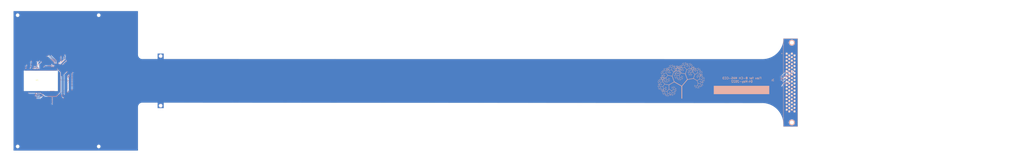
<source format=kicad_pcb>
(kicad_pcb (version 20211014) (generator pcbnew)
  (layers (0 "F.Cu" signal) (31 "B.Cu" signal) (34 "B.Paste" user) (35 "F.Paste" user) (36 "B.SilkS" user "B.Silkscreen") (37 "F.SilkS" user "F.Silkscreen") (38 "B.Mask" user) (39 "F.Mask" user) (44 "Edge.Cuts" user))
  (net 0 "")
  (net 1 "SW-B")
  (net 2 "DRAIN")
  (net 3 "VDD")
  (net 4 "RG-B")
  (net 5 "V2")
  (net 6 "N+")
  (net 7 "TG-B")
  (net 8 "H1-B")
  (net 9 "H1-A")
  (net 10 "H2")
  (net 11 "VSUB")
  (net 12 "H3-A")
  (net 13 "OG-A")
  (net 14 "OG-B")
  (net 15 "VOUT-U2")
  (net 16 "P+")
  (net 17 "V1-B")
  (net 18 "DG-B")
  (net 19 "H3-B")
  (net 20 "SW-A")
  (net 21 "RG-A")
  (net 22 "V3-B")
  (net 23 "V1-A")
  (net 24 "RD-L2")
  (net 25 "DG-A")
  (net 31 "BIAS_GRD")
  (net 32 "VOUT-L2-4")
  (net 33 "VOUT-CMR")
  (net 34 "VOUT-L2")
  (net 35 "VOUT-U2-CCD")
  (net 36 "VOUT-L2-7")
  (net 37 "VOUT-L2-6")
  (net 38 "VOUT-L1")
  (net 39 "VOUT-L2-5")
  (net 40 "VOUT-U1")
  (footprint "skLib:QIS_8ch_inline" (layer "F.Cu") (at -128.40125 97.9 180)
    (fp_text reference "U1")
    (fp_text value "QIS_SKCCD_8CH_inline-qis")
  )
  (footprint "skLib:fractal_tree_8" (layer "B.Cu") (at 335.2292 97.8408 180)
    (fp_text reference "G***" hide)
    (fp_text value "LOGO" hide)
  )
  (footprint "skLib:2-5174339-5" (layer "B.Cu") (at 414.022016 97.233542 -90)
    (fp_text reference "J1")
    (fp_text value "2-5174225-5" hide)
  )
  (gr_poly (pts (xy 358.5395 101.5395) (xy 358.5395 107.5395) (xy 398.5395 107.5395) (xy 398.5395 101.5395)) (layer "B.SilkS") (width 0.1) (fill solid))
  (gr_line (start -44.06 77.9) (end -44.06 81.9) (layer "Edge.Cuts") (width 0.04))
  (gr_line (start 408.61008 129.133132) (end 408.686 131.2672) (layer "Edge.Cuts") (width 0.04))
  (gr_line (start -116.1995 105.1395) (end -140.5086 105.1395) (layer "Edge.Cuts") (width 0.04))
  (gr_line (start -116.1995 90.6395) (end -140.5286 90.6395) (layer "Edge.Cuts") (width 0.04))
  (gr_arc (start -57.9 116.9) (mid -57.02132 114.77868) (end -54.9 113.9) (layer "Edge.Cuts") (width 0.04))
  (gr_line (start -44.06 113.9) (end -54.9 113.9) (layer "Edge.Cuts") (width 0.04))
  (gr_circle (center -86.475 145.525) (end -85.6622 144.7122) (layer "Edge.Cuts") (width 0.15) (fill none))
  (gr_line (start -116.1995 90.6395) (end -116.1995 105.1395) (layer "Edge.Cuts") (width 0.1))
  (gr_line (start -57.9 78.9) (end -57.9 47.1) (layer "Edge.Cuts") (width 0.04))
  (gr_line (start 393.61008 81.933132) (end -39.26 81.9) (layer "Edge.Cuts") (width 0.1))
  (gr_arc (start -54.9 81.9) (mid -57.02132 81.02132) (end -57.9 78.9) (layer "Edge.Cuts") (width 0.04))
  (gr_arc (start 408.7368 67.056) (mid 404.244028 77.616669) (end 393.61008 81.933132) (layer "Edge.Cuts") (width 0.04))
  (gr_line (start -57.9 148.7) (end -148.2986 148.7) (layer "Edge.Cuts") (width 0.04))
  (gr_line (start -39.26 81.9) (end -39.26 77.9) (layer "Edge.Cuts") (width 0.04))
  (gr_line (start 393.61008 114.193632) (end -39.26 113.9) (layer "Edge.Cuts") (width 0.1))
  (gr_arc (start 393.61008 114.193632) (mid 404.128055 118.633185) (end 408.61008 129.133132) (layer "Edge.Cuts") (width 0.04))
  (gr_circle (center -145.1236 50.275) (end -144.3108 51.0878) (layer "Edge.Cuts") (width 0.15) (fill none))
  (gr_circle (center -86.475 50.275) (end -85.6622 51.0878) (layer "Edge.Cuts") (width 0.15) (fill none))
  (gr_line (start -57.9 116.9) (end -57.9 148.7) (layer "Edge.Cuts") (width 0.04))
  (gr_line (start -148.2986 131.6058) (end -148.2986 148.7) (layer "Edge.Cuts") (width 0.04))
  (gr_line (start 408.686 131.2672) (end 419.34958 131.2672) (layer "Edge.Cuts") (width 0.04))
  (gr_line (start -39.26 77.9) (end -44.06 77.9) (layer "Edge.Cuts") (width 0.04))
  (gr_line (start -44.06 117.9) (end -44.06 113.9) (layer "Edge.Cuts") (width 0.04))
  (gr_circle (center -145.1236 145.525) (end -144.3108 144.7122) (layer "Edge.Cuts") (width 0.15) (fill none))
  (gr_line (start -140.5086 105.1395) (end -140.5286 90.6395) (layer "Edge.Cuts") (width 0.1))
  (gr_line (start 408.7368 67.056) (end 419.34958 67.056) (layer "Edge.Cuts") (width 0.04))
  (gr_line (start -39.26 117.9) (end -44.06 117.9) (layer "Edge.Cuts") (width 0.04))
  (gr_line (start -57.9 47.1) (end -148.2986 47.1) (layer "Edge.Cuts") (width 0.04))
  (gr_line (start -39.26 113.9) (end -39.26 117.9) (layer "Edge.Cuts") (width 0.04))
  (gr_line (start -148.2986 131.6058) (end -148.2986 64.1942) (layer "Edge.Cuts") (width 0.04))
  (gr_line (start -148.2986 64.1942) (end -148.2986 47.1) (layer "Edge.Cuts") (width 0.04))
  (gr_line (start 419.34958 67.056) (end 419.34958 131.2672) (layer "Edge.Cuts") (width 0.04))
  (gr_line (start -54.9 81.9) (end -44.06 81.9) (layer "Edge.Cuts") (width 0.04))
  (gr_text "Flex for 8-CH MAS-CCD\n04–May-2022\n" (at 378.838206 97.176006) (layer "B.SilkS") (effects (font (size 1.5 1.5) (thickness 0.25)) (justify mirror)))
  (via (at -41.6668 79.9008) (size 2.5) (drill 2.39) (layers "F.Cu" "B.Cu") (net 0))
  (via (at -41.6668 115.9008) (size 2.5) (drill 2.39) (layers "F.Cu" "B.Cu") (net 0))
  (segment (start 411.54958 112.693632) (end 407.04958 112.693632) (width 0.1524) (layer "F.Cu") (net 1))
  (segment (start -126.74985 105.8464) (end -126.74985 105.9464) (width 0.127) (layer "F.Cu") (net 1))
  (segment (start 414.66967 112.473542) (end 413.64958 113.493632) (width 0.1524) (layer "F.Cu") (net 1))
  (segment (start 407.04958 112.693632) (end 405.14958 110.793632) (width 0.1524) (layer "F.Cu") (net 1))
  (segment (start 401.543948 107.188) (end 400.4564 107.188) (width 0.2) (layer "F.Cu") (net 1))
  (segment (start 400.4564 107.188) (end -100.1776 107.188) (width 0.2) (layer "F.Cu") (net 1))
  (segment (start 405.14958 110.793632) (end 401.543948 107.188) (width 0.2) (layer "F.Cu") (net 1))
  (segment (start -126.74985 105.9464) (end -121.09625 111.6) (width 0.127) (layer "F.Cu") (net 1))
  (segment (start -100.1776 107.188) (end -102.9208 109.9312) (width 0.2) (layer "F.Cu") (net 1))
  (segment (start -104.5896 111.6) (end -102.9208 109.9312) (width 0.127) (layer "F.Cu") (net 1))
  (segment (start -121.09625 111.6) (end -104.5896 111.6) (width 0.127) (layer "F.Cu") (net 1))
  (segment (start 413.64958 113.493632) (end 412.34958 113.493632) (width 0.1524) (layer "F.Cu") (net 1))
  (segment (start 412.34958 113.493632) (end 411.54958 112.693632) (width 0.1524) (layer "F.Cu") (net 1))
  (segment (start 416.879516 112.473542) (end 414.66967 112.473542) (width 0.1524) (layer "F.Cu") (net 1))
  (segment (start -121.23035 86.83035) (end -120.4 86) (width 0.1016) (layer "F.Cu") (net 2))
  (segment (start -121.525761 109.570489) (end -107.870489 109.570489) (width 0.127) (layer "F.Cu") (net 2))
  (segment (start -120.25435 88.64565) (end -120.24565 88.64565) (width 0.1016) (layer "F.Cu") (net 2))
  (segment (start -119.702148 87.497852) (end -118.932407 86.728111) (width 0.1016) (layer "F.Cu") (net 2))
  (segment (start 408.14958 109.693632) (end 406.64958 109.693632) (width 0.1524) (layer "F.Cu") (net 2))
  (segment (start -105.2472 104.9528) (end -105.8 104.4) (width 0.2) (layer "F.Cu") (net 2))
  (segment (start 417.54958 108.693632) (end 416.303334 108.693632) (width 0.1524) (layer "F.Cu") (net 2))
  (segment (start 417.63967 111.203542) (end 418.14958 110.693632) (width 0.1524) (layer "F.Cu") (net 2))
  (segment (start -118.932407 86.728111) (end -112.471889 86.728111) (width 0.1016) (layer "F.Cu") (net 2))
  (segment (start -120.24565 88.64565) (end -119.702148 88.102148) (width 0.1016) (layer "F.Cu") (net 2))
  (segment (start 414.974516 111.203542) (end 417.63967 111.203542) (width 0.1524) (layer "F.Cu") (net 2))
  (segment (start 406.14958 109.193632) (end 405.94958 108.993632) (width 0.1524) (layer "F.Cu") (net 2))
  (segment (start 416.303334 108.693632) (end 415.303334 107.693632) (width 0.1524) (layer "F.Cu") (net 2))
  (segment (start -119.702148 88.102148) (end -119.702148 87.497852) (width 0.1016) (layer "F.Cu") (net 2))
  (segment (start 418.14958 109.293632) (end 417.54958 108.693632) (width 0.1524) (layer "F.Cu") (net 2))
  (segment (start 415.303334 107.693632) (end 414.068154 107.693632) (width 0.1524) (layer "F.Cu") (net 2))
  (segment (start -120.25435 90.15712) (end -120.25435 88.64565) (width 0.1016) (layer "F.Cu") (net 2))
  (segment (start -105.8 107.5) (end -105.8 104.4) (width 0.127) (layer "F.Cu") (net 2))
  (segment (start 401.908748 104.9528) (end -105.2472 104.9528) (width 0.2) (layer "F.Cu") (net 2))
  (segment (start 406.64958 109.693632) (end 406.14958 109.193632) (width 0.1524) (layer "F.Cu") (net 2))
  (segment (start -106.3 108) (end -105.8 107.5) (width 0.127) (layer "F.Cu") (net 2))
  (segment (start -107.2 92) (end -105.3 92) (width 0.1016) (layer "F.Cu") (net 2))
  (segment (start -112.471889 86.728111) (end -107.2 92) (width 0.1016) (layer "F.Cu") (net 2))
  (segment (start 414.068154 107.693632) (end 412.068154 109.693632) (width 0.1524) (layer "F.Cu") (net 2))
  (segment (start 418.14958 110.693632) (end 418.14958 109.293632) (width 0.1524) (layer "F.Cu") (net 2))
  (segment (start 405.94958 108.993632) (end 401.908748 104.9528) (width 0.2) (layer "F.Cu") (net 2))
  (segment (start -125.14985 105.8464) (end -125.14985 105.9464) (width 0.127) (layer "F.Cu") (net 2))
  (segment (start -125.14985 105.9464) (end -121.525761 109.570489) (width 0.127) (layer "F.Cu") (net 2))
  (segment (start -107.870489 109.570489) (end -106.3 108) (width 0.127) (layer "F.Cu") (net 2))
  (segment (start -121.23035 90.15712) (end -121.23035 86.83035) (width 0.1016) (layer "F.Cu") (net 2))
  (segment (start 412.068154 109.693632) (end 408.14958 109.693632) (width 0.1524) (layer "F.Cu") (net 2))
  (via (at -105.8 104.4) (size 0.5) (drill 0.25) (layers "F.Cu" "B.Cu") (net 2))
  (via (at -120.4 86) (size 0.5) (drill 0.25) (layers "F.Cu" "B.Cu") (net 2))
  (via (at -105.3 92) (size 0.5) (drill 0.25) (layers "F.Cu" "B.Cu") (net 2))
  (via (at -118.828111 86.728111) (size 0.5) (drill 0.25) (layers "F.Cu" "B.Cu") (net 2))
  (segment (start -118.828111 86.728111) (end -119.671889 86.728111) (width 0.1016) (layer "B.Cu") (net 2))
  (segment (start -119.671889 86.728111) (end -120.4 86) (width 0.1016) (layer "B.Cu") (net 2))
  (segment (start -105.8 104.4) (end -105.8 92.5) (width 0.127) (layer "B.Cu") (net 2))
  (segment (start -105.8 92.5) (end -105.3 92) (width 0.127) (layer "B.Cu") (net 2))
  (segment (start -111.6 110.8) (end -106.9 110.8) (width 0.127) (layer "F.Cu") (net 3))
  (segment (start -125.94985 105.9464) (end -121.09625 110.8) (width 0.127) (layer "F.Cu") (net 3))
  (segment (start 401.819948 105.664) (end -101.764 105.664) (width 0.2) (layer "F.Cu") (net 3))
  (segment (start -125.94985 105.8464) (end -125.94985 105.9464) (width 0.127) (layer "F.Cu") (net 3))
  (segment (start 412.419516 110.893542) (end 411.819516 110.293542) (width 0.15) (layer "F.Cu") (net 3))
  (segment (start -118.30235 89.846498) (end -117.355852 88.9) (width 0.1016) (layer "F.Cu") (net 3))
  (segment (start -113.2 92.2) (end -113.2 94.9) (width 0.1016) (layer "F.Cu") (net 3))
  (segment (start -101.764 105.664) (end -105.8 109.7) (width 0.2) (layer "F.Cu") (net 3))
  (segment (start -121.09625 110.8) (end -111.6 110.8) (width 0.127) (layer "F.Cu") (net 3))
  (segment (start -106.9 110.8) (end -105.8 109.7) (width 0.1524) (layer "F.Cu") (net 3))
  (segment (start -113.2 91.9) (end -113.2 92.2) (width 0.1016) (layer "F.Cu") (net 3))
  (segment (start -112 110.4) (end -111.6 110.8) (width 0.1016) (layer "F.Cu") (net 3))
  (segment (start 416.879516 109.933542) (end 414.679516 109.933542) (width 0.15) (layer "F.Cu") (net 3))
  (segment (start 408.069516 110.293542) (end 406.44949 110.293542) (width 0.2) (layer "F.Cu") (net 3))
  (segment (start 413.719516 110.893542) (end 412.419516 110.893542) (width 0.15) (layer "F.Cu") (net 3))
  (segment (start 406.44949 110.293542) (end 401.819948 105.664) (width 0.2) (layer "F.Cu") (net 3))
  (segment (start -116.2 88.9) (end -113.2 91.9) (width 0.1016) (layer "F.Cu") (net 3))
  (segment (start 414.679516 109.933542) (end 413.719516 110.893542) (width 0.15) (layer "F.Cu") (net 3))
  (segment (start -118.30235 90.15712) (end -118.30235 89.846498) (width 0.1016) (layer "F.Cu") (net 3))
  (segment (start -117.355852 88.9) (end -116.2 88.9) (width 0.1016) (layer "F.Cu") (net 3))
  (segment (start 411.819516 110.293542) (end 408.069516 110.293542) (width 0.15) (layer "F.Cu") (net 3))
  (via (at -113.2 94.9) (size 0.5) (drill 0.25) (layers "F.Cu" "B.Cu") (net 3))
  (via (at -112 110.4) (size 0.5) (drill 0.25) (layers "F.Cu" "B.Cu") (net 3))
  (segment (start -113.2 109.2) (end -112 110.4) (width 0.1016) (layer "B.Cu") (net 3))
  (segment (start -113.2 94.9) (end -113.2 109.2) (width 0.1016) (layer "B.Cu") (net 3))
  (segment (start -108.416979 109.316979) (end -106.8 107.7) (width 0.127) (layer "F.Cu") (net 4))
  (segment (start -124.74985 105.9464) (end -121.379271 109.316979) (width 0.127) (layer "F.Cu") (net 4))
  (segment (start -106.8 102.1) (end -106.3 101.6) (width 0.1524) (layer "F.Cu") (net 4))
  (segment (start 412.719516 101.043542) (end 411.369426 102.393632) (width 0.15) (layer "F.Cu") (net 4))
  (segment (start 414.974516 101.043542) (end 412.719516 101.043542) (width 0.15) (layer "F.Cu") (net 4))
  (segment (start -106.3 101.6) (end -105.8 101.6) (width 0.1524) (layer "F.Cu") (net 4))
  (segment (start -124.74985 105.8464) (end -124.74985 105.9464) (width 0.127) (layer "F.Cu") (net 4))
  (segment (start -100.653968 102.393632) (end -101.4476 101.6) (width 0.2) (layer "F.Cu") (net 4))
  (segment (start -106.8 107.7) (end -106.8 102.1) (width 0.127) (layer "F.Cu") (net 4))
  (segment (start -101.4476 101.6) (end -105.8 101.6) (width 0.2) (layer "F.Cu") (net 4))
  (segment (start 411.369426 102.393632) (end -100.653968 102.393632) (width 0.2) (layer "F.Cu") (net 4))
  (segment (start -121.379271 109.316979) (end -108.416979 109.316979) (width 0.127) (layer "F.Cu") (net 4))
  (segment (start 411.164516 85.803542) (end -109.014458 85.803542) (width 0.2) (layer "F.Cu") (net 5))
  (segment (start -142.5 106.5) (end -139.7 109.3) (width 0.127) (layer "F.Cu") (net 5))
  (segment (start -131.2 108.139) (end -131.6995 107.6395) (width 0.127) (layer "F.Cu") (net 5))
  (segment (start -133.084064 88.388) (end -133.284064 88.388) (width 0.127) (layer "F.Cu") (net 5))
  (segment (start -129.3 83.6) (end -128.2 82.5) (width 0.127) (layer "F.Cu") (net 5))
  (segment (start -132.00965 105.8464) (end -132.00965 107.32935) (width 0.127) (layer "F.Cu") (net 5))
  (segment (start -139.7 109.3) (end -131.7 109.3) (width 0.127) (layer "F.Cu") (net 5))
  (segment (start -133.481417 88.585353) (end -134.325259 87.741511) (width 0.127) (layer "F.Cu") (net 5))
  (segment (start -132.00965 90.05712) (end -133.481417 88.585353) (width 0.127) (layer "F.Cu") (net 5))
  (segment (start -130.37765 88.481586) (end -130.284064 88.388) (width 0.127) (layer "F.Cu") (net 5))
  (segment (start -129.6995 108.1395) (end -129.6995 107.2458) (width 0.127) (layer "F.Cu") (net 5))
  (segment (start -109.014458 85.803542) (end -109.0676 85.7504) (width 0.2) (layer "F.Cu") (net 5))
  (segment (start -140.641511 87.741511) (end -142.5 89.6) (width 0.127) (layer "F.Cu") (net 5))
  (segment (start -133.284064 88.388) (end -133.481417 88.585353) (width 0.127) (layer "F.Cu") (net 5))
  (segment (start -130.37765 106.56765) (end -130.37765 105.8464) (width 0.127) (layer "F.Cu") (net 5))
  (segment (start -131.2 108.8) (end -131.2 108.139) (width 0.127) (layer "F.Cu") (net 5))
  (segment (start -134.325259 87.741511) (end -140.641511 87.741511) (width 0.127) (layer "F.Cu") (net 5))
  (segment (start -131.7 109.3) (end -131.2 108.8) (width 0.127) (layer "F.Cu") (net 5))
  (segment (start -130.37765 90.15712) (end -130.37765 88.481586) (width 0.127) (layer "F.Cu") (net 5))
  (segment (start -132.00965 90.15712) (end -132.00965 90.05712) (width 0.127) (layer "F.Cu") (net 5))
  (segment (start -132.00965 107.32935) (end -131.6995 107.6395) (width 0.127) (layer "F.Cu") (net 5))
  (segment (start -142.5 89.6) (end -142.5 106.5) (width 0.127) (layer "F.Cu") (net 5))
  (segment (start -129.6995 107.2458) (end -130.37765 106.56765) (width 0.127) (layer "F.Cu") (net 5))
  (segment (start -128.2 82.5) (end -112.318 82.5) (width 0.127) (layer "F.Cu") (net 5))
  (segment (start -112.318 82.5) (end -109.0676 85.7504) (width 0.127) (layer "F.Cu") (net 5))
  (via (at -131.6995 107.6395) (size 0.8) (drill 0.4) (layers "F.Cu" "B.Cu") (net 5))
  (via (at -133.084064 88.388) (size 0.5) (drill 0.25) (layers "F.Cu" "B.Cu") (net 5))
  (via (at -130.284064 88.388) (size 0.5) (drill 0.25) (layers "F.Cu" "B.Cu") (net 5))
  (via (at -129.6995 108.1395) (size 0.8) (drill 0.4) (layers "F.Cu" "B.Cu") (net 5))
  (via (at -129.3 83.6) (size 0.5) (drill 0.25) (layers "F.Cu" "B.Cu") (net 5))
  (segment (start -130.284064 88.388) (end -130.284064 84.584064) (width 0.127) (layer "B.Cu") (net 5))
  (segment (start -130.284064 84.584064) (end -129.3 83.6) (width 0.127) (layer "B.Cu") (net 5))
  (segment (start -131.6995 107.6395) (end -131.1995 108.1395) (width 0.127) (layer "B.Cu") (net 5))
  (segment (start -131.1995 108.1395) (end -129.6995 108.1395) (width 0.127) (layer "B.Cu") (net 5))
  (segment (start -130.284064 88.388) (end -133.084064 88.388) (width 0.127) (layer "B.Cu") (net 5))
  (segment (start -139.184064 88.888) (end -140.184064 88.888) (width 0.127) (layer "F.Cu") (net 6))
  (segment (start -131.19365 105.63365) (end -130.9995 105.4395) (width 0.127) (layer "F.Cu") (net 6))
  (segment (start -141.6 90.303936) (end -141.6 105.7) (width 0.127) (layer "F.Cu") (net 6))
  (segment (start -132.784064 86.588) (end -131.19365 88.178414) (width 0.127) (layer "F.Cu") (net 6))
  (segment (start -141.6 105.7) (end -141 106.3) (width 0.127) (layer "F.Cu") (net 6))
  (segment (start 418.64958 113.001632) (end 417.91958 113.731632) (width 0.1524) (layer "F.Cu") (net 6))
  (segment (start 416.502139 113.731632) (end 415.232139 115.001632) (width 0.1524) (layer "F.Cu") (net 6))
  (segment (start 418.64958 104.593632) (end 418.64958 113.001632) (width 0.1524) (layer "F.Cu") (net 6))
  (segment (start -127.94985 105.68915) (end -127.94985 106.08985) (width 0.127) (layer "F.Cu") (net 6))
  (segment (start -127.512 86.388) (end -132.584064 86.388) (width 0.127) (layer "F.Cu") (net 6))
  (segment (start 415.232139 115.001632) (end 414.74458 115.001632) (width 0.1524) (layer "F.Cu") (net 6))
  (segment (start 417.91958 113.731632) (end 416.502139 113.731632) (width 0.1524) (layer "F.Cu") (net 6))
  (segment (start -138.63915 106.03915) (end -138.63915 105.8464) (width 0.127) (layer "F.Cu") (net 6))
  (segment (start -138.584064 86.588) (end -132.784064 86.588) (width 0.127) (layer "F.Cu") (net 6))
  (segment (start -124.3 112) (end -103.7704 112) (width 0.127) (layer "F.Cu") (net 6))
  (segment (start -131.19365 105.8464) (end -131.19365 105.63365) (width 0.127) (layer "F.Cu") (net 6))
  (segment (start -131.19365 88.178414) (end -131.19365 90.15712) (width 0.127) (layer "F.Cu") (net 6))
  (segment (start -124.60365 90.15712) (end -124.60365 89.29635) (width 0.127) (layer "F.Cu") (net 6))
  (segment (start 411.64958 115.193632) (end 412.72758 116.271632) (width 0.2) (layer "F.Cu") (net 6))
  (segment (start 408.94958 115.193632) (end 411.64958 115.193632) (width 0.2) (layer "F.Cu") (net 6))
  (segment (start -127.94985 106.08985) (end -127.94985 107.34985) (width 0.127) (layer "F.Cu") (net 6))
  (segment (start -120.74235 90.15712) (end -120.74235 87.84235) (width 0.1016) (layer "F.Cu") (net 6))
  (segment (start 413.47458 116.271632) (end 413.98258 115.763632) (width 0.2) (layer "F.Cu") (net 6))
  (segment (start -131.19365 105.8464) (end -131.19365 105.698414) (width 0.127) (layer "F.Cu") (net 6))
  (segment (start -138.9 106.3) (end -138.63915 106.03915) (width 0.127) (layer "F.Cu") (net 6))
  (segment (start -128.2 107.6) (end -128.2 108.1) (width 0.127) (layer "F.Cu") (net 6))
  (segment (start -138.63915 90.15712) (end -138.63915 89.432914) (width 0.127) (layer "F.Cu") (net 6))
  (segment (start -131.19365 105.698414) (end -131.386064 105.506) (width 0.127) (layer "F.Cu") (net 6))
  (segment (start -103.7704 112) (end -102.3112 110.5408) (width 0.127) (layer "F.Cu") (net 6))
  (segment (start -128.1995 105.4395) (end -127.94985 105.68915) (width 0.127) (layer "F.Cu") (net 6))
  (segment (start -127.94985 105.8464) (end -127.94985 106.08985) (width 0.127) (layer "F.Cu") (net 6))
  (segment (start -120.74235 87.84235) (end -120.5 87.6) (width 0.1016) (layer "F.Cu") (net 6))
  (segment (start -127.94985 107.34985) (end -128.2 107.6) (width 0.127) (layer "F.Cu") (net 6))
  (segment (start -140.184064 88.888) (end -141.6 90.303936) (width 0.127) (layer "F.Cu") (net 6))
  (segment (start 412.72758 116.271632) (end 413.47458 116.271632) (width 0.2) (layer "F.Cu") (net 6))
  (segment (start -99.6696 107.8992) (end -102.3112 110.5408) (width 0.2) (layer "F.Cu") (net 6))
  (segment (start -131.386064 105.506) (end -138.498064 105.506) (width 0.127) (layer "F.Cu") (net 6))
  (segment (start 414.974516 103.583542) (end 417.63949 103.583542) (width 0.1524) (layer "F.Cu") (net 6))
  (segment (start 400.2024 107.8992) (end 401.655148 107.8992) (width 0.2) (layer "F.Cu") (net 6))
  (segment (start -132.584064 86.388) (end -132.784064 86.588) (width 0.127) (layer "F.Cu") (net 6))
  (segment (start -128.2 108.1) (end -124.3 112) (width 0.127) (layer "F.Cu") (net 6))
  (segment (start -138.63915 105.647086) (end -138.63915 105.8464) (width 0.127) (layer "F.Cu") (net 6))
  (segment (start -130.9995 105.4395) (end -128.1995 105.4395) (width 0.127) (layer "F.Cu") (net 6))
  (segment (start 401.655148 107.8992) (end 408.94958 115.193632) (width 0.2) (layer "F.Cu") (net 6))
  (segment (start 400.2024 107.8992) (end -99.6696 107.8992) (width 0.2) (layer "F.Cu") (net 6))
  (segment (start -138.63915 89.432914) (end -139.184064 88.888) (width 0.127) (layer "F.Cu") (net 6))
  (segment (start -124.60365 89.29635) (end -127.512 86.388) (width 0.127) (layer "F.Cu") (net 6))
  (segment (start 417.63949 103.583542) (end 418.64958 104.593632) (width 0.1524) (layer "F.Cu") (net 6))
  (segment (start 414.74458 115.001632) (end 413.98258 115.763632) (width 0.1524) (layer "F.Cu") (net 6))
  (segment (start -138.498064 105.506) (end -138.63915 105.647086) (width 0.127) (layer "F.Cu") (net 6))
  (segment (start -141 106.3) (end -138.9 106.3) (width 0.127) (layer "F.Cu") (net 6))
  (via (at -138.584064 86.588) (size 0.5) (drill 0.25) (layers "F.Cu" "B.Cu") (net 6))
  (via (at -120.5 87.6) (size 0.5) (drill 0.25) (layers "F.Cu" "B.Cu") (net 6))
  (via (at -139.184064 88.888) (size 0.5) (drill 0.25) (layers "F.Cu" "B.Cu") (net 6))
  (via (at -126.1 87.8) (size 0.5) (drill 0.25) (layers "F.Cu" "B.Cu") (net 6))
  (segment (start -124.5 87) (end -125.3 87) (width 0.1016) (layer "B.Cu") (net 6))
  (segment (start -139.184064 88.888) (end -139.184064 87.188) (width 0.127) (layer "B.Cu") (net 6))
  (segment (start -120.5 87.6) (end -121.1 87) (width 0.1016) (layer "B.Cu") (net 6))
  (segment (start -139.184064 87.188) (end -138.584064 86.588) (width 0.127) (layer "B.Cu") (net 6))
  (segment (start -125.3 87) (end -126.1 87.8) (width 0.1016) (layer "B.Cu") (net 6))
  (segment (start -121.1 87) (end -124.5 87) (width 0.1016) (layer "B.Cu") (net 6))
  (segment (start -123.80865 88.39135) (end -127.1 85.1) (width 0.1016) (layer "F.Cu") (net 7))
  (segment (start -123.80865 84.340859) (end -122.567791 83.1) (width 0.1016) (layer "F.Cu") (net 7))
  (segment (start -122.567791 83.1) (end -113.4 83.1) (width 0.1016) (layer "F.Cu") (net 7))
  (segment (start -143.3 106.8) (end -139.6 110.5) (width 0.1016) (layer "F.Cu") (net 7))
  (segment (start -113.4 83.1) (end -108.283 88.217) (width 0.1016) (layer "F.Cu") (net 7))
  (segment (start -123.80865 90.15712) (end -123.80865 89.30865) (width 0.1016) (layer "F.Cu") (net 7))
  (segment (start -126.8 108.7) (end -126.5 108.4) (width 0.1016) (layer "F.Cu") (net 7))
  (segment (start -139.6 110.5) (end -131.6 110.5) (width 0.1016) (layer "F.Cu") (net 7))
  (segment (start -123.80865 88.39135) (end -123.80865 84.340859) (width 0.1016) (layer "F.Cu") (net 7))
  (segment (start -127.1 85.1) (end -140.1 85.1) (width 0.1016) (layer "F.Cu") (net 7))
  (segment (start -143.3 88.3) (end -143.3 106.8) (width 0.1016) (layer "F.Cu") (net 7))
  (segment (start 411.164516 88.343542) (end -108.156458 88.343542) (width 0.2) (layer "F.Cu") (net 7))
  (segment (start -127.14985 106.95015) (end -126.5 107.6) (width 0.127) (layer "F.Cu") (net 7))
  (segment (start -126.5 108.4) (end -126.5 107.6) (width 0.1016) (layer "F.Cu") (net 7))
  (segment (start -131.6 110.5) (end -131.4 110.5) (width 0.1016) (layer "F.Cu") (net 7))
  (segment (start -127.14985 105.8464) (end -127.14985 106.95015) (width 0.127) (layer "F.Cu") (net 7))
  (segment (start -108.156458 88.343542) (end -108.283 88.217) (width 0.2) (layer "F.Cu") (net 7))
  (segment (start -140.1 85.1) (end -143.3 88.3) (width 0.1016) (layer "F.Cu") (net 7))
  (segment (start -123.80865 89.30865) (end -123.80865 88.39135) (width 0.1016) (layer "F.Cu") (net 7))
  (via (at -126.8 108.7) (size 0.5) (drill 0.25) (layers "F.Cu" "B.Cu") (net 7))
  (via (at -131.4 110.5) (size 0.5) (drill 0.25) (layers "F.Cu" "B.Cu") (net 7))
  (segment (start -126.8 108.8) (end -126.8 108.7) (width 0.1016) (layer "B.Cu") (net 7))
  (segment (start -128.5 110.5) (end -126.8 108.8) (width 0.1016) (layer "B.Cu") (net 7))
  (segment (start -131.4 110.5) (end -128.5 110.5) (width 0.1016) (layer "B.Cu") (net 7))
  (segment (start -123.54985 105.8464) (end -123.54985 105.9464) (width 0.127) (layer "F.Cu") (net 8))
  (segment (start 412.44958 100.693632) (end 411.74958 99.993632) (width 0.1524) (layer "F.Cu") (net 8))
  (segment (start -123.54985 105.9464) (end -120.686294 108.809956) (width 0.127) (layer "F.Cu") (net 8))
  (segment (start 408.107968 99.993632) (end 407.5684 100.5332) (width 0.2) (layer "F.Cu") (net 8))
  (segment (start 414.974516 95.963542) (end 414.00798 96.930078) (width 0.1524) (layer "F.Cu") (net 8))
  (segment (start -107.6 100.4) (end -106.9 99.7) (width 0.127) (layer "F.Cu") (net 8))
  (segment (start -106.9 99.7) (end -106.1 99.7) (width 0.1524) (layer "F.Cu") (net 8))
  (segment (start 414.00798 96.930078) (end 414.00798 100.235232) (width 0.1524) (layer "F.Cu") (net 8))
  (segment (start 411.74958 99.993632) (end 408.107968 99.993632) (width 0.2) (layer "F.Cu") (net 8))
  (segment (start 413.54958 100.693632) (end 412.44958 100.693632) (width 0.1524) (layer "F.Cu") (net 8))
  (segment (start -109.609956 108.809956) (end -107.6 106.8) (width 0.127) (layer "F.Cu") (net 8))
  (segment (start -100.3808 100.5332) (end -101.214 99.7) (width 0.2) (layer "F.Cu") (net 8))
  (segment (start -101.214 99.7) (end -106.1 99.7) (width 0.2) (layer "F.Cu") (net 8))
  (segment (start 414.00798 100.235232) (end 413.54958 100.693632) (width 0.1524) (layer "F.Cu") (net 8))
  (segment (start -120.686294 108.809956) (end -109.609956 108.809956) (width 0.127) (layer "F.Cu") (net 8))
  (segment (start 407.5684 100.5332) (end -100.3808 100.5332) (width 0.2) (layer "F.Cu") (net 8))
  (segment (start -107.6 106.8) (end -107.6 100.4) (width 0.127) (layer "F.Cu") (net 8))
  (segment (start -114.815667 87.184333) (end -113.715667 87.184333) (width 0.1016) (layer "F.Cu") (net 9))
  (segment (start 416.879516 93.523568) (end 415.74958 92.393632) (width 0.2) (layer "F.Cu") (net 9))
  (segment (start -109.5 91.4) (end -107.4 93.5) (width 0.1016) (layer "F.Cu") (net 9))
  (segment (start 407.416 93.9292) (end -96.774 93.9292) (width 0.2) (layer "F.Cu") (net 9))
  (segment (start 415.74958 92.393632) (end 414.729496 92.393632) (width 0.2) (layer "F.Cu") (net 9))
  (segment (start 416.879516 94.693542) (end 416.879516 93.523568) (width 0.2) (layer "F.Cu") (net 9))
  (segment (start -122.34985 105.9464) (end -120.246827 108.049423) (width 0.127) (layer "F.Cu") (net 9))
  (segment (start 411.818159 94.325053) (end 407.811853 94.325053) (width 0.2) (layer "F.Cu") (net 9))
  (segment (start -111.679652 108.049423) (end -111.493163 107.862934) (width 0.127) (layer "F.Cu") (net 9))
  (segment (start 413.529496 93.593632) (end 412.54958 93.593632) (width 0.2) (layer "F.Cu") (net 9))
  (segment (start -119.76635 90.15712) (end -119.76635 88.93808) (width 0.1016) (layer "F.Cu") (net 9))
  (segment (start 414.729496 92.393632) (end 413.529496 93.593632) (width 0.2) (layer "F.Cu") (net 9))
  (segment (start -118.012603 87.184333) (end -114.815667 87.184333) (width 0.1016) (layer "F.Cu") (net 9))
  (segment (start -113.715667 87.184333) (end -109.5 91.4) (width 0.1016) (layer "F.Cu") (net 9))
  (segment (start -120.246827 108.049423) (end -111.679652 108.049423) (width 0.127) (layer "F.Cu") (net 9))
  (segment (start -96.774 93.9292) (end -97.2032 93.5) (width 0.2) (layer "F.Cu") (net 9))
  (segment (start 407.811853 94.325053) (end 407.416 93.9292) (width 0.2) (layer "F.Cu") (net 9))
  (segment (start 412.54958 93.593632) (end 411.818159 94.325053) (width 0.2) (layer "F.Cu") (net 9))
  (segment (start -122.34985 105.8464) (end -122.34985 105.9464) (width 0.127) (layer "F.Cu") (net 9))
  (segment (start -97.2032 93.5) (end -107.4 93.5) (width 0.2) (layer "F.Cu") (net 9))
  (segment (start -119.76635 88.93808) (end -118.012603 87.184333) (width 0.1016) (layer "F.Cu") (net 9))
  (via (at -109.5 91.4) (size 0.5) (drill 0.25) (layers "F.Cu" "B.Cu") (net 9))
  (via (at -111.493163 107.862934) (size 0.5) (drill 0.25) (layers "F.Cu" "B.Cu") (net 9))
  (segment (start -111.493163 107.862934) (end -111.493163 93.393163) (width 0.127) (layer "B.Cu") (net 9))
  (segment (start -111.493163 93.393163) (end -109.5 91.4) (width 0.127) (layer "B.Cu") (net 9))
  (segment (start -122.74985 105.8464) (end -122.74985 105.9464) (width 0.127) (layer "F.Cu") (net 10))
  (segment (start -97.129658 94.843542) (end -97.8732 94.1) (width 0.2) (layer "F.Cu") (net 10))
  (segment (start -108.202147 93.597853) (end -108.197853 93.597853) (width 0.1016) (layer "F.Cu") (net 10))
  (segment (start -123.6995 105.4395) (end -123.94985 105.68985) (width 0.127) (layer "F.Cu") (net 10))
  (segment (start -119.52235 89.016678) (end -117.918116 87.412444) (width 0.1016) (layer "F.Cu") (net 10))
  (segment (start -107.695706 94.1) (end -108.197853 93.597853) (width 0.1016) (layer "F.Cu") (net 10))
  (segment (start -114.387556 87.412444) (end -108.202147 93.597853) (width 0.1016) (layer "F.Cu") (net 10))
  (segment (start -123.94985 105.68985) (end -123.94985 105.8464) (width 0.127) (layer "F.Cu") (net 10))
  (segment (start -117.918116 87.412444) (end -114.387556 87.412444) (width 0.1016) (layer "F.Cu") (net 10))
  (segment (start -97.8732 94.1) (end -105.7 94.1) (width 0.2) (layer "F.Cu") (net 10))
  (segment (start -111.202934 108.302934) (end -109 106.1) (width 0.127) (layer "F.Cu") (net 10))
  (segment (start -122.74985 105.8464) (end -122.74985 105.68915) (width 0.127) (layer "F.Cu") (net 10))
  (segment (start -122.74985 105.9464) (end -120.393316 108.302934) (width 0.127) (layer "F.Cu") (net 10))
  (segment (start -119.52235 90.15712) (end -119.52235 89.016678) (width 0.1016) (layer "F.Cu") (net 10))
  (segment (start -122.74985 105.68915) (end -122.9995 105.4395) (width 0.127) (layer "F.Cu") (net 10))
  (segment (start -105.7 94.1) (end -107.695706 94.1) (width 0.1524) (layer "F.Cu") (net 10))
  (segment (start -120.393316 108.302934) (end -111.202934 108.302934) (width 0.127) (layer "F.Cu") (net 10))
  (segment (start 412.919516 94.843542) (end -97.129658 94.843542) (width 0.2) (layer "F.Cu") (net 10))
  (segment (start -122.9995 105.4395) (end -123.6995 105.4395) (width 0.127) (layer "F.Cu") (net 10))
  (via (at -109 106.1) (size 0.5) (drill 0.25) (layers "F.Cu" "B.Cu") (net 10))
  (via (at -108.197853 93.597853) (size 0.5) (drill 0.25) (layers "F.Cu" "B.Cu") (net 10))
  (segment (start -109 106.1) (end -109 94.4) (width 0.127) (layer "B.Cu") (net 10))
  (segment (start -109 94.4) (end -108.197853 93.597853) (width 0.127) (layer "B.Cu") (net 10))
  (segment (start -141.2 105.3) (end -141.2 90.6) (width 0.127) (layer "F.Cu") (net 11))
  (segment (start -141.2 90.6) (end -140.75712 90.15712) (width 0.127) (layer "F.Cu") (net 11))
  (segment (start -115.0184 105.8464) (end -117.23235 105.8464) (width 0.127) (layer "F.Cu") (net 11))
  (segment (start -100.33 97.2312) (end -105.41 97.2312) (width 0.2) (layer "F.Cu") (net 11))
  (segment (start -114.424 91.339155) (end -114.424 96.976) (width 0.127) (layer "F.Cu") (net 11))
  (segment (start -114.424 105.252) (end -115.0184 105.8464) (width 0.127) (layer "F.Cu") (net 11))
  (segment (start -139.56915 105.8464) (end -140.6536 105.8464) (width 0.127) (layer "F.Cu") (net 11))
  (segment (start -117.23235 90.15712) (end -115.606035 90.15712) (width 0.127) (layer "F.Cu") (net 11))
  (segment (start -115.606035 90.15712) (end -114.424 91.339155) (width 0.127) (layer "F.Cu") (net 11))
  (segment (start -117.416064 90.52) (end -139.20627 90.52) (width 0.127) (layer "F.Cu") (net 11))
  (segment (start 408.34958 98.093632) (end -99.467568 98.093632) (width 0.2) (layer "F.Cu") (net 11))
  (segment (start -140.6536 105.8464) (end -141.2 105.3) (width 0.127) (layer "F.Cu") (net 11))
  (segment (start -114.424 96.976) (end -114.1688 97.2312) (width 0.127) (layer "F.Cu") (net 11))
  (segment (start -140.75712 90.15712) (end -139.56915 90.15712) (width 0.127) (layer "F.Cu") (net 11))
  (segment (start -114.424 96.976) (end -114.424 105.252) (width 0.127) (layer "F.Cu") (net 11))
  (segment (start -99.467568 98.093632) (end -100.33 97.2312) (width 0.2) (layer "F.Cu") (net 11))
  (segment (start -139.20627 90.52) (end -139.56915 90.15712) (width 0.127) (layer "F.Cu") (net 11))
  (segment (start -117.23235 90.15712) (end -117.23235 90.336286) (width 0.127) (layer "F.Cu") (net 11))
  (segment (start -117.23235 90.336286) (end -117.416064 90.52) (width 0.127) (layer "F.Cu") (net 11))
  (segment (start -114.1688 97.2312) (end -105.41 97.2312) (width 0.127) (layer "F.Cu") (net 11))
  (via (at 408.34958 98.093632) (size 0.5) (drill 0.25) (layers "F.Cu" "B.Cu") (net 11))
  (segment (start 409.034426 98.093632) (end 408.34958 98.093632) (width 0.1524) (layer "B.Cu") (net 11))
  (segment (start 411.164516 95.963542) (end 409.034426 98.093632) (width 0.1524) (layer "B.Cu") (net 11))
  (segment (start -97.546368 95.493632) (end -98.44 94.6) (width 0.2) (layer "F.Cu") (net 12))
  (segment (start 408.84958 95.493632) (end -97.546368 95.493632) (width 0.2) (layer "F.Cu") (net 12))
  (segment (start -119.27835 90.15712) (end -119.27835 89.095276) (width 0.1016) (layer "F.Cu") (net 12))
  (segment (start 413.34958 95.893632) (end 412.54958 95.893632) (width 0.1524) (layer "F.Cu") (net 12))
  (segment (start -110.056445 108.556445) (end -108.3 106.8) (width 0.127) (layer "F.Cu") (net 12))
  (segment (start 410.44958 97.093632) (end 408.84958 95.493632) (width 0.1524) (layer "F.Cu") (net 12))
  (segment (start 414.974516 93.423542) (end 414.24958 94.148478) (width 0.1524) (layer "F.Cu") (net 12))
  (segment (start -98.44 94.6) (end -105.7 94.6) (width 0.2) (layer "F.Cu") (net 12))
  (segment (start -123.14985 105.9464) (end -120.539805 108.556445) (width 0.127) (layer "F.Cu") (net 12))
  (segment (start -123.14985 105.8464) (end -123.14985 105.9464) (width 0.127) (layer "F.Cu") (net 12))
  (segment (start 412.54958 95.893632) (end 411.34958 97.093632) (width 0.1524) (layer "F.Cu") (net 12))
  (segment (start -108 94.6) (end -105.7 94.6) (width 0.1524) (layer "F.Cu") (net 12))
  (segment (start -117.823629 87.640555) (end -114.959445 87.640555) (width 0.1016) (layer "F.Cu") (net 12))
  (segment (start 411.34958 97.093632) (end 410.44958 97.093632) (width 0.1524) (layer "F.Cu") (net 12))
  (segment (start -119.27835 89.095276) (end -117.823629 87.640555) (width 0.1016) (layer "F.Cu") (net 12))
  (segment (start -108.3 106.8) (end -108.3 105.4) (width 0.127) (layer "F.Cu") (net 12))
  (segment (start -114.959445 87.640555) (end -108 94.6) (width 0.1016) (layer "F.Cu") (net 12))
  (segment (start 414.24958 94.993632) (end 413.34958 95.893632) (width 0.1524) (layer "F.Cu") (net 12))
  (segment (start 414.24958 94.148478) (end 414.24958 94.993632) (width 0.1524) (layer "F.Cu") (net 12))
  (segment (start -120.539805 108.556445) (end -110.056445 108.556445) (width 0.127) (layer "F.Cu") (net 12))
  (via (at -107.9 94.6) (size 0.5) (drill 0.25) (layers "F.Cu" "B.Cu") (net 12))
  (via (at -108.3 105.4) (size 0.5) (drill 0.25) (layers "F.Cu" "B.Cu") (net 12))
  (segment (start -108.3 95) (end -107.9 94.6) (width 0.127) (layer "B.Cu") (net 12))
  (segment (start -108.3 105.4) (end -108.3 95) (width 0.127) (layer "B.Cu") (net 12))
  (segment (start -99.934368 98.693632) (end -100.628 98) (width 0.2) (layer "F.Cu") (net 13))
  (segment (start -120.49835 105.41835) (end -120.4795 105.3995) (width 0.1016) (layer "F.Cu") (net 13))
  (segment (start -121.96235 105.8464) (end -121.96235 105.55235) (width 0.1016) (layer "F.Cu") (net 13))
  (segment (start -113.7 107.1) (end -110.6 104) (width 0.1016) (layer "F.Cu") (net 13))
  (segment (start -100.628 98) (end -109 98) (width 0.2) (layer "F.Cu") (net 13))
  (segment (start 416.879516 92.153542) (end 417.94958 93.223606) (width 0.1524) (layer "F.Cu") (net 13))
  (segment (start 409.34958 98.693632) (end -99.934368 98.693632) (width 0.2) (layer "F.Cu") (net 13))
  (segment (start -121.0095 105.3995) (end -120.4795 105.3995) (width 0.1016) (layer "F.Cu") (net 13))
  (segment (start -119.03435 105.40465) (end -119.0395 105.3995) (width 0.1016) (layer "F.Cu") (net 13))
  (segment (start -119.5095 105.3995) (end -119.0395 105.3995) (width 0.1016) (layer "F.Cu") (net 13))
  (segment (start -120.0095 105.3995) (end -119.5095 105.3995) (width 0.1016) (layer "F.Cu") (net 13))
  (segment (start 413.34958 96.293632) (end 412.64958 96.293632) (width 0.1524) (layer "F.Cu") (net 13))
  (segment (start -110.6 104) (end -110.6 99.7) (width 0.1016) (layer "F.Cu") (net 13))
  (segment (start -118.54635 105.40265) (end -118.30235 105.64665) (width 0.1016) (layer "F.Cu") (net 13))
  (segment (start 416.74958 95.893632) (end 415.941779 95.085831) (width 0.1524) (layer "F.Cu") (net 13))
  (segment (start 410.54958 97.493632) (end 409.34958 98.693632) (width 0.1524) (layer "F.Cu") (net 13))
  (segment (start -120.98635 105.42265) (end -121.0095 105.3995) (width 0.1016) (layer "F.Cu") (net 13))
  (segment (start -117.39275 107.1) (end -113.7 107.1) (width 0.1016) (layer "F.Cu") (net 13))
  (segment (start 417.24958 95.893632) (end 416.74958 95.893632) (width 0.1524) (layer "F.Cu") (net 13))
  (segment (start -120.98635 105.8464) (end -120.98635 105.42265) (width 0.1016) (layer "F.Cu") (net 13))
  (segment (start 417.94958 93.223606) (end 417.94958 95.193632) (width 0.1524) (layer "F.Cu") (net 13))
  (segment (start -118.5495 105.3995) (end -118.54635 105.40265) (width 0.1016) (layer "F.Cu") (net 13))
  (segment (start -119.03435 105.8464) (end -119.03435 105.40465) (width 0.1016) (layer "F.Cu") (net 13))
  (segment (start -119.52235 105.41235) (end -119.5095 105.3995) (width 0.1016) (layer "F.Cu") (net 13))
  (segment (start 412.64958 96.293632) (end 411.44958 97.493632) (width 0.1524) (layer "F.Cu") (net 13))
  (segment (start -120.01035 105.8464) (end -120.01035 105.40035) (width 0.1016) (layer "F.Cu") (net 13))
  (segment (start -119.0395 105.3995) (end -118.5495 105.3995) (width 0.1016) (layer "F.Cu") (net 13))
  (segment (start -121.8095 105.3995) (end -121.4895 105.3995) (width 0.1016) (layer "F.Cu") (net 13))
  (segment (start -118.54635 105.9464) (end -117.39275 107.1) (width 0.1016) (layer "F.Cu") (net 13))
  (segment (start 415.941779 95.085831) (end 414.557381 95.085831) (width 0.1524) (layer "F.Cu") (net 13))
  (segment (start -118.54635 105.40265) (end -118.54635 105.8464) (width 0.1016) (layer "F.Cu") (net 13))
  (segment (start -120.4795 105.3995) (end -120.0095 105.3995) (width 0.1016) (layer "F.Cu") (net 13))
  (segment (start -110.6 99.7) (end -110.6 99.6) (width 0.1016) (layer "F.Cu") (net 13))
  (segment (start -118.30235 105.64665) (end -118.30235 105.8464) (width 0.1016) (layer "F.Cu") (net 13))
  (segment (start -121.4895 105.3995) (end -121.0095 105.3995) (width 0.1016) (layer "F.Cu") (net 13))
  (segment (start -118.54635 105.8464) (end -118.54635 105.9464) (width 0.1016) (layer "F.Cu") (net 13))
  (segment (start -120.01035 105.40035) (end -120.0095 105.3995) (width 0.1016) (layer "F.Cu") (net 13))
  (segment (start 417.94958 95.193632) (end 417.24958 95.893632) (width 0.1524) (layer "F.Cu") (net 13))
  (segment (start -121.47435 105.41465) (end -121.4895 105.3995) (width 0.1016) (layer "F.Cu") (net 13))
  (segment (start -119.52235 105.8464) (end -119.52235 105.41235) (width 0.1016) (layer "F.Cu") (net 13))
  (segment (start -121.47435 105.8464) (end -121.47435 105.41465) (width 0.1016) (layer "F.Cu") (net 13))
  (segment (start -110.6 99.6) (end -109 98) (width 0.1524) (layer "F.Cu") (net 13))
  (segment (start -121.96235 105.55235) (end -121.8095 105.3995) (width 0.1016) (layer "F.Cu") (net 13))
  (segment (start 414.557381 95.085831) (end 413.34958 96.293632) (width 0.1524) (layer "F.Cu") (net 13))
  (segment (start -120.49835 105.8464) (end -120.49835 105.41835) (width 0.1016) (layer "F.Cu") (net 13))
  (segment (start 411.44958 97.493632) (end 410.54958 97.493632) (width 0.1524) (layer "F.Cu") (net 13))
  (segment (start -121.09625 111.2) (end -105.5 111.2) (width 0.127) (layer "F.Cu") (net 14))
  (segment (start -105.5 111.2) (end -105.1 110.8) (width 0.1524) (layer "F.Cu") (net 14))
  (segment (start 413.069516 112.473542) (end 412.32949 112.473542) (width 0.2) (layer "F.Cu") (net 14))
  (segment (start -126.34985 105.9464) (end -121.09625 111.2) (width 0.127) (layer "F.Cu") (net 14))
  (segment (start 412.32949 112.473542) (end 412.14958 112.293632) (width 0.2) (layer "F.Cu") (net 14))
  (segment (start -100.7768 106.4768) (end -105.1 110.8) (width 0.2) (layer "F.Cu") (net 14))
  (segment (start 407.34958 112.293632) (end 401.532748 106.4768) (width 0.2) (layer "F.Cu") (net 14))
  (segment (start -126.34985 105.8464) (end -126.34985 105.9464) (width 0.127) (layer "F.Cu") (net 14))
  (segment (start 401.532748 106.4768) (end -100.7768 106.4768) (width 0.2) (layer "F.Cu") (net 14))
  (segment (start 412.14958 112.293632) (end 407.34958 112.293632) (width 0.2) (layer "F.Cu") (net 14))
  (segment (start 417.04958 101.093632) (end 418.34958 99.793632) (width 0.15) (layer "F.Cu") (net 15))
  (segment (start 414.34958 89.693632) (end 413.553159 90.490053) (width 0.15) (layer "F.Cu") (net 15))
  (segment (start 418.34958 99.793632) (end 418.34958 92.393632) (width 0.15) (layer "F.Cu") (net 15))
  (segment (start -122.93835 84.115753) (end -122.394486 83.571889) (width 0.1016) (layer "F.Cu") (net 15))
  (segment (start 415.659181 89.693632) (end 414.34958 89.693632) (width 0.15) (layer "F.Cu") (net 15))
  (segment (start 411.74958 89.793632) (end 400.64958 89.793632) (width 0.2) (layer "F.Cu") (net 15))
  (segment (start 415.12967 102.313542) (end 416.34958 101.093632) (width 0.15) (layer "F.Cu") (net 15))
  (segment (start 418.34958 92.393632) (end 417.756027 91.800079) (width 0.15) (layer "F.Cu") (net 15))
  (segment (start 400.374812 90.0684) (end -107.5316 90.0684) (width 0.2) (layer "F.Cu") (net 15))
  (segment (start -122.93835 90.15712) (end -122.93835 84.115753) (width 0.1016) (layer "F.Cu") (net 15))
  (segment (start 417.756027 91.790478) (end 415.659181 89.693632) (width 0.15) (layer "F.Cu") (net 15))
  (segment (start 412.446001 90.490053) (end 411.74958 89.793632) (width 0.15) (layer "F.Cu") (net 15))
  (segment (start 400.64958 89.793632) (end 400.374812 90.0684) (width 0.2) (layer "F.Cu") (net 15))
  (segment (start 416.34958 101.093632) (end 417.04958 101.093632) (width 0.15) (layer "F.Cu") (net 15))
  (segment (start -122.394486 83.571889) (end -114.028111 83.571889) (width 0.1016) (layer "F.Cu") (net 15))
  (segment (start 413.069516 102.313542) (end 415.12967 102.313542) (width 0.15) (layer "F.Cu") (net 15))
  (segment (start 417.756027 91.800079) (end 417.756027 91.790478) (width 0.15) (layer "F.Cu") (net 15))
  (segment (start -114.028111 83.571889) (end -107.5884 90.0116) (width 0.1016) (layer "F.Cu") (net 15))
  (segment (start 413.553159 90.490053) (end 412.446001 90.490053) (width 0.15) (layer "F.Cu") (net 15))
  (segment (start -107.5316 90.0684) (end -107.5884 90.0116) (width 0.2) (layer "F.Cu") (net 15))
  (segment (start -141.2 106.7) (end -141.9 106) (width 0.127) (layer "F.Cu") (net 16))
  (segment (start -141.9 89.8) (end -140.388 88.288) (width 0.127) (layer "F.Cu") (net 16))
  (segment (start 408.84958 81.57362) (end 406.4 84.0232) (width 0.1524) (layer "F.Cu") (net 16))
  (segment (start -138.384064 88.688) (end -138.09865 88.973414) (width 0.127) (layer "F.Cu") (net 16))
  (segment (start -108.458 84.074) (end -105.4608 84.074) (width 0.127) (layer "F.Cu") (net 16))
  (segment (start -110.1852 82.3468) (end -108.458 84.074) (width 0.127) (layer "F.Cu") (net 16))
  (segment (start 410.84958 76.793632) (end 408.84958 78.793632) (width 0.1524) (layer "F.Cu") (net 16))
  (segment (start -124.20865 88.663414) (end -126.784064 86.088) (width 0.127) (layer "F.Cu") (net 16))
  (segment (start 417.34958 76.793632) (end 410.84958 76.793632) (width 0.1524) (layer "F.Cu") (net 16))
  (segment (start -127.54985 107.65015) (end -127.5 107.7) (width 0.127) (layer "F.Cu") (net 16))
  (segment (start -105.4608 84.074) (end 406.3492 84.074) (width 0.2) (layer "F.Cu") (net 16))
  (segment (start -128.984064 85.888) (end -135.584064 85.888) (width 0.127) (layer "F.Cu") (net 16))
  (segment (start 418.34958 85.603478) (end 418.34958 77.793632) (width 0.1524) (layer "F.Cu") (net 16))
  (segment (start -118.05835 105.94165) (end -117.6 106.4) (width 0.1016) (layer "F.Cu") (net 16))
  (segment (start -138.09435 105.8464) (end -138.09435 105.99435) (width 0.127) (layer "F.Cu") (net 16))
  (segment (start -110.998 81.534) (end -110.1852 82.3468) (width 0.127) (layer "F.Cu") (net 16))
  (segment (start -141.9 106) (end -141.9 89.8) (width 0.127) (layer "F.Cu") (net 16))
  (segment (start -137.1 106.8) (end -138.7 106.8) (width 0.127) (layer "F.Cu") (net 16))
  (segment (start -127.54985 105.8464) (end -127.54985 107.65015) (width 0.127) (layer "F.Cu") (net 16))
  (segment (start -133.034 81.534) (end -112.014 81.534) (width 0.127) (layer "F.Cu") (net 16))
  (segment (start 408.84958 78.793632) (end 408.84958 81.57362) (width 0.1524) (layer "F.Cu") (net 16))
  (segment (start -112.014 81.534) (end -110.998 81.534) (width 0.127) (layer "F.Cu") (net 16))
  (segment (start -118.05835 90.05712) (end -117.50123 89.5) (width 0.1016) (layer "F.Cu") (net 16))
  (segment (start -114.3 106.4) (end -114.2 106.3) (width 0.1016) (layer "F.Cu") (net 16))
  (segment (start -138.784064 88.288) (end -138.384064 88.688) (width 0.127) (layer "F.Cu") (net 16))
  (segment (start 418.34958 77.793632) (end 417.34958 76.793632) (width 0.1524) (layer "F.Cu") (net 16))
  (segment (start -117.6 106.4) (end -114.3 106.4) (width 0.1016) (layer "F.Cu") (net 16))
  (segment (start 416.879516 87.073542) (end 418.34958 85.603478) (width 0.1524) (layer "F.Cu") (net 16))
  (segment (start -140.388 88.288) (end -138.784064 88.288) (width 0.127) (layer "F.Cu") (net 16))
  (segment (start -138.09865 88.973414) (end -138.09865 90.15712) (width 0.127) (layer "F.Cu") (net 16))
  (segment (start -124.20865 90.15712) (end -124.20865 88.663414) (width 0.127) (layer "F.Cu") (net 16))
  (segment (start -126.784064 86.088) (end -126.984064 85.888) (width 0.127) (layer "F.Cu") (net 16))
  (segment (start -138.7 106.8) (end -138.8 106.7) (width 0.127) (layer "F.Cu") (net 16))
  (segment (start -126.984064 85.888) (end -128.984064 85.888) (width 0.127) (layer "F.Cu") (net 16))
  (segment (start -117.50123 89.5) (end -116.4 89.5) (width 0.1016) (layer "F.Cu") (net 16))
  (segment (start -118.05835 105.8464) (end -118.05835 105.94165) (width 0.1016) (layer "F.Cu") (net 16))
  (segment (start 406.3492 84.074) (end 406.4 84.0232) (width 0.2) (layer "F.Cu") (net 16))
  (segment (start -136.084064 88.688) (end -138.384064 88.688) (width 0.127) (layer "F.Cu") (net 16))
  (segment (start -135.2 83.7) (end -133.034 81.534) (width 0.127) (layer "F.Cu") (net 16))
  (segment (start -118.05835 90.15712) (end -118.05835 90.05712) (width 0.1016) (layer "F.Cu") (net 16))
  (segment (start -138.8 106.7) (end -141.2 106.7) (width 0.127) (layer "F.Cu") (net 16))
  (segment (start -138.09435 105.99435) (end -138.8 106.7) (width 0.127) (layer "F.Cu") (net 16))
  (via (at -127.5 107.7) (size 0.5) (drill 0.25) (layers "F.Cu" "B.Cu") (net 16))
  (via (at -116.4 89.5) (size 0.5) (drill 0.25) (layers "F.Cu" "B.Cu") (net 16))
  (via (at -135.2 83.7) (size 0.5) (drill 0.25) (layers "F.Cu" "B.Cu") (net 16))
  (via (at -135.584064 85.888) (size 0.5) (drill 0.25) (layers "F.Cu" "B.Cu") (net 16))
  (via (at -137.1 106.8) (size 0.5) (drill 0.25) (layers "F.Cu" "B.Cu") (net 16))
  (via (at -136.084064 88.688) (size 0.5) (drill 0.25) (layers "F.Cu" "B.Cu") (net 16))
  (via (at -114.2 106.3) (size 0.5) (drill 0.25) (layers "F.Cu" "B.Cu") (net 16))
  (segment (start -125.3 109.2) (end -126.8 107.7) (width 0.1016) (layer "B.Cu") (net 16))
  (segment (start -137.1 106.8) (end -128.4 106.8) (width 0.127) (layer "B.Cu") (net 16))
  (segment (start -128.4 106.8) (end -127.5 107.7) (width 0.127) (layer "B.Cu") (net 16))
  (segment (start -135.584064 85.888) (end -135.584064 88.188) (width 0.127) (layer "B.Cu") (net 16))
  (segment (start -114.2 106.3) (end -114.2 91.7) (width 0.1016) (layer "B.Cu") (net 16))
  (segment (start -135.584064 85.888) (end -135.584064 84.084064) (width 0.127) (layer "B.Cu") (net 16))
  (segment (start -135.584064 88.188) (end -136.084064 88.688) (width 0.127) (layer "B.Cu") (net 16))
  (segment (start -114.2 91.7) (end -116.4 89.5) (width 0.1016) (layer "B.Cu") (net 16))
  (segment (start -135.584064 84.084064) (end -135.2 83.7) (width 0.127) (layer "B.Cu") (net 16))
  (segment (start -117.1 109.2) (end -125.3 109.2) (width 0.1016) (layer "B.Cu") (net 16))
  (segment (start -126.8 107.7) (end -127.5 107.7) (width 0.1016) (layer "B.Cu") (net 16))
  (segment (start -114.2 106.3) (end -117.1 109.2) (width 0.1016) (layer "B.Cu") (net 16))
  (segment (start -140.495022 87.995022) (end -142.2 89.7) (width 0.127) (layer "F.Cu") (net 17))
  (segment (start 412.734516 85.803542) (end 411.444426 87.093632) (width 0.15) (layer "F.Cu") (net 17))
  (segment (start -112.776 82.804) (end -108.585 86.995) (width 0.127) (layer "F.Cu") (net 17))
  (segment (start -132.40965 108.42935) (end -132.1995 108.6395) (width 0.127) (layer "F.Cu") (net 17))
  (segment (start -139.8605 108.6395) (end -132.1995 108.6395) (width 0.127) (layer "F.Cu") (net 17))
  (segment (start -142.2 89.7) (end -142.2 106.3) (width 0.127) (layer "F.Cu") (net 17))
  (segment (start -134.084064 89.088) (end -135.177042 87.995022) (width 0.127) (layer "F.Cu") (net 17))
  (segment (start -128.6995 109.3895) (end -128.6995 107.12455) (width 0.127) (layer "F.Cu") (net 17))
  (segment (start -134.084064 89.088) (end -133.014944 90.15712) (width 0.127) (layer "F.Cu") (net 17))
  (segment (start -135.477042 87.995022) (end -140.495022 87.995022) (width 0.127) (layer "F.Cu") (net 17))
  (segment (start -126.5 82.8) (end -112.9832 82.8) (width 0.127) (layer "F.Cu") (net 17))
  (segment (start -128 84.3) (end -126.5 82.8) (width 0.127) (layer "F.Cu") (net 17))
  (segment (start -132.40965 105.8464) (end -132.40965 108.42935) (width 0.127) (layer "F.Cu") (net 17))
  (segment (start 414.974516 85.803542) (end 412.734516 85.803542) (width 0.15) (layer "F.Cu") (net 17))
  (segment (start -133.014944 90.15712) (end -132.40965 90.15712) (width 0.127) (layer "F.Cu") (net 17))
  (segment (start -135.177042 87.995022) (end -135.477042 87.995022) (width 0.127) (layer "F.Cu") (net 17))
  (segment (start -142.2 106.3) (end -139.8605 108.6395) (width 0.127) (layer "F.Cu") (net 17))
  (segment (start -112.9792 82.804) (end -112.776 82.804) (width 0.127) (layer "F.Cu") (net 17))
  (segment (start -108.486368 87.093632) (end -108.585 86.995) (width 0.2) (layer "F.Cu") (net 17))
  (segment (start 402.34958 87.093632) (end -108.486368 87.093632) (width 0.2) (layer "F.Cu") (net 17))
  (segment (start -128.6995 107.12455) (end -129.97765 105.8464) (width 0.127) (layer "F.Cu") (net 17))
  (segment (start -112.9832 82.8) (end -112.9792 82.804) (width 0.127) (layer "F.Cu") (net 17))
  (segment (start -129.97765 90.15712) (end -129.97765 89.581586) (width 0.127) (layer "F.Cu") (net 17))
  (segment (start 411.444426 87.093632) (end 402.34958 87.093632) (width 0.15) (layer "F.Cu") (net 17))
  (segment (start -129.97765 89.581586) (end -129.584064 89.188) (width 0.127) (layer "F.Cu") (net 17))
  (via (at -128.6995 109.3895) (size 0.8) (drill 0.4) (layers "F.Cu" "B.Cu") (net 17))
  (via (at -132.1995 108.6395) (size 0.8) (drill 0.4) (layers "F.Cu" "B.Cu") (net 17))
  (via (at -129.584064 89.188) (size 0.5) (drill 0.25) (layers "F.Cu" "B.Cu") (net 17))
  (via (at -128 84.3) (size 0.5) (drill 0.25) (layers "F.Cu" "B.Cu") (net 17))
  (via (at -134.084064 89.088) (size 0.5) (drill 0.25) (layers "F.Cu" "B.Cu") (net 17))
  (segment (start -131.4495 109.3895) (end -132.1995 108.6395) (width 0.127) (layer "B.Cu") (net 17))
  (segment (start -129.584064 85.884064) (end -128 84.3) (width 0.127) (layer "B.Cu") (net 17))
  (segment (start -129.584064 89.188) (end -133.984064 89.188) (width 0.127) (layer "B.Cu") (net 17))
  (segment (start -128.6995 109.3895) (end -131.4495 109.3895) (width 0.127) (layer "B.Cu") (net 17))
  (segment (start -129.584064 89.188) (end -129.584064 85.884064) (width 0.127) (layer "B.Cu") (net 17))
  (segment (start -133.984064 89.188) (end -134.084064 89.088) (width 0.127) (layer "B.Cu") (net 17))
  (segment (start -119.2895 106.3695) (end -118.8795 106.3695) (width 0.1016) (layer "F.Cu") (net 18))
  (segment (start -120.74235 106.36235) (end -120.7495 106.3695) (width 0.1016) (layer "F.Cu") (net 18))
  (segment (start 413.069516 99.773542) (end 412.94958 99.773542) (width 0.15) (layer "F.Cu") (net 18))
  (segment (start -118.79035 106.28035) (end -118.79035 105.8464) (width 0.1016) (layer "F.Cu") (net 18))
  (segment (start 412.76967 99.593632) (end -100.101168 99.593632) (width 0.2) (layer "F.Cu") (net 18))
  (segment (start -120.7495 106.3695) (end -120.2595 106.3695) (width 0.1016) (layer "F.Cu") (net 18))
  (segment (start -108.9 99.6) (end -108.3 99) (width 0.1016) (layer "F.Cu") (net 18))
  (segment (start -119.7595 106.3695) (end -118.320388 107.808612) (width 0.1016) (layer "F.Cu") (net 18))
  (segment (start -121.71835 106.20065) (end -121.5495 106.3695) (width 0.1016) (layer "F.Cu") (net 18))
  (segment (start -118.8795 106.3695) (end -118.79035 106.28035) (width 0.1016) (layer "F.Cu") (net 18))
  (segment (start 412.94958 99.773542) (end 412.76967 99.593632) (width 0.2) (layer "F.Cu") (net 18))
  (segment (start -100.101168 99.593632) (end -100.6948 99) (width 0.2) (layer "F.Cu") (net 18))
  (segment (start -119.76635 106.36265) (end -119.7595 106.3695) (width 0.1016) (layer "F.Cu") (net 18))
  (segment (start -119.7595 106.3695) (end -119.2895 106.3695) (width 0.1016) (layer "F.Cu") (net 18))
  (segment (start -121.23035 105.8464) (end -121.23035 106.36035) (width 0.1016) (layer "F.Cu") (net 18))
  (segment (start -113.208612 107.808612) (end -108.9 103.5) (width 0.1016) (layer "F.Cu") (net 18))
  (segment (start -118.320388 107.808612) (end -113.208612 107.808612) (width 0.1016) (layer "F.Cu") (net 18))
  (segment (start -121.23035 106.36035) (end -121.2395 106.3695) (width 0.1016) (layer "F.Cu") (net 18))
  (segment (start -121.5495 106.3695) (end -121.2395 106.3695) (width 0.1016) (layer "F.Cu") (net 18))
  (segment (start -120.2595 106.3695) (end -119.7595 106.3695) (width 0.1016) (layer "F.Cu") (net 18))
  (segment (start -120.25435 105.8464) (end -120.25435 106.36435) (width 0.1016) (layer "F.Cu") (net 18))
  (segment (start -108.9 103.5) (end -108.9 99.6) (width 0.1016) (layer "F.Cu") (net 18))
  (segment (start -119.27835 105.8464) (end -119.27835 106.35835) (width 0.1016) (layer "F.Cu") (net 18))
  (segment (start -120.74235 105.8464) (end -120.74235 106.36235) (width 0.1016) (layer "F.Cu") (net 18))
  (segment (start -108.3 99) (end -105.8 99) (width 0.1524) (layer "F.Cu") (net 18))
  (segment (start -121.2395 106.3695) (end -120.7495 106.3695) (width 0.1016) (layer "F.Cu") (net 18))
  (segment (start -121.71835 105.8464) (end -121.71835 106.20065) (width 0.1016) (layer "F.Cu") (net 18))
  (segment (start -119.27835 106.35835) (end -119.2895 106.3695) (width 0.1016) (layer "F.Cu") (net 18))
  (segment (start -119.76635 105.8464) (end -119.76635 106.36265) (width 0.1016) (layer "F.Cu") (net 18))
  (segment (start -100.6948 99) (end -105.8 99) (width 0.2) (layer "F.Cu") (net 18))
  (segment (start -120.25435 106.36435) (end -120.2595 106.3695) (width 0.1016) (layer "F.Cu") (net 18))
  (segment (start -100.285568 101.593632) (end -100.8792 101) (width 0.2) (layer "F.Cu") (net 19))
  (segment (start -124.34985 105.9464) (end -121.232781 109.063469) (width 0.127) (layer "F.Cu") (net 19))
  (segment (start -107.2 101.3) (end -106.9 101) (width 0.127) (layer "F.Cu") (net 19))
  (segment (start -124.34985 105.8464) (end -124.34985 105.9464) (width 0.127) (layer "F.Cu") (net 19))
  (segment (start -121.232781 109.063469) (end -108.963469 109.063469) (width 0.127) (layer "F.Cu") (net 19))
  (segment (start -100.8792 101) (end -106.5 101) (width 0.2) (layer "F.Cu") (net 19))
  (segment (start -106.9 101) (end -106.5 101) (width 0.1524) (layer "F.Cu") (net 19))
  (segment (start -107.2 107.3) (end -107.2 101.3) (width 0.127) (layer "F.Cu") (net 19))
  (segment (start -108.963469 109.063469) (end -107.2 107.3) (width 0.127) (layer "F.Cu") (net 19))
  (segment (start 407.54958 101.593632) (end -100.285568 101.593632) (width 0.2) (layer "F.Cu") (net 19))
  (via (at 407.54958 101.593632) (size 0.5) (drill 0.25) (layers "F.Cu" "B.Cu") (net 19))
  (segment (start 413.069516 97.973696) (end 411.64958 99.393632) (width 0.1524) (layer "B.Cu") (net 19))
  (segment (start 411.64958 99.393632) (end 411.54958 99.493632) (width 0.1524) (layer "B.Cu") (net 19))
  (segment (start 408.04958 101.593632) (end 407.54958 101.593632) (width 0.1524) (layer "B.Cu") (net 19))
  (segment (start 411.54958 99.493632) (end 409.34958 99.493632) (width 0.1524) (layer "B.Cu") (net 19))
  (segment (start 408.14958 101.493632) (end 408.04958 101.593632) (width 0.1524) (layer "B.Cu") (net 19))
  (segment (start 413.069516 97.233542) (end 413.069516 97.973696) (width 0.1524) (layer "B.Cu") (net 19))
  (segment (start 409.34958 99.493632) (end 408.14958 100.693632) (width 0.1524) (layer "B.Cu") (net 19))
  (segment (start 408.14958 100.693632) (end 408.14958 101.493632) (width 0.1524) (layer "B.Cu") (net 19))
  (segment (start -119.03435 89.238286) (end -117.66473 87.868666) (width 0.1016) (layer "F.Cu") (net 20))
  (segment (start -117.66473 87.868666) (end -115.531334 87.868666) (width 0.1016) (layer "F.Cu") (net 20))
  (segment (start -98.9584 95.3008) (end -105.8008 95.3008) (width 0.2) (layer "F.Cu") (net 20))
  (segment (start -108.2 95.2) (end -108.0992 95.3008) (width 0.1524) (layer "F.Cu") (net 20))
  (segment (start -108.0992 95.3008) (end -105.8008 95.3008) (width 0.1524) (layer "F.Cu") (net 20))
  (segment (start -98.165568 96.093632) (end -98.9584 95.3008) (width 0.2) (layer "F.Cu") (net 20))
  (segment (start 408.04958 96.093632) (end -98.165568 96.093632) (width 0.2) (layer "F.Cu") (net 20))
  (segment (start -119.03435 90.15712) (end -119.03435 89.238286) (width 0.1016) (layer "F.Cu") (net 20))
  (segment (start -115.531334 87.868666) (end -108.2 95.2) (width 0.1016) (layer "F.Cu") (net 20))
  (via (at 408.04958 96.093632) (size 0.5) (drill 0.25) (layers "F.Cu" "B.Cu") (net 20))
  (segment (start 411.164516 93.423542) (end 408.494426 96.093632) (width 0.1524) (layer "B.Cu") (net 20))
  (segment (start 408.494426 96.093632) (end 408.04958 96.093632) (width 0.1524) (layer "B.Cu") (net 20))
  (segment (start -115.9 88.5) (end -108.2 96.2) (width 0.1016) (layer "F.Cu") (net 21))
  (segment (start -117.4 88.5) (end -115.9 88.5) (width 0.1016) (layer "F.Cu") (net 21))
  (segment (start -118.54635 90.15712) (end -118.54635 89.64635) (width 0.1016) (layer "F.Cu") (net 21))
  (segment (start 407.24958 97.293632) (end -99.099168 97.293632) (width 0.2) (layer "F.Cu") (net 21))
  (segment (start -107.9308 96.4692) (end -105.9692 96.4692) (width 0.1524) (layer "F.Cu") (net 21))
  (segment (start -99.099168 97.293632) (end -99.9236 96.4692) (width 0.2) (layer "F.Cu") (net 21))
  (segment (start -99.9236 96.4692) (end -105.9692 96.4692) (width 0.2) (layer "F.Cu") (net 21))
  (segment (start -108.2 96.2) (end -107.9308 96.4692) (width 0.1524) (layer "F.Cu") (net 21))
  (segment (start -118.54635 89.64635) (end -117.4 88.5) (width 0.1016) (layer "F.Cu") (net 21))
  (via (at 407.24958 97.293632) (size 0.5) (drill 0.25) (layers "F.Cu" "B.Cu") (net 21))
  (segment (start 413.069516 90.573696) (end 412.04958 91.593632) (width 0.2) (layer "B.Cu") (net 21))
  (segment (start 410.64958 91.993632) (end 409.74958 91.993632) (width 0.2) (layer "B.Cu") (net 21))
  (segment (start 413.069516 89.613542) (end 413.069516 90.573696) (width 0.2) (layer "B.Cu") (net 21))
  (segment (start 408.94958 92.793632) (end 407.24958 94.493632) (width 0.2) (layer "B.Cu") (net 21))
  (segment (start 411.64958 91.993632) (end 410.64958 91.993632) (width 0.2) (layer "B.Cu") (net 21))
  (segment (start 407.24958 94.493632) (end 407.24958 97.293632) (width 0.2) (layer "B.Cu") (net 21))
  (segment (start 412.04958 91.593632) (end 411.64958 91.993632) (width 0.2) (layer "B.Cu") (net 21))
  (segment (start 409.74958 91.993632) (end 408.94958 92.793632) (width 0.2) (layer "B.Cu") (net 21))
  (segment (start -131.60965 89.062414) (end -133.184064 87.488) (width 0.127) (layer "F.Cu") (net 22))
  (segment (start -129.1 82.1) (end -112.0068 82.1) (width 0.127) (layer "F.Cu") (net 22))
  (segment (start -130.77765 90.15712) (end -130.77765 87.694414) (width 0.127) (layer "F.Cu") (net 22))
  (segment (start 412.444516 85.493542) (end 411.854615 84.903641) (width 0.15) (layer "F.Cu") (net 22))
  (segment (start 409.534417 84.903641) (end 409.244516 85.193542) (width 0.15) (layer "F.Cu") (net 22))
  (segment (start -142.872 106.776) (end -139.72635 109.92165) (width 0.127) (layer "F.Cu") (net 22))
  (segment (start -108.303658 85.193542) (end -108.3564 85.1408) (width 0.2) (layer "F.Cu") (net 22))
  (segment (start 411.854615 84.903641) (end 409.534417 84.903641) (width 0.15) (layer "F.Cu") (net 22))
  (segment (start -131.60965 90.15712) (end -131.60965 89.062414) (width 0.127) (layer "F.Cu") (net 22))
  (segment (start 414.40137 84.533542) (end 413.44137 85.493542) (width 0.15) (layer "F.Cu") (net 22))
  (segment (start -133.184064 87.488) (end -140.888 87.488) (width 0.127) (layer "F.Cu") (net 22))
  (segment (start -112.0068 82.1) (end -108.966 85.1408) (width 0.127) (layer "F.Cu") (net 22))
  (segment (start -139.72635 109.92165) (end -131.52165 109.92165) (width 0.127) (layer "F.Cu") (net 22))
  (segment (start 409.244516 85.193542) (end -108.303658 85.193542) (width 0.2) (layer "F.Cu") (net 22))
  (segment (start -140.888 87.488) (end -142.872 89.472) (width 0.127) (layer "F.Cu") (net 22))
  (segment (start 413.44137 85.493542) (end 412.444516 85.493542) (width 0.15) (layer "F.Cu") (net 22))
  (segment (start -142.872 89.472) (end -142.872 106.776) (width 0.127) (layer "F.Cu") (net 22))
  (segment (start -131.52165 109.92165) (end -130.77765 109.17765) (width 0.127) (layer "F.Cu") (net 22))
  (segment (start -130.77765 106.91765) (end -131.60965 106.08565) (width 0.127) (layer "F.Cu") (net 22))
  (segment (start -130.77765 109.17765) (end -130.77765 106.91765) (width 0.127) (layer "F.Cu") (net 22))
  (segment (start -130.77765 87.694414) (end -130.984064 87.488) (width 0.127) (layer "F.Cu") (net 22))
  (segment (start 416.879516 84.533542) (end 414.40137 84.533542) (width 0.15) (layer "F.Cu") (net 22))
  (segment (start -130.9 83.9) (end -129.1 82.1) (width 0.127) (layer "F.Cu") (net 22))
  (segment (start -108.966 85.1408) (end -108.3564 85.1408) (width 0.127) (layer "F.Cu") (net 22))
  (segment (start -131.60965 106.08565) (end -131.60965 105.8464) (width 0.127) (layer "F.Cu") (net 22))
  (segment (start -130.77765 105.8464) (end -130.77765 106.91765) (width 0.127) (layer "F.Cu") (net 22))
  (via (at -133.184064 87.488) (size 0.5) (drill 0.25) (layers "F.Cu" "B.Cu") (net 22))
  (via (at -130.9 83.9) (size 0.5) (drill 0.25) (layers "F.Cu" "B.Cu") (net 22))
  (via (at -130.984064 87.488) (size 0.5) (drill 0.25) (layers "F.Cu" "B.Cu") (net 22))
  (segment (start -130.984064 87.488) (end -133.184064 87.488) (width 0.127) (layer "B.Cu") (net 22))
  (segment (start -130.984064 87.488) (end -131 87.472064) (width 0.127) (layer "B.Cu") (net 22))
  (segment (start -131 84.2) (end -131 84) (width 0.127) (layer "B.Cu") (net 22))
  (segment (start -131 87.472064) (end -131 84.2) (width 0.127) (layer "B.Cu") (net 22))
  (segment (start -131 84) (end -130.9 83.9) (width 0.127) (layer "B.Cu") (net 22))
  (segment (start -118.79035 89.394286) (end -117.492841 88.096777) (width 0.1016) (layer "F.Cu") (net 24))
  (segment (start -108.0404 95.8596) (end -105.8596 95.8596) (width 0.1524) (layer "F.Cu") (net 24))
  (segment (start -118.79035 90.15712) (end -118.79035 89.394286) (width 0.1016) (layer "F.Cu") (net 24))
  (segment (start -115.803223 88.096777) (end -108.2 95.7) (width 0.1016) (layer "F.Cu") (net 24))
  (segment (start -99.568 95.8596) (end -105.8596 95.8596) (width 0.2) (layer "F.Cu") (net 24))
  (segment (start -108.2 95.7) (end -108.0404 95.8596) (width 0.1524) (layer "F.Cu") (net 24))
  (segment (start 408.74958 96.593632) (end -98.833968 96.593632) (width 0.2) (layer "F.Cu") (net 24))
  (segment (start -98.833968 96.593632) (end -99.568 95.8596) (width 0.2) (layer "F.Cu") (net 24))
  (segment (start -117.492841 88.096777) (end -115.803223 88.096777) (width 0.1016) (layer "F.Cu") (net 24))
  (via (at 408.74958 96.593632) (size 0.5) (drill 0.25) (layers "F.Cu" "B.Cu") (net 24))
  (segment (start 413.34958 93.393632) (end 412.94958 93.393632) (width 0.15) (layer "B.Cu") (net 24))
  (segment (start 408.84958 96.593632) (end 408.74958 96.593632) (width 0.15) (layer "B.Cu") (net 24))
  (segment (start 411.04958 94.593632) (end 410.84958 94.593632) (width 0.15) (layer "B.Cu") (net 24))
  (segment (start 410.04958 95.393632) (end 408.84958 96.593632) (width 0.15) (layer "B.Cu") (net 24))
  (segment (start 415.04958 92.193632) (end 414.74958 92.193632) (width 0.15) (layer "B.Cu") (net 24))
  (segment (start 416.879516 89.613542) (end 416.879516 90.363696) (width 0.15) (layer "B.Cu") (net 24))
  (segment (start 412.94958 93.393632) (end 412.34958 93.993632) (width 0.15) (layer "B.Cu") (net 24))
  (segment (start 415.24958 91.993632) (end 415.04958 92.193632) (width 0.15) (layer "B.Cu") (net 24))
  (segment (start 414.54958 92.193632) (end 413.34958 93.393632) (width 0.15) (layer "B.Cu") (net 24))
  (segment (start 410.84958 94.593632) (end 410.04958 95.393632) (width 0.15) (layer "B.Cu") (net 24))
  (segment (start 416.879516 90.363696) (end 415.24958 91.993632) (width 0.15) (layer "B.Cu") (net 24))
  (segment (start 412.34958 93.993632) (end 411.74958 94.593632) (width 0.15) (layer "B.Cu") (net 24))
  (segment (start 414.74958 92.193632) (end 414.54958 92.193632) (width 0.15) (layer "B.Cu") (net 24))
  (segment (start 411.74958 94.593632) (end 411.04958 94.593632) (width 0.15) (layer "B.Cu") (net 24))
  (segment (start -102.002832 91.893632) (end -102.87 92.7608) (width 0.2) (layer "F.Cu") (net 25))
  (segment (start -107.0392 92.7608) (end -107.5 92.3) (width 0.2) (layer "F.Cu") (net 25))
  (segment (start -118.975434 87.824566) (end -118.10709 86.956222) (width 0.1016) (layer "F.Cu") (net 25))
  (segment (start -119.2 87.6) (end -118.975434 87.824566) (width 0.1016) (layer "F.Cu") (net 25))
  (segment (start -120.01035 90.15712) (end -120.01035 88.859482) (width 0.1016) (layer "F.Cu") (net 25))
  (segment (start -118.10709 86.956222) (end -112.843778 86.956222) (width 0.1016) (layer "F.Cu") (net 25))
  (segment (start -120.01035 88.859482) (end -118.975434 87.824566) (width 0.1016) (layer "F.Cu") (net 25))
  (segment (start -120.98635 87.28635) (end -120.5 86.8) (width 0.1016) (layer "F.Cu") (net 25))
  (segment (start 411.94958 91.893632) (end -102.002832 91.893632) (width 0.2) (layer "F.Cu") (net 25))
  (segment (start 414.974516 90.883542) (end 412.95967 90.883542) (width 0.1016) (layer "F.Cu") (net 25))
  (segment (start -102.87 92.7608) (end -107.0392 92.7608) (width 0.2) (layer "F.Cu") (net 25))
  (segment (start -120.98635 90.15712) (end -120.98635 87.28635) (width 0.1016) (layer "F.Cu") (net 25))
  (segment (start 412.95967 90.883542) (end 412.84958 90.993632) (width 0.1016) (layer "F.Cu") (net 25))
  (segment (start -112.843778 86.956222) (end -107.5 92.3) (width 0.1016) (layer "F.Cu") (net 25))
  (segment (start 412.84958 90.993632) (end 411.94958 91.893632) (width 0.2) (layer "F.Cu") (net 25))
  (via (at -119.2 87.6) (size 0.5) (drill 0.25) (layers "F.Cu" "B.Cu") (net 25))
  (via (at -120.5 86.8) (size 0.5) (drill 0.25) (layers "F.Cu" "B.Cu") (net 25))
  (segment (start -120 86.8) (end -120.5 86.8) (width 0.1016) (layer "B.Cu") (net 25))
  (segment (start -119.2 87.6) (end -120 86.8) (width 0.1016) (layer "B.Cu") (net 25))
  (segment (start 410.74949 120.093542) (end 401.552348 110.8964) (width 0.2) (layer "F.Cu") (net 32))
  (segment (start -140.1572 113.538) (end -101.4984 113.538) (width 0.1016) (layer "F.Cu") (net 32))
  (segment (start -122.45035 85.624112) (end -121.19846 84.372222) (width 0.1016) (layer "F.Cu") (net 32))
  (segment (start -98.8568 110.8964) (end -100.0252 112.0648) (width 0.2) (layer "F.Cu") (net 32))
  (segment (start -115 84.5) (end -115 84.7) (width 0.1016) (layer "F.Cu") (net 32))
  (segment (start -121.19846 84.372222) (end -120.926238 84.1) (width 0.1016) (layer "F.Cu") (net 32))
  (segment (start -113.8 79.0876) (end -115.824 77.0636) (width 0.1016) (layer "F.Cu") (net 32))
  (segment (start 401.552348 110.8964) (end 392.946812 110.8964) (width 0.2) (layer "F.Cu") (net 32))
  (segment (start -120.926238 84.1) (end -115.4 84.1) (width 0.1016) (layer "F.Cu") (net 32))
  (segment (start 413.069516 120.093542) (end 410.74949 120.093542) (width 0.2) (layer "F.Cu") (net 32))
  (segment (start 392.946812 110.8964) (end -98.8568 110.8964) (width 0.2) (layer "F.Cu") (net 32))
  (segment (start -144.9832 85.6488) (end -144.9832 108.712) (width 0.1016) (layer "F.Cu") (net 32))
  (segment (start -144.9832 108.712) (end -140.1572 113.538) (width 0.1016) (layer "F.Cu") (net 32))
  (segment (start -122.45035 90.15712) (end -122.45035 85.624112) (width 0.1016) (layer "F.Cu") (net 32))
  (segment (start -101.4984 113.538) (end -100.0252 112.0648) (width 0.1016) (layer "F.Cu") (net 32))
  (segment (start -113.8 80.1) (end -113.8 79.0876) (width 0.1016) (layer "F.Cu") (net 32))
  (segment (start -115.824 77.0636) (end -136.398 77.0636) (width 0.1016) (layer "F.Cu") (net 32))
  (segment (start -115.4 84.1) (end -115 84.5) (width 0.1016) (layer "F.Cu") (net 32))
  (segment (start -136.398 77.0636) (end -144.9832 85.6488) (width 0.1016) (layer "F.Cu") (net 32))
  (via (at -115 84.7) (size 0.5) (drill 0.25) (layers "F.Cu" "B.Cu") (net 32))
  (via (at -113.8 80.1) (size 0.5) (drill 0.25) (layers "F.Cu" "B.Cu") (net 32))
  (segment (start -113.8 83.5) (end -113.8 80.1) (width 0.1016) (layer "B.Cu") (net 32))
  (segment (start -115 84.7) (end -113.8 83.5) (width 0.1016) (layer "B.Cu") (net 32))
  (segment (start -119.5 86.2) (end -115.6 86.2) (width 0.1016) (layer "F.Cu") (net 33))
  (segment (start -110.9472 79.1464) (end -113.4872 76.6064) (width 0.1016) (layer "F.Cu") (net 33))
  (segment (start -120 87.9) (end -120 86.7) (width 0.1016) (layer "F.Cu") (net 33))
  (segment (start 413.85558 121.478632) (end 414.974516 120.359696) (width 0.2) (layer "F.Cu") (net 33))
  (segment (start -120.49835 88.39835) (end -120 87.9) (width 0.1016) (layer "F.Cu") (net 33))
  (segment (start -136.7536 76.6064) (end -145.3388 85.1916) (width 0.1016) (layer "F.Cu") (net 33))
  (segment (start -140.2588 113.9444) (end -100.8888 113.9444) (width 0.1016) (layer "F.Cu") (net 33))
  (segment (start 414.974516 120.359696) (end 414.974516 118.823542) (width 0.2) (layer "F.Cu") (net 33))
  (segment (start -99.4664 112.522) (end -98.6536 111.7092) (width 0.2) (layer "F.Cu") (net 33))
  (segment (start 410.42658 121.478632) (end 413.85558 121.478632) (width 0.2) (layer "F.Cu") (net 33))
  (segment (start -115.6 86.2) (end -114.6 86.2) (width 0.1016) (layer "F.Cu") (net 33))
  (segment (start -98.6536 111.7092) (end 400.657148 111.7092) (width 0.2) (layer "F.Cu") (net 33))
  (segment (start -120.49835 90.15712) (end -120.49835 88.39835) (width 0.1016) (layer "F.Cu") (net 33))
  (segment (start -145.3388 85.1916) (end -145.3388 108.8644) (width 0.1016) (layer "F.Cu") (net 33))
  (segment (start -145.3388 108.8644) (end -140.2588 113.9444) (width 0.1016) (layer "F.Cu") (net 33))
  (segment (start -120 86.7) (end -119.5 86.2) (width 0.1016) (layer "F.Cu") (net 33))
  (segment (start 400.657148 111.7092) (end 410.42658 121.478632) (width 0.2) (layer "F.Cu") (net 33))
  (segment (start -113.4872 76.6064) (end -136.7536 76.6064) (width 0.1016) (layer "F.Cu") (net 33))
  (segment (start -100.8888 113.9444) (end -99.4664 112.522) (width 0.1016) (layer "F.Cu") (net 33))
  (segment (start -114.6 86.2) (end -114.2 85.8) (width 0.1016) (layer "F.Cu") (net 33))
  (via (at -110.9472 79.1464) (size 0.5) (drill 0.25) (layers "F.Cu" "B.Cu") (net 33))
  (via (at -114.2 85.8) (size 0.5) (drill 0.25) (layers "F.Cu" "B.Cu") (net 33))
  (segment (start -110.7 79.3936) (end -110.9472 79.1464) (width 0.1016) (layer "B.Cu") (net 33))
  (segment (start -114.2 85.8) (end -110.7 82.3) (width 0.1016) (layer "B.Cu") (net 33))
  (segment (start -110.7 82.3) (end -110.7 80.3) (width 0.1016) (layer "B.Cu") (net 33))
  (segment (start -110.7 80.3) (end -110.7 79.3936) (width 0.1016) (layer "B.Cu") (net 33))
  (segment (start 414.974516 88.343542) (end 412.59967 88.343542) (width 0.15) (layer "F.Cu") (net 34))
  (segment (start 412.59967 88.343542) (end 411.64958 89.293632) (width 0.15) (layer "F.Cu") (net 34))
  (segment (start 408.119417 89.243443) (end -107.860557 89.243443) (width 0.2) (layer "F.Cu") (net 34))
  (segment (start 408.169606 89.293632) (end 408.119417 89.243443) (width 0.15) (layer "F.Cu") (net 34))
  (segment (start -123.18235 90.15712) (end -123.18235 84.037156) (width 0.1016) (layer "F.Cu") (net 34))
  (segment (start -123.18235 84.037156) (end -122.488972 83.343778) (width 0.1016) (layer "F.Cu") (net 34))
  (segment (start -113.756222 83.343778) (end -108.0008 89.0992) (width 0.1016) (layer "F.Cu") (net 34))
  (segment (start -108.0008 89.0992) (end -108.0008 89.1032) (width 0.1016) (layer "F.Cu") (net 34))
  (segment (start -107.860557 89.243443) (end -108.0008 89.1032) (width 0.2) (layer "F.Cu") (net 34))
  (segment (start 411.64958 89.293632) (end 408.169606 89.293632) (width 0.15) (layer "F.Cu") (net 34))
  (segment (start -122.488972 83.343778) (end -113.756222 83.343778) (width 0.1016) (layer "F.Cu") (net 34))
  (segment (start 416.879516 117.553542) (end 418.30058 118.974606) (width 0.2) (layer "F.Cu") (net 35))
  (segment (start -125.54985 105.9464) (end -121.67225 109.824) (width 0.127) (layer "F.Cu") (net 35))
  (segment (start -125.54985 105.8464) (end -125.54985 105.9464) (width 0.127) (layer "F.Cu") (net 35))
  (segment (start -121.67225 109.824) (end -121.29625 110.2) (width 0.127) (layer "F.Cu") (net 35))
  (segment (start -100.33 114.5032) (end -98.9076 113.0808) (width 0.127) (layer "F.Cu") (net 35))
  (segment (start 418.30058 118.974606) (end 418.30058 120.843632) (width 0.2) (layer "F.Cu") (net 35))
  (segment (start 416.90358 122.240632) (end 409.28358 122.240632) (width 0.2) (layer "F.Cu") (net 35))
  (segment (start 409.28358 122.240632) (end 399.666548 112.6236) (width 0.2) (layer "F.Cu") (net 35))
  (segment (start 418.30058 120.843632) (end 416.90358 122.240632) (width 0.2) (layer "F.Cu") (net 35))
  (segment (start -98.4504 112.6236) (end -98.9076 113.0808) (width 0.2) (layer "F.Cu") (net 35))
  (segment (start -119.9896 114.5032) (end -100.33 114.5032) (width 0.127) (layer "F.Cu") (net 35))
  (segment (start -120.0912 114.6048) (end -119.9896 114.5032) (width 0.127) (layer "F.Cu") (net 35))
  (segment (start 399.666548 112.6236) (end -98.4504 112.6236) (width 0.2) (layer "F.Cu") (net 35))
  (segment (start -121.29625 110.2) (end -120.2 110.2) (width 0.127) (layer "F.Cu") (net 35))
  (via (at -120.2 110.2) (size 0.5) (drill 0.25) (layers "F.Cu" "B.Cu") (net 35))
  (via (at -120.0912 114.6048) (size 0.5) (drill 0.25) (layers "F.Cu" "B.Cu") (net 35))
  (segment (start -120.0912 110.3088) (end -120.0912 114.6048) (width 0.127) (layer "B.Cu") (net 35))
  (segment (start -120.2 110.2) (end -120.0912 110.3088) (width 0.127) (layer "B.Cu") (net 35))
  (segment (start -121.029222 85.170778) (end -119.529222 85.170778) (width 0.1016) (layer "F.Cu") (net 36))
  (segment (start -121.71835 85.859906) (end -121.029222 85.170778) (width 0.1016) (layer "F.Cu") (net 36))
  (segment (start -121.6 78.9) (end -136 78.9) (width 0.1016) (layer "F.Cu") (net 36))
  (segment (start -121.71835 90.15712) (end -121.71835 85.859906) (width 0.1016) (layer "F.Cu") (net 36))
  (segment (start -98.8568 110.0328) (end -100.5332 111.7092) (width 0.2) (layer "F.Cu") (net 36))
  (segment (start 410.37949 118.823542) (end 401.588748 110.0328) (width 0.2) (layer "F.Cu") (net 36))
  (segment (start -117.727301 85.627301) (end -117.2 85.1) (width 0.1016) (layer "F.Cu") (net 36))
  (segment (start 393.310412 110.0328) (end -98.8568 110.0328) (width 0.2) (layer "F.Cu") (net 36))
  (segment (start -136 78.9) (end -144.5 87.4) (width 0.1016) (layer "F.Cu") (net 36))
  (segment (start -144.5 87.4) (end -144.5 107.4) (width 0.1016) (layer "F.Cu") (net 36))
  (segment (start 411.164516 118.823542) (end 410.37949 118.823542) (width 0.2) (layer "F.Cu") (net 36))
  (segment (start -144.5 107.4) (end -138.7684 113.1316) (width 0.1016) (layer "F.Cu") (net 36))
  (segment (start -119.529222 85.170778) (end -119.072699 85.627301) (width 0.1016) (layer "F.Cu") (net 36))
  (segment (start -138.7684 113.1316) (end -101.9556 113.1316) (width 0.1016) (layer "F.Cu") (net 36))
  (segment (start -119.072699 85.627301) (end -117.727301 85.627301) (width 0.1016) (layer "F.Cu") (net 36))
  (segment (start 401.588748 110.0328) (end 393.310412 110.0328) (width 0.2) (layer "F.Cu") (net 36))
  (segment (start -120.8 79.7) (end -121.6 78.9) (width 0.1016) (layer "F.Cu") (net 36))
  (segment (start -101.9556 113.1316) (end -100.5332 111.7092) (width 0.1016) (layer "F.Cu") (net 36))
  (via (at -120.8 79.7) (size 0.5) (drill 0.25) (layers "F.Cu" "B.Cu") (net 36))
  (via (at -117.2 85.1) (size 0.5) (drill 0.25) (layers "F.Cu" "B.Cu") (net 36))
  (segment (start -120.8 79.7) (end -117.2 83.3) (width 0.1016) (layer "B.Cu") (net 36))
  (segment (start -117.2 83.3) (end -117.2 85.1) (width 0.1016) (layer "B.Cu") (net 36))
  (segment (start -102.5652 112.776) (end -101.092 111.3028) (width 0.1016) (layer "F.Cu") (net 37))
  (segment (start 413.069516 117.553542) (end 409.80949 117.553542) (width 0.2) (layer "F.Cu") (net 37))
  (segment (start -144.2 87.6) (end -144.2 107.2) (width 0.1016) (layer "F.Cu") (net 37))
  (segment (start -99.0092 109.22) (end -101.092 111.3028) (width 0.2) (layer "F.Cu") (net 37))
  (segment (start -138.624 112.776) (end -102.5652 112.776) (width 0.1016) (layer "F.Cu") (net 37))
  (segment (start 401.475948 109.22) (end 393.623212 109.22) (width 0.2) (layer "F.Cu") (net 37))
  (segment (start -122.5 79.5) (end -136.1 79.5) (width 0.1016) (layer "F.Cu") (net 37))
  (segment (start -144.2 107.2) (end -138.624 112.776) (width 0.1016) (layer "F.Cu") (net 37))
  (segment (start 393.623212 109.22) (end -99.0092 109.22) (width 0.2) (layer "F.Cu") (net 37))
  (segment (start -136.1 79.5) (end -144.2 87.6) (width 0.1016) (layer "F.Cu") (net 37))
  (segment (start -118.9 85.2) (end -118.2 85.2) (width 0.1016) (layer "F.Cu") (net 37))
  (segment (start -121.009485 84.828444) (end -119.271556 84.828444) (width 0.1016) (layer "F.Cu") (net 37))
  (segment (start -121.96235 90.15712) (end -121.96235 85.781308) (width 0.1016) (layer "F.Cu") (net 37))
  (segment (start 409.80949 117.553542) (end 401.475948 109.22) (width 0.2) (layer "F.Cu") (net 37))
  (segment (start -119.271556 84.828444) (end -118.9 85.2) (width 0.1016) (layer "F.Cu") (net 37))
  (segment (start -121.96235 85.781308) (end -121.009485 84.828444) (width 0.1016) (layer "F.Cu") (net 37))
  (via (at -118.2 85.2) (size 0.5) (drill 0.25) (layers "F.Cu" "B.Cu") (net 37))
  (via (at -122.5 79.5) (size 0.5) (drill 0.25) (layers "F.Cu" "B.Cu") (net 37))
  (segment (start -122.5 79.5) (end -118.2 83.8) (width 0.1016) (layer "B.Cu") (net 37))
  (segment (start -118.2 83.8) (end -118.2 85.2) (width 0.1016) (layer "B.Cu") (net 37))
  (segment (start -114.8 83.8) (end -112.697853 85.902147) (width 0.1016) (layer "F.Cu") (net 38))
  (segment (start -122.3 83.8) (end -114.8 83.8) (width 0.1016) (layer "F.Cu") (net 38))
  (segment (start 413.574427 82.963631) (end 412.196459 82.963631) (width 0.15) (layer "F.Cu") (net 38))
  (segment (start -108.712 84.6328) (end -108.1024 84.6328) (width 0.1016) (layer "F.Cu") (net 38))
  (segment (start -122.69435 84.19435) (end -122.3 83.8) (width 0.1016) (layer "F.Cu") (net 38))
  (segment (start 407.155258 84.6328) (end -108.1024 84.6328) (width 0.2) (layer "F.Cu") (net 38))
  (segment (start 409.169516 82.618542) (end 407.155258 84.6328) (width 0.2) (layer "F.Cu") (net 38))
  (segment (start 416.879516 81.993542) (end 414.544516 81.993542) (width 0.15) (layer "F.Cu") (net 38))
  (segment (start 414.544516 81.993542) (end 413.574427 82.963631) (width 0.15) (layer "F.Cu") (net 38))
  (segment (start -109.8804 83.4644) (end -108.712 84.6328) (width 0.1016) (layer "F.Cu") (net 38))
  (segment (start 411.596469 82.363641) (end 409.424417 82.363641) (width 0.15) (layer "F.Cu") (net 38))
  (segment (start -112.697853 85.902147) (end -112.502147 85.902147) (width 0.1016) (layer "F.Cu") (net 38))
  (segment (start -122.69435 90.15712) (end -122.69435 84.19435) (width 0.1016) (layer "F.Cu") (net 38))
  (segment (start 409.424417 82.363641) (end 409.169516 82.618542) (width 0.15) (layer "F.Cu") (net 38))
  (segment (start 412.196459 82.963631) (end 411.596469 82.363641) (width 0.15) (layer "F.Cu") (net 38))
  (via (at -112.502147 85.902147) (size 0.5) (drill 0.25) (layers "F.Cu" "B.Cu") (net 38))
  (via (at -109.8804 83.4644) (size 0.5) (drill 0.25) (layers "F.Cu" "B.Cu") (net 38))
  (segment (start -109.9724 83.3724) (end -112.502147 85.902147) (width 0.1016) (layer "B.Cu") (net 38))
  (segment (start -109.9724 83.3724) (end -109.8804 83.4644) (width 0.1016) (layer "B.Cu") (net 38))
  (segment (start 401.564748 108.5088) (end 400.2532 108.5088) (width 0.2) (layer "F.Cu") (net 39))
  (segment (start -143.9 107.1) (end -138.6304 112.3696) (width 0.1016) (layer "F.Cu") (net 39))
  (segment (start -123.8 80.1) (end -135.9 80.1) (width 0.1016) (layer "F.Cu") (net 39))
  (segment (start -121.10364 84.6) (end -118.8 84.6) (width 0.1016) (layer "F.Cu") (net 39))
  (segment (start -138.6304 112.3696) (end -103.2256 112.3696) (width 0.1016) (layer "F.Cu") (net 39))
  (segment (start -103.2256 112.3696) (end -101.7524 110.8964) (width 0.1016) (layer "F.Cu") (net 39))
  (segment (start -122.20635 90.15712) (end -122.20635 85.70271) (width 0.1016) (layer "F.Cu") (net 39))
  (segment (start -143.9 88.1) (end -143.9 107.1) (width 0.1016) (layer "F.Cu") (net 39))
  (segment (start -122.20635 85.70271) (end -121.10364 84.6) (width 0.1016) (layer "F.Cu") (net 39))
  (segment (start -99.3648 108.5088) (end -101.7524 110.8964) (width 0.2) (layer "F.Cu") (net 39))
  (segment (start -135.9 80.1) (end -143.9 88.1) (width 0.1016) (layer "F.Cu") (net 39))
  (segment (start 400.2532 108.5088) (end -99.3648 108.5088) (width 0.2) (layer "F.Cu") (net 39))
  (segment (start 411.164516 116.283542) (end 409.33949 116.283542) (width 0.2) (layer "F.Cu") (net 39))
  (segment (start 409.33949 116.283542) (end 401.564748 108.5088) (width 0.2) (layer "F.Cu") (net 39))
  (via (at -123.8 80.1) (size 0.5) (drill 0.25) (layers "F.Cu" "B.Cu") (net 39))
  (via (at -118.8 84.6) (size 0.5) (drill 0.25) (layers "F.Cu" "B.Cu") (net 39))
  (segment (start -123.8 80.1) (end -123 80.1) (width 0.1016) (layer "B.Cu") (net 39))
  (segment (start -118.8 84.3) (end -118.8 84.6) (width 0.1016) (layer "B.Cu") (net 39))
  (segment (start -123 80.1) (end -118.8 84.3) (width 0.1016) (layer "B.Cu") (net 39))
  (segment (start -110.998 80.772) (end -111.76 80.772) (width 0.1016) (layer "F.Cu") (net 40))
  (segment (start 408.14958 78.893632) (end 408.14958 80.793632) (width 0.1524) (layer "F.Cu") (net 40))
  (segment (start 416.34958 103.193632) (end 417.64958 103.193632) (width 0.1524) (layer "F.Cu") (net 40))
  (segment (start 418.64958 77.193632) (end 417.44958 75.993632) (width 0.1524) (layer "F.Cu") (net 40))
  (segment (start 405.34958 83.593632) (end -105.534768 83.593632) (width 0.2) (layer "F.Cu") (net 40))
  (segment (start -105.534768 83.593632) (end -105.918 83.2104) (width 0.2) (layer "F.Cu") (net 40))
  (segment (start 408.14958 80.793632) (end 405.34958 83.593632) (width 0.1524) (layer "F.Cu") (net 40))
  (segment (start -105.918 83.2104) (end -108.5596 83.2104) (width 0.1016) (layer "F.Cu") (net 40))
  (segment (start -121.035846 85.5) (end -119.7 85.5) (width 0.1016) (layer "F.Cu") (net 40))
  (segment (start 418.64958 102.193632) (end 418.64958 77.193632) (width 0.1524) (layer "F.Cu") (net 40))
  (segment (start 417.64958 103.193632) (end 418.64958 102.193632) (width 0.1524) (layer "F.Cu") (net 40))
  (segment (start 414.528 102.6668) (end 415.822748 102.6668) (width 0.1524) (layer "F.Cu") (net 40))
  (segment (start -119.7 85.5) (end -119.3 85.9) (width 0.1016) (layer "F.Cu") (net 40))
  (segment (start 411.164516 108.05727) (end 414.04958 105.172206) (width 0.1524) (layer "F.Cu") (net 40))
  (segment (start 414.04958 103.14522) (end 414.528 102.6668) (width 0.1524) (layer "F.Cu") (net 40))
  (segment (start -115.9736 85.9) (end -115.5192 85.4456) (width 0.1016) (layer "F.Cu") (net 40))
  (segment (start 411.04958 75.993632) (end 408.14958 78.893632) (width 0.1524) (layer "F.Cu") (net 40))
  (segment (start 417.44958 75.993632) (end 411.04958 75.993632) (width 0.1524) (layer "F.Cu") (net 40))
  (segment (start -108.5596 83.2104) (end -110.998 80.772) (width 0.1016) (layer "F.Cu") (net 40))
  (segment (start -121.47435 85.938504) (end -121.035846 85.5) (width 0.1016) (layer "F.Cu") (net 40))
  (segment (start -121.47435 90.15712) (end -121.47435 85.938504) (width 0.1016) (layer "F.Cu") (net 40))
  (segment (start 411.164516 108.663542) (end 411.164516 108.05727) (width 0.1524) (layer "F.Cu") (net 40))
  (segment (start -119.3 85.9) (end -117.3 85.9) (width 0.1016) (layer "F.Cu") (net 40))
  (segment (start -117.3 85.9) (end -115.9736 85.9) (width 0.1016) (layer "F.Cu") (net 40))
  (segment (start 415.822748 102.6668) (end 416.34958 103.193632) (width 0.1524) (layer "F.Cu") (net 40))
  (segment (start 414.04958 105.172206) (end 414.04958 103.14522) (width 0.1524) (layer "F.Cu") (net 40))
  (via (at -115.5192 85.4456) (size 0.5) (drill 0.25) (layers "F.Cu" "B.Cu") (net 40))
  (via (at -111.76 80.772) (size 0.5) (drill 0.25) (layers "F.Cu" "B.Cu") (net 40))
  (segment (start -111.76 82.4484) (end -111.76 80.772) (width 0.1016) (layer "B.Cu") (net 40))
  (segment (start -115.5192 85.4456) (end -114.7572 85.4456) (width 0.1016) (layer "B.Cu") (net 40))
  (segment (start -114.7572 85.4456) (end -111.76 82.4484) (width 0.1016) (layer "B.Cu") (net 40))
  (zone (net 33) (net_name "VOUT-CMR") (layer "F.Cu") (priority 16962) (connect_pads yes (clearance 0)) (min_thickness 0.0254) (fill yes (thermal_gap 0.508) (thermal_bridge_width 0.508))
    (polygon (pts (xy -114.51056 86.182402) (xy -114.468245 86.143936) (xy -114.429461 86.116083) (xy -114.39314 86.096851) (xy -114.35821 86.084246) (xy -114.323603 86.076275) (xy -114.288248 86.070944) (xy -114.251075 86.066259) (xy -114.211016 86.060228) (xy -114.167 86.050858) (xy -114.117957 86.036154) (xy -114.111612 85.711612) (xy -114.436154 85.717957) (xy -114.450858 85.767) (xy -114.460228 85.811016) (xy -114.466259 85.851075) (xy -114.470944 85.888248) (xy -114.476275 85.923603) (xy -114.484246 85.95821) (xy -114.496851 85.99314) (xy -114.516083 86.029461) (xy -114.543936 86.068245) (xy -114.582402 86.11056)))
  )
  (zone (net 37) (net_name "VOUT-L2-6") (layer "F.Cu") (priority 16962) (connect_pads yes (clearance 0)) (min_thickness 0.0254) (fill yes (thermal_gap 0.508) (thermal_bridge_width 0.508))
    (polygon (pts (xy 411.724516 117.653542) (xy 411.883203 117.661691) (xy 412.01335 117.684773) (xy 412.121192 117.720737) (xy 412.212963 117.767535) (xy 412.294899 117.823116) (xy 412.373235 117.885432) (xy 412.454207 117.952432) (xy 412.54405 118.022066) (xy 412.649 118.092286) (xy 412.775291 118.161042) (xy 413.407016 117.553542) (xy 412.775291 116.946042) (xy 412.649 117.014797) (xy 412.54405 117.085017) (xy 412.454207 117.154651) (xy 412.373235 117.221651) (xy 412.294899 117.283967) (xy 412.212963 117.339548) (xy 412.121192 117.386346) (xy 412.01335 117.42231) (xy 411.883203 117.445392) (xy 411.724516 117.453542)))
  )
  (zone (net 5) (net_name "V2") (layer "F.Cu") (priority 16962) (connect_pads yes (clearance 0)) (min_thickness 0.0254) (fill yes (thermal_gap 0.508) (thermal_bridge_width 0.508))
    (polygon (pts (xy -132.07315 106.967969) (xy -132.073887 107.060431) (xy -132.07589 107.138417) (xy -132.078841 107.205247) (xy -132.082424 107.264239) (xy -132.086324 107.318713) (xy -132.090224 107.371989) (xy -132.093807 107.427386) (xy -132.096758 107.488224) (xy -132.098761 107.557822) (xy -132.099499 107.6395) (xy -131.558079 107.780921) (xy -131.56823 107.261654) (xy -131.627213 107.243076) (xy -131.68402 107.227511) (xy -131.7377 107.21293) (xy -131.787304 107.197303) (xy -131.831883 107.178602) (xy -131.870486 107.154797) (xy -131.902164 107.123861) (xy -131.925967 107.083763) (xy -131.940946 107.032475) (xy -131.94615 106.967969)))
  )
  (zone (net 5) (net_name "V2") (layer "F.Cu") (priority 16962) (connect_pads yes (clearance 0)) (min_thickness 0.0254) (fill yes (thermal_gap 0.508) (thermal_bridge_width 0.508))
    (polygon (pts (xy -129.763 107.3495) (xy -129.767758 107.442446) (xy -129.781238 107.518714) (xy -129.802242 107.581943) (xy -129.829575 107.635773) (xy -129.862041 107.683841) (xy -129.898443 107.729789) (xy -129.937586 107.777253) (xy -129.978274 107.829875) (xy -130.01931 107.891292) (xy -130.0595 107.965145) (xy -129.6995 108.3395) (xy -129.3395 107.965145) (xy -129.379689 107.891292) (xy -129.420725 107.829875) (xy -129.461413 107.777253) (xy -129.500556 107.729789) (xy -129.536958 107.683841) (xy -129.569424 107.635773) (xy -129.596757 107.581943) (xy -129.617761 107.518714) (xy -129.631241 107.442446) (xy -129.636 107.3495)))
  )
  (zone (net 10) (net_name "H2") (layer "F.Cu") (priority 16962) (connect_pads yes (clearance 0)) (min_thickness 0.0254) (fill yes (thermal_gap 0.508) (thermal_bridge_width 0.508))
    (polygon (pts (xy -107.815451 93.908413) (xy -107.853916 93.866098) (xy -107.881769 93.827314) (xy -107.901001 93.790993) (xy -107.913606 93.756063) (xy -107.921577 93.721456) (xy -107.926908 93.686101) (xy -107.931593 93.648928) (xy -107.937624 93.608869) (xy -107.946994 93.564853) (xy -107.961699 93.51581) (xy -108.286241 93.509465) (xy -108.279896 93.834007) (xy -108.230852 93.848711) (xy -108.186836 93.858081) (xy -108.146777 93.864112) (xy -108.109604 93.868797) (xy -108.074249 93.874128) (xy -108.039642 93.882099) (xy -108.004712 93.894704) (xy -107.968391 93.913936) (xy -107.929607 93.941789) (xy -107.887293 93.980255)))
  )
  (zone (net 2) (net_name "DRAIN") (layer "F.Cu") (priority 16962) (connect_pads yes (clearance 0)) (min_thickness 0.0254) (fill yes (thermal_gap 0.508) (thermal_bridge_width 0.508))
    (polygon (pts (xy -105.7365 104.89) (xy -105.734086 104.833403) (xy -105.727201 104.786397) (xy -105.716377 104.746925) (xy -105.702145 104.712932) (xy -105.685038 104.682365) (xy -105.665588 104.653167) (xy -105.644327 104.623283) (xy -105.621787 104.59066) (xy -105.598501 104.553241) (xy -105.575 104.508972) (xy -105.8 104.275) (xy -106.025 104.508972) (xy -106.001498 104.553241) (xy -105.978212 104.59066) (xy -105.955672 104.623283) (xy -105.934411 104.653167) (xy -105.914961 104.682365) (xy -105.897854 104.712932) (xy -105.883622 104.746925) (xy -105.872798 104.786397) (xy -105.865913 104.833403) (xy -105.8635 104.89)))
  )
  (zone (net 11) (net_name "VSUB") (layer "F.Cu") (priority 16962) (connect_pads yes (clearance 0)) (min_thickness 0.0254) (fill yes (thermal_gap 0.508) (thermal_bridge_width 0.508))
    (polygon (pts (xy 407.85958 98.193632) (xy 407.914911 98.195165) (xy 407.961764 98.19964) (xy 408.001882 98.206866) (xy 408.03701 98.216656) (xy 408.068891 98.22882) (xy 408.099268 98.243168) (xy 408.129884 98.259513) (xy 408.162484 98.277664) (xy 408.19881 98.297434) (xy 408.240608 98.318632) (xy 408.47458 98.093632) (xy 408.240608 97.868632) (xy 408.19881 97.889829) (xy 408.162484 97.909599) (xy 408.129884 97.92775) (xy 408.099268 97.944095) (xy 408.068891 97.958443) (xy 408.03701 97.970607) (xy 408.001882 97.980397) (xy 407.961764 97.987623) (xy 407.914911 97.992098) (xy 407.85958 97.993632)))
  )
  (zone (net 2) (net_name "DRAIN") (layer "F.Cu") (priority 16962) (connect_pads yes (clearance 0)) (min_thickness 0.0254) (fill yes (thermal_gap 0.508) (thermal_bridge_width 0.508))
    (polygon (pts (xy -120.71056 86.382402) (xy -120.668245 86.343936) (xy -120.629461 86.316083) (xy -120.59314 86.296851) (xy -120.55821 86.284246) (xy -120.523603 86.276275) (xy -120.488248 86.270944) (xy -120.451075 86.266259) (xy -120.411016 86.260228) (xy -120.367 86.250858) (xy -120.317957 86.236154) (xy -120.311612 85.911612) (xy -120.636154 85.917957) (xy -120.650858 85.967) (xy -120.660228 86.011016) (xy -120.666259 86.051075) (xy -120.670944 86.088248) (xy -120.676275 86.123603) (xy -120.684246 86.15821) (xy -120.696851 86.19314) (xy -120.716083 86.229461) (xy -120.743936 86.268245) (xy -120.782402 86.31056)))
  )
  (zone (net 9) (net_name "H1-A") (layer "F.Cu") (priority 16962) (connect_pads yes (clearance 0)) (min_thickness 0.0254) (fill yes (thermal_gap 0.508) (thermal_bridge_width 0.508))
    (polygon (pts (xy 416.677973 93.463446) (xy 416.759546 93.566353) (xy 416.793088 93.660377) (xy 416.786428 93.748072) (xy 416.747399 93.831993) (xy 416.683831 93.914694) (xy 416.603557 93.99873) (xy 416.514406 94.086656) (xy 416.424212 94.181026) (xy 416.340804 94.284395) (xy 416.272016 94.399317) (xy 416.879516 95.031042) (xy 417.356813 94.216245) (xy 417.272614 94.122055) (xy 417.211317 94.033642) (xy 417.166873 93.949236) (xy 417.133231 93.867069) (xy 417.104341 93.785372) (xy 417.074151 93.702376) (xy 417.036612 93.616312) (xy 416.985673 93.525411) (xy 416.915284 93.427905) (xy 416.819394 93.322025)))
  )
  (zone (net 13) (net_name "OG-A") (layer "F.Cu") (priority 16962) (connect_pads yes (clearance 0)) (min_thickness 0.0254) (fill yes (thermal_gap 0.508) (thermal_bridge_width 0.508))
    (polygon (pts (xy 417.884455 93.050718) (xy 417.777639 92.931557) (xy 417.702853 92.821886) (xy 417.653927 92.718753) (xy 417.624689 92.619207) (xy 417.608968 92.520298) (xy 417.600593 92.419074) (xy 417.593393 92.312586) (xy 417.581197 92.197882) (xy 417.557833 92.072011) (xy 417.517132 91.932024) (xy 416.640868 91.914894) (xy 416.657998 92.791158) (xy 416.797985 92.831859) (xy 416.923856 92.855223) (xy 417.03856 92.867419) (xy 417.145048 92.874619) (xy 417.246272 92.882994) (xy 417.345181 92.898715) (xy 417.444727 92.927953) (xy 417.54786 92.976879) (xy 417.657531 93.051665) (xy 417.776692 93.158481)))
  )
  (zone (net 24) (net_name "RD-L2") (layer "F.Cu") (priority 16962) (connect_pads yes (clearance 0)) (min_thickness 0.0254) (fill yes (thermal_gap 0.508) (thermal_bridge_width 0.508))
    (polygon (pts (xy 408.25958 96.693632) (xy 408.314911 96.695165) (xy 408.361764 96.69964) (xy 408.401882 96.706866) (xy 408.43701 96.716656) (xy 408.468891 96.72882) (xy 408.499268 96.743168) (xy 408.529884 96.759513) (xy 408.562484 96.777664) (xy 408.59881 96.797434) (xy 408.640608 96.818632) (xy 408.87458 96.593632) (xy 408.640608 96.368632) (xy 408.59881 96.389829) (xy 408.562484 96.409599) (xy 408.529884 96.42775) (xy 408.499268 96.444095) (xy 408.468891 96.458443) (xy 408.43701 96.470607) (xy 408.401882 96.480397) (xy 408.361764 96.487623) (xy 408.314911 96.492098) (xy 408.25958 96.493632)))
  )
  (zone (net 39) (net_name "VOUT-L2-5") (layer "F.Cu") (priority 16962) (connect_pads yes (clearance 0)) (min_thickness 0.0254) (fill yes (thermal_gap 0.508) (thermal_bridge_width 0.508))
    (polygon (pts (xy -119.29 84.6508) (xy -119.232879 84.653521) (xy -119.18576 84.661251) (xy -119.146477 84.673335) (xy -119.112865 84.689121) (xy -119.082757 84.707956) (xy -119.053987 84.729186) (xy -119.02439 84.752158) (xy -118.991799 84.77622) (xy -118.954048 84.800718) (xy -118.908972 84.825) (xy -118.675 84.6) (xy -118.908972 84.375) (xy -118.954048 84.399281) (xy -118.991799 84.423779) (xy -119.02439 84.447841) (xy -119.053987 84.470813) (xy -119.082757 84.492043) (xy -119.112865 84.510878) (xy -119.146477 84.526664) (xy -119.18576 84.538748) (xy -119.232879 84.546478) (xy -119.29 84.5492)))
  )
  (zone (net 16) (net_name "P+") (layer "F.Cu") (priority 16962) (connect_pads yes (clearance 0)) (min_thickness 0.0254) (fill yes (thermal_gap 0.508) (thermal_bridge_width 0.508))
    (polygon (pts (xy -114.68 106.4508) (xy -114.614177 106.453339) (xy -114.5591 106.46027) (xy -114.512308 106.470559) (xy -114.471344 106.483172) (xy -114.433747 106.497076) (xy -114.397059 106.511237) (xy -114.358822 106.524622) (xy -114.316576 106.536199) (xy -114.267862 106.544932) (xy -114.210222 106.54979) (xy -114.085367 106.25016) (xy -114.389648 106.13711) (xy -114.417816 106.172029) (xy -114.441921 106.204965) (xy -114.46356 106.235517) (xy -114.484327 106.263288) (xy -114.505819 106.287879) (xy -114.529632 106.308892) (xy -114.55736 106.325929) (xy -114.590601 106.338592) (xy -114.630948 106.346481) (xy -114.68 106.3492)))
  )
  (zone (net 22) (net_name "V3-B") (layer "F.Cu") (priority 16962) (connect_pads yes (clearance 0)) (min_thickness 0.0254) (fill yes (thermal_gap 0.508) (thermal_bridge_width 0.508))
    (polygon (pts (xy -130.59842 83.508618) (xy -130.640145 83.546931) (xy -130.678252 83.575301) (xy -130.713817 83.595558) (xy -130.747916 83.60953) (xy -130.781627 83.619048) (xy -130.816026 83.625941) (xy -130.85219 83.632038) (xy -130.891197 83.639168) (xy -130.934122 83.649161) (xy -130.982043 83.663846) (xy -130.988388 83.988388) (xy -130.663846 83.982043) (xy -130.649161 83.934122) (xy -130.639168 83.891197) (xy -130.632038 83.85219) (xy -130.625941 83.816026) (xy -130.619048 83.781627) (xy -130.60953 83.747916) (xy -130.595558 83.713817) (xy -130.575301 83.678252) (xy -130.546931 83.640145) (xy -130.508618 83.59842)))
  )
  (zone (net 39) (net_name "VOUT-L2-5") (layer "F.Cu") (priority 16962) (connect_pads yes (clearance 0)) (min_thickness 0.0254) (fill yes (thermal_gap 0.508) (thermal_bridge_width 0.508))
    (polygon (pts (xy 409.819516 116.383542) (xy 409.978203 116.391691) (xy 410.10835 116.414773) (xy 410.216192 116.450737) (xy 410.307963 116.497535) (xy 410.389899 116.553116) (xy 410.468235 116.615432) (xy 410.549207 116.682432) (xy 410.63905 116.752066) (xy 410.744 116.822286) (xy 410.870291 116.891042) (xy 411.502016 116.283542) (xy 410.870291 115.676042) (xy 410.744 115.744797) (xy 410.63905 115.815017) (xy 410.549207 115.884651) (xy 410.468235 115.951651) (xy 410.389899 116.013967) (xy 410.307963 116.069548) (xy 410.216192 116.116346) (xy 410.10835 116.15231) (xy 409.978203 116.175392) (xy 409.819516 116.183542)))
  )
  (zone (net 40) (net_name "VOUT-U1") (layer "F.Cu") (priority 16962) (connect_pads yes (clearance 0)) (min_thickness 0.0254) (fill yes (thermal_gap 0.508) (thermal_bridge_width 0.508))
    (polygon (pts (xy -115.82976 85.828002) (xy -115.787445 85.789536) (xy -115.748661 85.761683) (xy -115.71234 85.742451) (xy -115.67741 85.729846) (xy -115.642803 85.721875) (xy -115.607448 85.716544) (xy -115.570275 85.711859) (xy -115.530216 85.705828) (xy -115.4862 85.696458) (xy -115.437157 85.681754) (xy -115.430812 85.357212) (xy -115.755354 85.363557) (xy -115.770058 85.4126) (xy -115.779428 85.456616) (xy -115.785459 85.496675) (xy -115.790144 85.533848) (xy -115.795475 85.569203) (xy -115.803446 85.60381) (xy -115.816051 85.63874) (xy -115.835283 85.675061) (xy -115.863136 85.713845) (xy -115.901602 85.75616)))
  )
  (zone (net 16) (net_name "P+") (layer "F.Cu") (priority 16962) (connect_pads yes (clearance 0)) (min_thickness 0.0254) (fill yes (thermal_gap 0.508) (thermal_bridge_width 0.508))
    (polygon (pts (xy -135.094064 85.8245) (xy -135.15066 85.822086) (xy -135.197666 85.815201) (xy -135.237138 85.804377) (xy -135.271131 85.790145) (xy -135.301698 85.773038) (xy -135.330896 85.753588) (xy -135.36078 85.732327) (xy -135.393403 85.709787) (xy -135.430822 85.686501) (xy -135.475092 85.663) (xy -135.709064 85.888) (xy -135.475092 86.113) (xy -135.430822 86.089498) (xy -135.393403 86.066212) (xy -135.36078 86.043672) (xy -135.330896 86.022411) (xy -135.301698 86.002961) (xy -135.271131 85.985854) (xy -135.237138 85.971622) (xy -135.197666 85.960798) (xy -135.15066 85.953913) (xy -135.094064 85.9515)))
  )
  (zone (net 5) (net_name "V2") (layer "F.Cu") (priority 16962) (connect_pads yes (clearance 0)) (min_thickness 0.0254) (fill yes (thermal_gap 0.508) (thermal_bridge_width 0.508))
    (polygon (pts (xy -131.1365 108.2326) (xy -131.141064 108.148576) (xy -131.153452 108.078834) (xy -131.171708 108.020079) (xy -131.193876 107.969013) (xy -131.218 107.92234) (xy -131.242124 107.876764) (xy -131.264292 107.828988) (xy -131.282548 107.775716) (xy -131.294936 107.713652) (xy -131.299501 107.6395) (xy -131.840921 107.498079) (xy -131.83077 108.017346) (xy -131.753528 108.036498) (xy -131.674813 108.044294) (xy -131.596886 108.04519) (xy -131.52201 108.043641) (xy -131.452446 108.044106) (xy -131.390458 108.051039) (xy -131.338307 108.068899) (xy -131.298255 108.102141) (xy -131.272566 108.155222) (xy -131.2635 108.2326)))
  )
  (zone (net 36) (net_name "VOUT-L2-7") (layer "F.Cu") (priority 16962) (connect_pads yes (clearance 0)) (min_thickness 0.0254) (fill yes (thermal_gap 0.508) (thermal_bridge_width 0.508))
    (polygon (pts (xy 409.905747 118.491221) (xy 410.014821 118.601083) (xy 410.106079 118.694481) (xy 410.183626 118.775179) (xy 410.251563 118.846945) (xy 410.313996 118.913543) (xy 410.375028 118.97874) (xy 410.438762 119.046302) (xy 410.509303 119.119996) (xy 410.590754 119.203586) (xy 410.687219 119.300839) (xy 411.502016 118.823542) (xy 410.870291 118.216042) (xy 410.774719 118.266727) (xy 410.685805 118.319855) (xy 410.602156 118.371399) (xy 410.522381 118.417335) (xy 410.445089 118.453638) (xy 410.368887 118.476283) (xy 410.292386 118.481247) (xy 410.214194 118.464504) (xy 410.132918 118.422029) (xy 410.047169 118.349799)))
  )
  (zone (net 2) (net_name "DRAIN") (layer "F.Cu") (priority 16962) (connect_pads yes (clearance 0)) (min_thickness 0.0254) (fill yes (thermal_gap 0.508) (thermal_bridge_width 0.508))
    (polygon (pts (xy -119.19347 87.061016) (xy -119.154451 87.025831) (xy -119.118335 87.000814) (xy -119.084154 86.984389) (xy -119.050945 86.974985) (xy -119.017739 86.971028) (xy -118.983572 86.970946) (xy -118.947478 86.973165) (xy -118.90849 86.976114) (xy -118.865643 86.978218) (xy -118.817972 86.977905) (xy -118.717914 86.669107) (xy -119.030386 86.581194) (xy -119.061865 86.628595) (xy -119.085292 86.671601) (xy -119.103019 86.711309) (xy -119.117402 86.748817) (xy -119.130795 86.785223) (xy -119.145552 86.821627) (xy -119.164028 86.859125) (xy -119.188577 86.898817) (xy -119.221553 86.9418) (xy -119.265312 86.989174)))
  )
  (zone (net 7) (net_name "TG-B") (layer "F.Cu") (priority 16962) (connect_pads yes (clearance 0)) (min_thickness 0.0254) (fill yes (thermal_gap 0.508) (thermal_bridge_width 0.508))
    (polygon (pts (xy 409.819516 88.443542) (xy 409.978203 88.451691) (xy 410.10835 88.474773) (xy 410.216192 88.510737) (xy 410.307963 88.557535) (xy 410.389899 88.613116) (xy 410.468235 88.675432) (xy 410.549207 88.742432) (xy 410.63905 88.812066) (xy 410.744 88.882286) (xy 410.870291 88.951042) (xy 411.502016 88.343542) (xy 410.870291 87.736042) (xy 410.744 87.804797) (xy 410.63905 87.875017) (xy 410.549207 87.944651) (xy 410.468235 88.011651) (xy 410.389899 88.073967) (xy 410.307963 88.129548) (xy 410.216192 88.176346) (xy 410.10835 88.21231) (xy 409.978203 88.235392) (xy 409.819516 88.243542)))
  )
  (zone (net 7) (net_name "TG-B") (layer "F.Cu") (priority 16962) (connect_pads yes (clearance 0)) (min_thickness 0.0254) (fill yes (thermal_gap 0.508) (thermal_bridge_width 0.508))
    (polygon (pts (xy -131.9 110.5508) (xy -131.841588 110.553474) (xy -131.793314 110.561084) (xy -131.752985 110.573007) (xy -131.718409 110.588621) (xy -131.687393 110.607304) (xy -131.657744 110.628435) (xy -131.62727 110.651392) (xy -131.593779 110.675553) (xy -131.555077 110.700296) (xy -131.508972 110.725) (xy -131.275 110.5) (xy -131.508972 110.275) (xy -131.555077 110.299703) (xy -131.593779 110.324446) (xy -131.62727 110.348607) (xy -131.657744 110.371564) (xy -131.687393 110.392695) (xy -131.718409 110.411378) (xy -131.752985 110.426992) (xy -131.793314 110.438915) (xy -131.841588 110.446525) (xy -131.9 110.4492)))
  )
  (zone (net 32) (net_name "VOUT-L2-4") (layer "F.Cu") (priority 16962) (connect_pads yes (clearance 0)) (min_thickness 0.0254) (fill yes (thermal_gap 0.508) (thermal_bridge_width 0.508))
    (polygon (pts (xy -113.8508 79.61) (xy -113.853521 79.66712) (xy -113.861251 79.714239) (xy -113.873335 79.753522) (xy -113.889121 79.787134) (xy -113.907956 79.817242) (xy -113.929186 79.846012) (xy -113.952158 79.875609) (xy -113.97622 79.9082) (xy -114.000718 79.945951) (xy -114.025 79.991028) (xy -113.8 80.225) (xy -113.575 79.991028) (xy -113.599281 79.945951) (xy -113.623779 79.9082) (xy -113.647841 79.875609) (xy -113.670813 79.846012) (xy -113.692043 79.817242) (xy -113.710878 79.787134) (xy -113.726664 79.753522) (xy -113.738748 79.714239) (xy -113.746478 79.66712) (xy -113.7492 79.61)))
  )
  (zone (net 1) (net_name "SW-B") (layer "F.Cu") (priority 16962) (connect_pads yes (clearance 0)) (min_thickness 0.0254) (fill yes (thermal_gap 0.508) (thermal_bridge_width 0.508))
    (polygon (pts (xy 415.534516 112.549742) (xy 415.694305 112.55847) (xy 415.824736 112.583138) (xy 415.932258 112.621468) (xy 416.023322 112.671184) (xy 416.104378 112.730007) (xy 416.181876 112.795661) (xy 416.262266 112.865868) (xy 416.351999 112.938352) (xy 416.457523 113.010836) (xy 416.585291 113.081042) (xy 417.217016 112.473542) (xy 416.585291 111.866042) (xy 416.457523 111.936247) (xy 416.351999 112.008731) (xy 416.262266 112.081215) (xy 416.181876 112.151422) (xy 416.104378 112.217076) (xy 416.023322 112.275899) (xy 415.932258 112.325615) (xy 415.824736 112.363945) (xy 415.694305 112.388613) (xy 415.534516 112.397342)))
  )
  (zone (net 6) (net_name "N+") (layer "F.Cu") (priority 16962) (connect_pads yes (clearance 0)) (min_thickness 0.0254) (fill yes (thermal_gap 0.508) (thermal_bridge_width 0.508))
    (polygon (pts (xy -138.094064 86.5245) (xy -138.15066 86.522086) (xy -138.197666 86.515201) (xy -138.237138 86.504377) (xy -138.271131 86.490145) (xy -138.301698 86.473038) (xy -138.330896 86.453588) (xy -138.36078 86.432327) (xy -138.393403 86.409787) (xy -138.430822 86.386501) (xy -138.475092 86.363) (xy -138.709064 86.588) (xy -138.475092 86.813) (xy -138.430822 86.789498) (xy -138.393403 86.766212) (xy -138.36078 86.743672) (xy -138.330896 86.722411) (xy -138.301698 86.702961) (xy -138.271131 86.685854) (xy -138.237138 86.671622) (xy -138.197666 86.660798) (xy -138.15066 86.653913) (xy -138.094064 86.6515)))
  )
  (zone (net 17) (net_name "V1-B") (layer "F.Cu") (priority 16962) (connect_pads yes (clearance 0)) (min_thickness 0.0254) (fill yes (thermal_gap 0.508) (thermal_bridge_width 0.508))
    (polygon (pts (xy -132.47315 107.88935) (xy -132.476687 107.993732) (xy -132.48629 108.081249) (xy -132.500441 108.155778) (xy -132.517625 108.221195) (xy -132.536325 108.28138) (xy -132.555024 108.340207) (xy -132.572208 108.401556) (xy -132.586359 108.469303) (xy -132.595962 108.547325) (xy -132.5995 108.6395) (xy -132.09658 108.810985) (xy -131.980551 108.304745) (xy -132.040366 108.268156) (xy -132.09692 108.236862) (xy -132.149496 108.208463) (xy -132.197382 108.180562) (xy -132.239861 108.150761) (xy -132.276219 108.116663) (xy -132.305741 108.075871) (xy -132.327714 108.025986) (xy -132.341421 107.964612) (xy -132.34615 107.88935)))
  )
  (zone (net 36) (net_name "VOUT-L2-7") (layer "F.Cu") (priority 16962) (connect_pads yes (clearance 0)) (min_thickness 0.0254) (fill yes (thermal_gap 0.508) (thermal_bridge_width 0.508))
    (polygon (pts (xy -121.182402 79.38944) (xy -121.143936 79.431754) (xy -121.116083 79.470538) (xy -121.096851 79.506859) (xy -121.084246 79.541789) (xy -121.076275 79.576396) (xy -121.070944 79.611751) (xy -121.066259 79.648924) (xy -121.060228 79.688983) (xy -121.050858 79.732999) (xy -121.036154 79.782043) (xy -120.711612 79.788388) (xy -120.717957 79.463846) (xy -120.767 79.449141) (xy -120.811016 79.439771) (xy -120.851075 79.43374) (xy -120.888248 79.429055) (xy -120.923603 79.423724) (xy -120.95821 79.415753) (xy -120.99314 79.403148) (xy -121.029461 79.383916) (xy -121.068245 79.356063) (xy -121.11056 79.317598)))
  )
  (zone (net 14) (net_name "OG-B") (layer "F.Cu") (priority 16962) (connect_pads yes (clearance 0)) (min_thickness 0.0254) (fill yes (thermal_gap 0.508) (thermal_bridge_width 0.508))
    (polygon (pts (xy 411.789038 112.393632) (xy 411.949825 112.406635) (xy 412.076588 112.442922) (xy 412.176906 112.498406) (xy 412.258356 112.569) (xy 412.32852 112.650618) (xy 412.394974 112.739173) (xy 412.4653 112.83058) (xy 412.547075 112.920751) (xy 412.647879 113.0056) (xy 412.775291 113.081042) (xy 413.407016 112.473542) (xy 412.775291 111.866042) (xy 412.661405 111.923791) (xy 412.564105 111.976875) (xy 412.478442 112.02496) (xy 412.399468 112.067713) (xy 412.322237 112.104802) (xy 412.241799 112.135893) (xy 412.153208 112.160654) (xy 412.051516 112.178753) (xy 411.931775 112.189856) (xy 411.789038 112.193632)))
  )
  (zone (net 5) (net_name "V2") (layer "F.Cu") (priority 16962) (connect_pads yes (clearance 0)) (min_thickness 0.0254) (fill yes (thermal_gap 0.508) (thermal_bridge_width 0.508))
    (polygon (pts (xy -133.436515 88.630253) (xy -133.411007 88.607845) (xy -133.385947 88.591703) (xy -133.361274 88.581195) (xy -133.336929 88.57569) (xy -133.312852 88.574555) (xy -133.288983 88.577159) (xy -133.265262 88.582871) (xy -133.241631 88.591059) (xy -133.218028 88.601091) (xy -133.194395 88.612336) (xy -132.961454 88.363676) (xy -133.27168 88.222773) (xy -133.298602 88.254669) (xy -133.321762 88.284481) (xy -133.342449 88.312981) (xy -133.361952 88.340939) (xy -133.381561 88.369126) (xy -133.402564 88.398311) (xy -133.426253 88.429265) (xy -133.453914 88.46276) (xy -133.486839 88.499565) (xy -133.526317 88.540451)))
  )
  (zone (net 3) (net_name "VDD") (layer "F.Cu") (priority 16962) (connect_pads yes (clearance 0)) (min_thickness 0.0254) (fill yes (thermal_gap 0.508) (thermal_bridge_width 0.508))
    (polygon (pts (xy -111.617598 110.71056) (xy -111.656063 110.668245) (xy -111.683916 110.629461) (xy -111.703148 110.59314) (xy -111.715753 110.55821) (xy -111.723724 110.523603) (xy -111.729055 110.488248) (xy -111.73374 110.451075) (xy -111.739771 110.411016) (xy -111.749141 110.367) (xy -111.763846 110.317957) (xy -112.088388 110.311612) (xy -112.082043 110.636154) (xy -112.032999 110.650858) (xy -111.988983 110.660228) (xy -111.948924 110.666259) (xy -111.911751 110.670944) (xy -111.876396 110.676275) (xy -111.841789 110.684246) (xy -111.806859 110.696851) (xy -111.770538 110.716083) (xy -111.731754 110.743936) (xy -111.68944 110.782402)))
  )
  (zone (net 16) (net_name "P+") (layer "F.Cu") (priority 16962) (connect_pads yes (clearance 0)) (min_thickness 0.0254) (fill yes (thermal_gap 0.508) (thermal_bridge_width 0.508))
    (polygon (pts (xy -136.574064 88.7515) (xy -136.517467 88.753913) (xy -136.470461 88.760798) (xy -136.430989 88.771622) (xy -136.396996 88.785854) (xy -136.366429 88.802961) (xy -136.337231 88.822411) (xy -136.307347 88.843672) (xy -136.274724 88.866212) (xy -136.237305 88.889498) (xy -136.193036 88.913) (xy -135.959064 88.688) (xy -136.193036 88.463) (xy -136.237305 88.486501) (xy -136.274724 88.509787) (xy -136.307347 88.532327) (xy -136.337231 88.553588) (xy -136.366429 88.573038) (xy -136.396996 88.590145) (xy -136.430989 88.604377) (xy -136.470461 88.615201) (xy -136.517467 88.622086) (xy -136.574064 88.6245)))
  )
  (zone (net 25) (net_name "DG-A") (layer "F.Cu") (priority 16962) (connect_pads yes (clearance 0)) (min_thickness 0.0254) (fill yes (thermal_gap 0.508) (thermal_bridge_width 0.508))
    (polygon (pts (xy 413.629516 90.934342) (xy 413.790532 90.943688) (xy 413.921295 90.970049) (xy 414.028488 91.010903) (xy 414.118795 91.063732) (xy 414.198899 91.126014) (xy 414.275483 91.195231) (xy 414.355231 91.268862) (xy 414.444826 91.344387) (xy 414.550952 91.419287) (xy 414.680291 91.491042) (xy 415.312016 90.883542) (xy 414.680291 90.276042) (xy 414.550952 90.347796) (xy 414.444826 90.422696) (xy 414.355231 90.498221) (xy 414.275483 90.571852) (xy 414.198899 90.641069) (xy 414.118795 90.703351) (xy 414.028488 90.75618) (xy 413.921295 90.797034) (xy 413.790532 90.823395) (xy 413.629516 90.832742)))
  )
  (zone (net 17) (net_name "V1-B") (layer "F.Cu") (priority 16962) (connect_pads yes (clearance 0)) (min_thickness 0.0254) (fill yes (thermal_gap 0.508) (thermal_bridge_width 0.508))
    (polygon (pts (xy -129.885644 89.579382) (xy -129.843918 89.541068) (xy -129.805811 89.512698) (xy -129.770246 89.492441) (xy -129.736147 89.478469) (xy -129.702436 89.468951) (xy -129.668037 89.462058) (xy -129.631873 89.455961) (xy -129.592866 89.448831) (xy -129.549941 89.438838) (xy -129.502021 89.424154) (xy -129.495676 89.099612) (xy -129.820218 89.105957) (xy -129.834902 89.153877) (xy -129.844895 89.196802) (xy -129.852025 89.235809) (xy -129.858122 89.271973) (xy -129.865015 89.306372) (xy -129.874533 89.340083) (xy -129.888505 89.374182) (xy -129.908762 89.409747) (xy -129.937132 89.447854) (xy -129.975446 89.48958)))
  )
  (zone (net 32) (net_name "VOUT-L2-4") (layer "F.Cu") (priority 16962) (connect_pads yes (clearance 0)) (min_thickness 0.0254) (fill yes (thermal_gap 0.508) (thermal_bridge_width 0.508))
    (polygon (pts (xy 411.724516 120.193542) (xy 411.883203 120.201691) (xy 412.01335 120.224773) (xy 412.121192 120.260737) (xy 412.212963 120.307535) (xy 412.294899 120.363116) (xy 412.373235 120.425432) (xy 412.454207 120.492432) (xy 412.54405 120.562066) (xy 412.649 120.632286) (xy 412.775291 120.701042) (xy 413.407016 120.093542) (xy 412.775291 119.486042) (xy 412.649 119.554797) (xy 412.54405 119.625017) (xy 412.454207 119.694651) (xy 412.373235 119.761651) (xy 412.294899 119.823967) (xy 412.212963 119.879548) (xy 412.121192 119.926346) (xy 412.01335 119.96231) (xy 411.883203 119.985392) (xy 411.724516 119.993542)))
  )
  (zone (net 16) (net_name "P+") (layer "F.Cu") (priority 16962) (connect_pads yes (clearance 0)) (min_thickness 0.0254) (fill yes (thermal_gap 0.508) (thermal_bridge_width 0.508))
    (polygon (pts (xy -127.61335 107.20015) (xy -127.615612 107.26258) (xy -127.621967 107.314736) (xy -127.631761 107.35891) (xy -127.644346 107.397393) (xy -127.659068 107.432479) (xy -127.675278 107.466458) (xy -127.692325 107.501624) (xy -127.709556 107.540268) (xy -127.726322 107.584682) (xy -127.741972 107.637159) (xy -127.475543 107.822583) (xy -127.300671 107.54911) (xy -127.330971 107.511515) (xy -127.359648 107.479391) (xy -127.386332 107.45091) (xy -127.410654 107.424246) (xy -127.432247 107.397573) (xy -127.45074 107.369065) (xy -127.465766 107.336894) (xy -127.476956 107.299236) (xy -127.48394 107.254263) (xy -127.48635 107.20015)))
  )
  (zone (net 16) (net_name "P+") (layer "F.Cu") (priority 16962) (connect_pads yes (clearance 0)) (min_thickness 0.0254) (fill yes (thermal_gap 0.508) (thermal_bridge_width 0.508))
    (polygon (pts (xy -137.59 106.8635) (xy -137.533403 106.865913) (xy -137.486397 106.872798) (xy -137.446925 106.883622) (xy -137.412932 106.897854) (xy -137.382365 106.914961) (xy -137.353167 106.934411) (xy -137.323283 106.955672) (xy -137.29066 106.978212) (xy -137.253241 107.001498) (xy -137.208972 107.025) (xy -136.975 106.8) (xy -137.208972 106.575) (xy -137.253241 106.598501) (xy -137.29066 106.621787) (xy -137.323283 106.644327) (xy -137.353167 106.665588) (xy -137.382365 106.685038) (xy -137.412932 106.702145) (xy -137.446925 106.716377) (xy -137.486397 106.727201) (xy -137.533403 106.734086) (xy -137.59 106.7365)))
  )
  (zone (net 12) (net_name "H3-A") (layer "F.Cu") (priority 16962) (connect_pads yes (clearance 0)) (min_thickness 0.0254) (fill yes (thermal_gap 0.508) (thermal_bridge_width 0.508))
    (polygon (pts (xy -108.332905 94.338937) (xy -108.28959 94.385922) (xy -108.25707 94.428609) (xy -108.232995 94.46808) (xy -108.215013 94.505418) (xy -108.200774 94.541706) (xy -108.187928 94.578025) (xy -108.174124 94.61546) (xy -108.15701 94.655091) (xy -108.134238 94.698003) (xy -108.103456 94.745277) (xy -107.790283 94.659892) (xy -107.887843 94.350296) (xy -107.935223 94.34964) (xy -107.977806 94.351499) (xy -108.016553 94.35429) (xy -108.052424 94.356432) (xy -108.08638 94.356343) (xy -108.119381 94.352443) (xy -108.15239 94.343149) (xy -108.186366 94.326881) (xy -108.22227 94.302056) (xy -108.261063 94.267095)))
  )
  (zone (net 36) (net_name "VOUT-L2-7") (layer "F.Cu") (priority 16962) (connect_pads yes (clearance 0)) (min_thickness 0.0254) (fill yes (thermal_gap 0.508) (thermal_bridge_width 0.508))
    (polygon (pts (xy -117.51056 85.482402) (xy -117.468245 85.443936) (xy -117.429461 85.416083) (xy -117.39314 85.396851) (xy -117.35821 85.384246) (xy -117.323603 85.376275) (xy -117.288248 85.370944) (xy -117.251075 85.366259) (xy -117.211016 85.360228) (xy -117.167 85.350858) (xy -117.117957 85.336154) (xy -117.111612 85.011612) (xy -117.436154 85.017957) (xy -117.450858 85.067) (xy -117.460228 85.111016) (xy -117.466259 85.151075) (xy -117.470944 85.188248) (xy -117.476275 85.223603) (xy -117.484246 85.25821) (xy -117.496851 85.29314) (xy -117.516083 85.329461) (xy -117.543936 85.368245) (xy -117.582402 85.41056)))
  )
  (zone (net 17) (net_name "V1-B") (layer "F.Cu") (priority 16962) (connect_pads yes (clearance 0)) (min_thickness 0.0254) (fill yes (thermal_gap 0.508) (thermal_bridge_width 0.508))
    (polygon (pts (xy -127.69842 83.908618) (xy -127.740145 83.946931) (xy -127.778252 83.975301) (xy -127.813817 83.995558) (xy -127.847916 84.00953) (xy -127.881627 84.019048) (xy -127.916026 84.025941) (xy -127.95219 84.032038) (xy -127.991197 84.039168) (xy -128.034122 84.049161) (xy -128.082043 84.063846) (xy -128.088388 84.388388) (xy -127.763846 84.382043) (xy -127.749161 84.334122) (xy -127.739168 84.291197) (xy -127.732038 84.25219) (xy -127.725941 84.216026) (xy -127.719048 84.181627) (xy -127.70953 84.147916) (xy -127.695558 84.113817) (xy -127.675301 84.078252) (xy -127.646931 84.040145) (xy -127.608618 83.99842)))
  )
  (zone (net 16) (net_name "P+") (layer "F.Cu") (priority 16962) (connect_pads yes (clearance 0)) (min_thickness 0.0254) (fill yes (thermal_gap 0.508) (thermal_bridge_width 0.508))
    (polygon (pts (xy 417.776692 86.068603) (xy 417.657531 86.175418) (xy 417.54786 86.250204) (xy 417.444727 86.29913) (xy 417.345181 86.328368) (xy 417.246272 86.344089) (xy 417.145048 86.352464) (xy 417.03856 86.359664) (xy 416.923856 86.37186) (xy 416.797985 86.395224) (xy 416.657998 86.435926) (xy 416.640868 87.31219) (xy 417.517132 87.29506) (xy 417.557833 87.155072) (xy 417.581197 87.029201) (xy 417.593393 86.914497) (xy 417.600593 86.808009) (xy 417.608968 86.706785) (xy 417.624689 86.607876) (xy 417.653927 86.50833) (xy 417.702853 86.405197) (xy 417.777639 86.295526) (xy 417.884455 86.176366)))
  )
  (zone (net 17) (net_name "V1-B") (layer "F.Cu") (priority 16962) (connect_pads yes (clearance 0)) (min_thickness 0.0254) (fill yes (thermal_gap 0.508) (thermal_bridge_width 0.508))
    (polygon (pts (xy -133.692682 89.38958) (xy -133.730995 89.347854) (xy -133.759365 89.309747) (xy -133.779622 89.274182) (xy -133.793594 89.240083) (xy -133.803112 89.206372) (xy -133.810005 89.171973) (xy -133.816102 89.135809) (xy -133.823232 89.096802) (xy -133.833225 89.053877) (xy -133.84791 89.005957) (xy -134.172452 88.999612) (xy -134.166107 89.324154) (xy -134.118186 89.338838) (xy -134.075261 89.348831) (xy -134.036254 89.355961) (xy -134.00009 89.362058) (xy -133.965691 89.368951) (xy -133.93198 89.378469) (xy -133.897881 89.392441) (xy -133.862316 89.412698) (xy -133.824209 89.441068) (xy -133.782484 89.479382)))
  )
  (zone (net 10) (net_name "H2") (layer "F.Cu") (priority 16962) (connect_pads yes (clearance 0)) (min_thickness 0.0254) (fill yes (thermal_gap 0.508) (thermal_bridge_width 0.508))
    (polygon (pts (xy -109.30158 106.491382) (xy -109.259854 106.453068) (xy -109.221747 106.424698) (xy -109.186182 106.404441) (xy -109.152083 106.390469) (xy -109.118372 106.380951) (xy -109.083973 106.374058) (xy -109.047809 106.367961) (xy -109.008802 106.360831) (xy -108.965877 106.350838) (xy -108.917957 106.336154) (xy -108.911612 106.011612) (xy -109.236154 106.017957) (xy -109.250838 106.065877) (xy -109.260831 106.108802) (xy -109.267961 106.147809) (xy -109.274058 106.183973) (xy -109.280951 106.218372) (xy -109.290469 106.252083) (xy -109.304441 106.286182) (xy -109.324698 106.321747) (xy -109.353068 106.359854) (xy -109.391382 106.40158)))
  )
  (zone (net 5) (net_name "V2") (layer "F.Cu") (priority 16962) (connect_pads yes (clearance 0)) (min_thickness 0.0254) (fill yes (thermal_gap 0.508) (thermal_bridge_width 0.508))
    (polygon (pts (xy -130.31415 88.871586) (xy -130.311694 88.822469) (xy -130.304535 88.781694) (xy -130.29299 88.747736) (xy -130.277371 88.719071) (xy -130.257993 88.694174) (xy -130.235171 88.671519) (xy -130.209219 88.649582) (xy -130.180453 88.626839) (xy -130.149185 88.601765) (xy -130.115732 88.572835) (xy -130.237576 88.271967) (xy -130.533452 88.405476) (xy -130.527372 88.461983) (xy -130.51833 88.509951) (xy -130.507172 88.551759) (xy -130.494748 88.589782) (xy -130.481907 88.626399) (xy -130.469498 88.663986) (xy -130.458369 88.704921) (xy -130.449368 88.751581) (xy -130.443346 88.806344) (xy -130.44115 88.871586)))
  )
  (zone (net 35) (net_name "VOUT-U2-CCD") (layer "F.Cu") (priority 16962) (connect_pads yes (clearance 0)) (min_thickness 0.0254) (fill yes (thermal_gap 0.508) (thermal_bridge_width 0.508))
    (polygon (pts (xy 417.901284 118.433889) (xy 417.794837 118.315917) (xy 417.719131 118.207568) (xy 417.668306 118.105882) (xy 417.636505 118.007899) (xy 417.61787 117.91066) (xy 417.606541 117.811204) (xy 417.596662 117.706572) (xy 417.582372 117.593805) (xy 417.557815 117.469942) (xy 417.517132 117.332024) (xy 416.640868 117.314894) (xy 416.657998 118.191158) (xy 416.795916 118.231841) (xy 416.919779 118.256398) (xy 417.032546 118.270688) (xy 417.137178 118.280567) (xy 417.236634 118.291896) (xy 417.333873 118.310531) (xy 417.431856 118.342332) (xy 417.533542 118.393157) (xy 417.641891 118.468863) (xy 417.759863 118.57531)))
  )
  (zone (net 6) (net_name "N+") (layer "F.Cu") (priority 16962) (connect_pads yes (clearance 0)) (min_thickness 0.0254) (fill yes (thermal_gap 0.508) (thermal_bridge_width 0.508))
    (polygon (pts (xy -120.69155 87.999615) (xy -120.687443 87.95755) (xy -120.675733 87.925814) (xy -120.657332 87.902676) (xy -120.633156 87.886407) (xy -120.604116 87.875276) (xy -120.571128 87.867554) (xy -120.535104 87.861511) (xy -120.496958 87.855417) (xy -120.457604 87.847541) (xy -120.417957 87.836154) (xy -120.411612 87.511612) (xy -120.75 87.6) (xy -120.751208 87.648469) (xy -120.754487 87.689753) (xy -120.75932 87.725838) (xy -120.765188 87.758708) (xy -120.771575 87.790349) (xy -120.777961 87.822747) (xy -120.783829 87.857887) (xy -120.788662 87.897754) (xy -120.791941 87.944335) (xy -120.79315 87.999615)))
  )
  (zone (net 33) (net_name "VOUT-CMR") (layer "F.Cu") (priority 16962) (connect_pads yes (clearance 0)) (min_thickness 0.0254) (fill yes (thermal_gap 0.508) (thermal_bridge_width 0.508))
    (polygon (pts (xy 415.074516 120.168542) (xy 415.082665 120.009854) (xy 415.105747 119.879707) (xy 415.141711 119.771865) (xy 415.188509 119.680094) (xy 415.24409 119.598158) (xy 415.306406 119.519822) (xy 415.373406 119.43885) (xy 415.44304 119.349007) (xy 415.51326 119.244057) (xy 415.582016 119.117767) (xy 414.974516 118.486042) (xy 414.367016 119.117767) (xy 414.435771 119.244057) (xy 414.505991 119.349007) (xy 414.575625 119.43885) (xy 414.642625 119.519822) (xy 414.704941 119.598158) (xy 414.760522 119.680094) (xy 414.80732 119.771865) (xy 414.843284 119.879707) (xy 414.866366 120.009854) (xy 414.874516 120.168542)))
  )
  (zone (net 37) (net_name "VOUT-L2-6") (layer "F.Cu") (priority 16962) (connect_pads yes (clearance 0)) (min_thickness 0.0254) (fill yes (thermal_gap 0.508) (thermal_bridge_width 0.508))
    (polygon (pts (xy -122.99 79.5508) (xy -122.932879 79.553521) (xy -122.88576 79.561251) (xy -122.846477 79.573335) (xy -122.812865 79.589121) (xy -122.782757 79.607956) (xy -122.753987 79.629186) (xy -122.72439 79.652158) (xy -122.691799 79.67622) (xy -122.654048 79.700718) (xy -122.608972 79.725) (xy -122.375 79.5) (xy -122.608972 79.275) (xy -122.654048 79.299281) (xy -122.691799 79.323779) (xy -122.72439 79.347841) (xy -122.753987 79.370813) (xy -122.782757 79.392043) (xy -122.812865 79.410878) (xy -122.846477 79.426664) (xy -122.88576 79.438748) (xy -122.932879 79.446478) (xy -122.99 79.4492)))
  )
  (zone (net 5) (net_name "V2") (layer "F.Cu") (priority 16962) (connect_pads yes (clearance 0)) (min_thickness 0.0254) (fill yes (thermal_gap 0.508) (thermal_bridge_width 0.508))
    (polygon (pts (xy 409.819516 85.903542) (xy 409.978203 85.911691) (xy 410.10835 85.934773) (xy 410.216192 85.970737) (xy 410.307963 86.017535) (xy 410.389899 86.073116) (xy 410.468235 86.135432) (xy 410.549207 86.202432) (xy 410.63905 86.272066) (xy 410.744 86.342286) (xy 410.870291 86.411042) (xy 411.502016 85.803542) (xy 410.870291 85.196042) (xy 410.744 85.264797) (xy 410.63905 85.335017) (xy 410.549207 85.404651) (xy 410.468235 85.471651) (xy 410.389899 85.533967) (xy 410.307963 85.589548) (xy 410.216192 85.636346) (xy 410.10835 85.67231) (xy 409.978203 85.695392) (xy 409.819516 85.703542)))
  )
  (zone (net 38) (net_name "VOUT-L1") (layer "F.Cu") (priority 16962) (connect_pads yes (clearance 0)) (min_thickness 0.0254) (fill yes (thermal_gap 0.508) (thermal_bridge_width 0.508))
    (polygon (pts (xy -109.497998 83.77496) (xy -109.536463 83.732645) (xy -109.564316 83.693861) (xy -109.583548 83.65754) (xy -109.596153 83.62261) (xy -109.604124 83.588003) (xy -109.609455 83.552648) (xy -109.61414 83.515475) (xy -109.620171 83.475416) (xy -109.629541 83.4314) (xy -109.644246 83.382357) (xy -109.968788 83.376012) (xy -109.962443 83.700554) (xy -109.913399 83.715258) (xy -109.869383 83.724628) (xy -109.829324 83.730659) (xy -109.792151 83.735344) (xy -109.756796 83.740675) (xy -109.722189 83.748646) (xy -109.687259 83.761251) (xy -109.650938 83.780483) (xy -109.612154 83.808336) (xy -109.56984 83.846802)))
  )
  (zone (net 8) (net_name "H1-B") (layer "F.Cu") (priority 16962) (connect_pads yes (clearance 0)) (min_thickness 0.0254) (fill yes (thermal_gap 0.508) (thermal_bridge_width 0.508))
    (polygon (pts (xy 414.07734 96.968481) (xy 414.1965 96.861665) (xy 414.306171 96.786879) (xy 414.409304 96.737953) (xy 414.50885 96.708715) (xy 414.607759 96.692994) (xy 414.708983 96.684619) (xy 414.815471 96.677419) (xy 414.930175 96.665223) (xy 415.056046 96.641859) (xy 415.196034 96.601158) (xy 415.213164 95.724894) (xy 414.3369 95.742024) (xy 414.296198 95.882011) (xy 414.272834 96.007882) (xy 414.260638 96.122586) (xy 414.253438 96.229074) (xy 414.245063 96.330298) (xy 414.229342 96.429207) (xy 414.200104 96.528753) (xy 414.151178 96.631886) (xy 414.076392 96.741557) (xy 413.969577 96.860718)))
  )
  (zone (net 3) (net_name "VDD") (layer "F.Cu") (priority 16962) (connect_pads yes (clearance 0)) (min_thickness 0.0254) (fill yes (thermal_gap 0.508) (thermal_bridge_width 0.508))
    (polygon (pts (xy -113.2508 94.41) (xy -113.253521 94.46712) (xy -113.261251 94.514239) (xy -113.273335 94.553522) (xy -113.289121 94.587134) (xy -113.307956 94.617242) (xy -113.329186 94.646012) (xy -113.352158 94.675609) (xy -113.37622 94.7082) (xy -113.400718 94.745951) (xy -113.425 94.791028) (xy -113.2 95.025) (xy -112.975 94.791028) (xy -112.999281 94.745951) (xy -113.023779 94.7082) (xy -113.047841 94.675609) (xy -113.070813 94.646012) (xy -113.092043 94.617242) (xy -113.110878 94.587134) (xy -113.126664 94.553522) (xy -113.138748 94.514239) (xy -113.146478 94.46712) (xy -113.1492 94.41)))
  )
  (zone (net 7) (net_name "TG-B") (layer "F.Cu") (priority 16962) (connect_pads yes (clearance 0)) (min_thickness 0.0254) (fill yes (thermal_gap 0.508) (thermal_bridge_width 0.508))
    (polygon (pts (xy -126.5508 108.324265) (xy -126.556066 108.370453) (xy -126.570996 108.402844) (xy -126.594288 108.423925) (xy -126.624639 108.436184) (xy -126.660747 108.44211) (xy -126.701308 108.444192) (xy -126.745021 108.444918) (xy -126.790583 108.446777) (xy -126.836691 108.452256) (xy -126.882043 108.463846) (xy -126.888388 108.788388) (xy -126.55 108.7) (xy -126.547177 108.653397) (xy -126.539516 108.614278) (xy -126.528227 108.58059) (xy -126.514518 108.550277) (xy -126.4996 108.521286) (xy -126.484681 108.491563) (xy -126.470972 108.459054) (xy -126.459683 108.421703) (xy -126.452022 108.377458) (xy -126.4492 108.324265)))
  )
  (zone (net 5) (net_name "V2") (layer "F.Cu") (priority 16962) (connect_pads yes (clearance 0)) (min_thickness 0.0254) (fill yes (thermal_gap 0.508) (thermal_bridge_width 0.508))
    (polygon (pts (xy -128.99842 83.208618) (xy -129.040145 83.246931) (xy -129.078252 83.275301) (xy -129.113817 83.295558) (xy -129.147916 83.30953) (xy -129.181627 83.319048) (xy -129.216026 83.325941) (xy -129.25219 83.332038) (xy -129.291197 83.339168) (xy -129.334122 83.349161) (xy -129.382043 83.363846) (xy -129.388388 83.688388) (xy -129.063846 83.682043) (xy -129.049161 83.634122) (xy -129.039168 83.591197) (xy -129.032038 83.55219) (xy -129.025941 83.516026) (xy -129.019048 83.481627) (xy -129.00953 83.447916) (xy -128.995558 83.413817) (xy -128.975301 83.378252) (xy -128.946931 83.340145) (xy -128.908618 83.29842)))
  )
  (zone (net 6) (net_name "N+") (layer "F.Cu") (priority 16962) (connect_pads yes (clearance 0)) (min_thickness 0.0254) (fill yes (thermal_gap 0.508) (thermal_bridge_width 0.508))
    (polygon (pts (xy -139.674064 88.9515) (xy -139.617467 88.953913) (xy -139.570461 88.960798) (xy -139.530989 88.971622) (xy -139.496996 88.985854) (xy -139.466429 89.002961) (xy -139.437231 89.022411) (xy -139.407347 89.043672) (xy -139.374724 89.066212) (xy -139.337305 89.089498) (xy -139.293036 89.113) (xy -139.059064 88.888) (xy -139.293036 88.663) (xy -139.337305 88.686501) (xy -139.374724 88.709787) (xy -139.407347 88.732327) (xy -139.437231 88.753588) (xy -139.466429 88.773038) (xy -139.496996 88.790145) (xy -139.530989 88.804377) (xy -139.570461 88.815201) (xy -139.617467 88.822086) (xy -139.674064 88.8245)))
  )
  (zone (net 21) (net_name "RG-A") (layer "F.Cu") (priority 16962) (connect_pads yes (clearance 0)) (min_thickness 0.0254) (fill yes (thermal_gap 0.508) (thermal_bridge_width 0.508))
    (polygon (pts (xy 406.75958 97.393632) (xy 406.814911 97.395165) (xy 406.861764 97.39964) (xy 406.901882 97.406866) (xy 406.93701 97.416656) (xy 406.968891 97.42882) (xy 406.999268 97.443168) (xy 407.029884 97.459513) (xy 407.062484 97.477664) (xy 407.09881 97.497434) (xy 407.140608 97.518632) (xy 407.37458 97.293632) (xy 407.140608 97.068632) (xy 407.09881 97.089829) (xy 407.062484 97.109599) (xy 407.029884 97.12775) (xy 406.999268 97.144095) (xy 406.968891 97.158443) (xy 406.93701 97.170607) (xy 406.901882 97.180397) (xy 406.861764 97.187623) (xy 406.814911 97.192098) (xy 406.75958 97.193632)))
  )
  (zone (net 3) (net_name "VDD") (layer "F.Cu") (priority 16962) (connect_pads yes (clearance 0)) (min_thickness 0.0254) (fill yes (thermal_gap 0.508) (thermal_bridge_width 0.508))
    (polygon (pts (xy 415.534516 110.008542) (xy 415.694362 110.017299) (xy 415.824808 110.042047) (xy 415.932314 110.080497) (xy 416.023343 110.130359) (xy 416.104354 110.189346) (xy 416.181809 110.255168) (xy 416.26217 110.325537) (xy 416.351896 110.398165) (xy 416.457449 110.470763) (xy 416.585291 110.541042) (xy 417.217016 109.933542) (xy 416.585291 109.326042) (xy 416.457449 109.39632) (xy 416.351896 109.468918) (xy 416.26217 109.541546) (xy 416.181809 109.611915) (xy 416.104354 109.677737) (xy 416.023343 109.736724) (xy 415.932314 109.786586) (xy 415.824808 109.825036) (xy 415.694362 109.849784) (xy 415.534516 109.858542)))
  )
  (zone (net 9) (net_name "H1-A") (layer "F.Cu") (priority 16962) (connect_pads yes (clearance 0)) (min_thickness 0.0254) (fill yes (thermal_gap 0.508) (thermal_bridge_width 0.508))
    (polygon (pts (xy -109.882402 91.08944) (xy -109.843936 91.131754) (xy -109.816083 91.170538) (xy -109.796851 91.206859) (xy -109.784246 91.241789) (xy -109.776275 91.276396) (xy -109.770944 91.311751) (xy -109.766259 91.348924) (xy -109.760228 91.388983) (xy -109.750858 91.432999) (xy -109.736154 91.482043) (xy -109.411612 91.488388) (xy -109.417957 91.163846) (xy -109.467 91.149141) (xy -109.511016 91.139771) (xy -109.551075 91.13374) (xy -109.588248 91.129055) (xy -109.623603 91.123724) (xy -109.65821 91.115753) (xy -109.69314 91.103148) (xy -109.729461 91.083916) (xy -109.768245 91.056063) (xy -109.81056 91.017598)))
  )
  (zone (net 35) (net_name "VOUT-U2-CCD") (layer "F.Cu") (priority 16962) (connect_pads yes (clearance 0)) (min_thickness 0.0254) (fill yes (thermal_gap 0.508) (thermal_bridge_width 0.508))
    (polygon (pts (xy -120.69 110.2635) (xy -120.633403 110.265913) (xy -120.586397 110.272798) (xy -120.546925 110.283622) (xy -120.512932 110.297854) (xy -120.482365 110.314961) (xy -120.453167 110.334411) (xy -120.423283 110.355672) (xy -120.39066 110.378212) (xy -120.353241 110.401498) (xy -120.308972 110.425) (xy -120.075 110.2) (xy -120.308972 109.975) (xy -120.353241 109.998501) (xy -120.39066 110.021787) (xy -120.423283 110.044327) (xy -120.453167 110.065588) (xy -120.482365 110.085038) (xy -120.512932 110.102145) (xy -120.546925 110.116377) (xy -120.586397 110.127201) (xy -120.633403 110.134086) (xy -120.69 110.1365)))
  )
  (zone (net 18) (net_name "DG-B") (layer "F.Cu") (priority 16962) (connect_pads yes (clearance 0)) (min_thickness 0.0254) (fill yes (thermal_gap 0.508) (thermal_bridge_width 0.508))
    (polygon (pts (xy 411.73467 99.693632) (xy 411.879797 99.701748) (xy 411.998312 99.725108) (xy 412.095529 99.762222) (xy 412.176757 99.811605) (xy 412.24731 99.871768) (xy 412.312499 99.941225) (xy 412.377635 100.018489) (xy 412.448031 100.102073) (xy 412.528998 100.190488) (xy 412.625849 100.28225) (xy 413.395129 99.862322) (xy 412.945457 99.110041) (xy 412.79482 99.145814) (xy 412.668934 99.189492) (xy 412.560981 99.238326) (xy 412.464143 99.289567) (xy 412.3716 99.340467) (xy 412.276534 99.388276) (xy 412.172126 99.430246) (xy 412.051559 99.463627) (xy 411.908013 99.485672) (xy 411.73467 99.493632)))
  )
  (zone (net 17) (net_name "V1-B") (layer "F.Cu") (priority 16962) (connect_pads yes (clearance 0)) (min_thickness 0.0254) (fill yes (thermal_gap 0.508) (thermal_bridge_width 0.508))
    (polygon (pts (xy -132.9895 108.703) (xy -132.896553 108.707758) (xy -132.820285 108.721238) (xy -132.757056 108.742242) (xy -132.703226 108.769575) (xy -132.655158 108.802041) (xy -132.60921 108.838443) (xy -132.561746 108.877586) (xy -132.509124 108.918274) (xy -132.447707 108.95931) (xy -132.373855 108.9995) (xy -131.9995 108.6395) (xy -132.373855 108.2795) (xy -132.447707 108.319689) (xy -132.509124 108.360725) (xy -132.561746 108.401413) (xy -132.60921 108.440556) (xy -132.655158 108.476958) (xy -132.703226 108.509424) (xy -132.757056 108.536757) (xy -132.820285 108.557761) (xy -132.896553 108.571241) (xy -132.9895 108.576)))
  )
  (zone (net 10) (net_name "H2") (layer "F.Cu") (priority 16962) (connect_pads yes (clearance 0)) (min_thickness 0.0254) (fill yes (thermal_gap 0.508) (thermal_bridge_width 0.508))
    (polygon (pts (xy 411.734516 94.943542) (xy 411.905106 94.951592) (xy 412.046077 94.973976) (xy 412.164177 95.008045) (xy 412.266152 95.051148) (xy 412.358751 95.100638) (xy 412.44872 95.153864) (xy 412.542806 95.208176) (xy 412.647757 95.260926) (xy 412.770319 95.309464) (xy 412.917242 95.351141) (xy 413.398623 94.618745) (xy 412.647973 94.166356) (xy 412.546484 94.25488) (xy 412.461828 94.340735) (xy 412.388538 94.422354) (xy 412.321146 94.498171) (xy 412.254185 94.566621) (xy 412.182189 94.626136) (xy 412.099692 94.675152) (xy 412.001224 94.712102) (xy 411.881321 94.735421) (xy 411.734516 94.743542)))
  )
  (zone (net 38) (net_name "VOUT-L1") (layer "F.Cu") (priority 16962) (connect_pads yes (clearance 0)) (min_thickness 0.0254) (fill yes (thermal_gap 0.508) (thermal_bridge_width 0.508))
    (polygon (pts (xy -112.960047 85.711795) (xy -112.916309 85.75794) (xy -112.881757 85.799029) (xy -112.854248 85.83617) (xy -112.83164 85.870474) (xy -112.81179 85.903053) (xy -112.792556 85.935016) (xy -112.771795 85.967474) (xy -112.747364 86.001537) (xy -112.71712 86.038316) (xy -112.678923 86.078923) (xy -112.379619 85.92688) (xy -112.564444 85.660034) (xy -112.603791 85.671156) (xy -112.639852 85.682527) (xy -112.673277 85.692958) (xy -112.704718 85.701263) (xy -112.734827 85.706254) (xy -112.764256 85.706745) (xy -112.793657 85.701547) (xy -112.82368 85.689474) (xy -112.854979 85.669338) (xy -112.888205 85.639953)))
  )
  (zone (net 22) (net_name "V3-B") (layer "F.Cu") (priority 16962) (connect_pads yes (clearance 0)) (min_thickness 0.0254) (fill yes (thermal_gap 0.508) (thermal_bridge_width 0.508))
    (polygon (pts (xy 415.534516 84.608542) (xy 415.694362 84.617299) (xy 415.824808 84.642047) (xy 415.932314 84.680497) (xy 416.023343 84.730359) (xy 416.104354 84.789346) (xy 416.181809 84.855168) (xy 416.26217 84.925537) (xy 416.351896 84.998165) (xy 416.457449 85.070763) (xy 416.585291 85.141042) (xy 417.217016 84.533542) (xy 416.585291 83.926042) (xy 416.457449 83.99632) (xy 416.351896 84.068918) (xy 416.26217 84.141546) (xy 416.181809 84.211915) (xy 416.104354 84.277737) (xy 416.023343 84.336724) (xy 415.932314 84.386586) (xy 415.824808 84.425036) (xy 415.694362 84.449784) (xy 415.534516 84.458542)))
  )
  (zone (net 2) (net_name "DRAIN") (layer "F.Cu") (priority 16962) (connect_pads yes (clearance 0)) (min_thickness 0.0254) (fill yes (thermal_gap 0.508) (thermal_bridge_width 0.508))
    (polygon (pts (xy -105.382808 104.675771) (xy -105.420848 104.635561) (xy -105.450814 104.599267) (xy -105.474072 104.565789) (xy -105.491989 104.534028) (xy -105.505931 104.502884) (xy -105.517264 104.471259) (xy -105.527356 104.438052) (xy -105.537572 104.402166) (xy -105.54928 104.3625) (xy -105.563846 104.317957) (xy -105.888388 104.311612) (xy -105.882043 104.636154) (xy -105.837499 104.650719) (xy -105.797833 104.662427) (xy -105.761947 104.672643) (xy -105.72874 104.682735) (xy -105.697115 104.694068) (xy -105.665971 104.70801) (xy -105.63421 104.725927) (xy -105.600732 104.749185) (xy -105.564438 104.779151) (xy -105.524229 104.817192)))
  )
  (zone (net 16) (net_name "P+") (layer "F.Cu") (priority 16962) (connect_pads yes (clearance 0)) (min_thickness 0.0254) (fill yes (thermal_gap 0.508) (thermal_bridge_width 0.508))
    (polygon (pts (xy -116.89 89.5508) (xy -116.832879 89.553521) (xy -116.78576 89.561251) (xy -116.746477 89.573335) (xy -116.712865 89.589121) (xy -116.682757 89.607956) (xy -116.653987 89.629186) (xy -116.62439 89.652158) (xy -116.591799 89.67622) (xy -116.554048 89.700718) (xy -116.508972 89.725) (xy -116.275 89.5) (xy -116.508972 89.275) (xy -116.554048 89.299281) (xy -116.591799 89.323779) (xy -116.62439 89.347841) (xy -116.653987 89.370813) (xy -116.682757 89.392043) (xy -116.712865 89.410878) (xy -116.746477 89.426664) (xy -116.78576 89.438748) (xy -116.832879 89.446478) (xy -116.89 89.4492)))
  )
  (zone (net 12) (net_name "H3-A") (layer "F.Cu") (priority 16962) (connect_pads yes (clearance 0)) (min_thickness 0.0254) (fill yes (thermal_gap 0.508) (thermal_bridge_width 0.508))
    (polygon (pts (xy 414.32578 94.478263) (xy 414.339227 94.353124) (xy 414.377462 94.263082) (xy 414.437319 94.201929) (xy 414.515636 94.163456) (xy 414.609249 94.141452) (xy 414.714995 94.129708) (xy 414.829709 94.122016) (xy 414.95023 94.112167) (xy 415.073392 94.09395) (xy 415.196034 94.061158) (xy 415.213164 93.184894) (xy 414.299516 93.423542) (xy 414.295984 93.553247) (xy 414.286397 93.663204) (xy 414.27227 93.7588) (xy 414.255116 93.84542) (xy 414.236448 93.928451) (xy 414.217779 94.013277) (xy 414.200625 94.105285) (xy 414.186498 94.209862) (xy 414.176911 94.332392) (xy 414.17338 94.478263)))
  )
  (zone (net 32) (net_name "VOUT-L2-4") (layer "F.Cu") (priority 16962) (connect_pads yes (clearance 0)) (min_thickness 0.0254) (fill yes (thermal_gap 0.508) (thermal_bridge_width 0.508))
    (polygon (pts (xy -115.262194 84.309648) (xy -115.232479 84.343234) (xy -115.212095 84.374878) (xy -115.19985 84.405236) (xy -115.194551 84.434965) (xy -115.195008 84.464721) (xy -115.200027 84.495162) (xy -115.208418 84.526943) (xy -115.218989 84.560721) (xy -115.230548 84.597152) (xy -115.241904 84.636895) (xy -114.975676 84.82261) (xy -114.823224 84.523224) (xy -114.864002 84.484733) (xy -114.900831 84.454113) (xy -114.934855 84.429242) (xy -114.967214 84.407995) (xy -114.99905 84.388252) (xy -115.031505 84.36789) (xy -115.065721 84.344787) (xy -115.102839 84.31682) (xy -115.144002 84.281867) (xy -115.190352 84.237806)))
  )
  (zone (net 6) (net_name "N+") (layer "F.Cu") (priority 16962) (connect_pads yes (clearance 0)) (min_thickness 0.0254) (fill yes (thermal_gap 0.508) (thermal_bridge_width 0.508))
    (polygon (pts (xy -138.792682 89.18958) (xy -138.830995 89.147854) (xy -138.859365 89.109747) (xy -138.879622 89.074182) (xy -138.893594 89.040083) (xy -138.903112 89.006372) (xy -138.910005 88.971973) (xy -138.916102 88.935809) (xy -138.923232 88.896802) (xy -138.933225 88.853877) (xy -138.94791 88.805957) (xy -139.272452 88.799612) (xy -139.266107 89.124154) (xy -139.218186 89.138838) (xy -139.175261 89.148831) (xy -139.136254 89.155961) (xy -139.10009 89.162058) (xy -139.065691 89.168951) (xy -139.03198 89.178469) (xy -138.997881 89.192441) (xy -138.962316 89.212698) (xy -138.924209 89.241068) (xy -138.882484 89.279382)))
  )
  (zone (net 19) (net_name "H3-B") (layer "F.Cu") (priority 16962) (connect_pads yes (clearance 0)) (min_thickness 0.0254) (fill yes (thermal_gap 0.508) (thermal_bridge_width 0.508))
    (polygon (pts (xy 407.05958 101.693632) (xy 407.114911 101.695165) (xy 407.161764 101.69964) (xy 407.201882 101.706866) (xy 407.23701 101.716656) (xy 407.268891 101.72882) (xy 407.299268 101.743168) (xy 407.329884 101.759513) (xy 407.362484 101.777664) (xy 407.39881 101.797434) (xy 407.440608 101.818632) (xy 407.67458 101.593632) (xy 407.440608 101.368632) (xy 407.39881 101.389829) (xy 407.362484 101.409599) (xy 407.329884 101.42775) (xy 407.299268 101.444095) (xy 407.268891 101.458443) (xy 407.23701 101.470607) (xy 407.201882 101.480397) (xy 407.161764 101.487623) (xy 407.114911 101.492098) (xy 407.05958 101.493632)))
  )
  (zone (net 16) (net_name "P+") (layer "F.Cu") (priority 16962) (connect_pads yes (clearance 0)) (min_thickness 0.0254) (fill yes (thermal_gap 0.508) (thermal_bridge_width 0.508))
    (polygon (pts (xy -134.89842 83.308618) (xy -134.940145 83.346931) (xy -134.978252 83.375301) (xy -135.013817 83.395558) (xy -135.047916 83.40953) (xy -135.081627 83.419048) (xy -135.116026 83.425941) (xy -135.15219 83.432038) (xy -135.191197 83.439168) (xy -135.234122 83.449161) (xy -135.282043 83.463846) (xy -135.288388 83.788388) (xy -134.963846 83.782043) (xy -134.949161 83.734122) (xy -134.939168 83.691197) (xy -134.932038 83.65219) (xy -134.925941 83.616026) (xy -134.919048 83.581627) (xy -134.90953 83.547916) (xy -134.895558 83.513817) (xy -134.875301 83.478252) (xy -134.846931 83.440145) (xy -134.808618 83.39842)))
  )
  (zone (net 15) (net_name "VOUT-U2") (layer "F.Cu") (priority 16962) (connect_pads yes (clearance 0)) (min_thickness 0.0254) (fill yes (thermal_gap 0.508) (thermal_bridge_width 0.508))
    (polygon (pts (xy 414.414516 102.238542) (xy 414.254669 102.229784) (xy 414.124223 102.205036) (xy 414.016717 102.166586) (xy 413.925688 102.116724) (xy 413.844677 102.057737) (xy 413.767222 101.991915) (xy 413.686861 101.921546) (xy 413.597135 101.848918) (xy 413.491582 101.77632) (xy 413.363741 101.706042) (xy 412.732016 102.313542) (xy 413.363741 102.921042) (xy 413.491582 102.850763) (xy 413.597135 102.778165) (xy 413.686861 102.705537) (xy 413.767222 102.635168) (xy 413.844677 102.569346) (xy 413.925688 102.510359) (xy 414.016717 102.460497) (xy 414.124223 102.422047) (xy 414.254669 102.397299) (xy 414.414516 102.388542)))
  )
  (zone (net 20) (net_name "SW-A") (layer "F.Cu") (priority 16962) (connect_pads yes (clearance 0)) (min_thickness 0.0254) (fill yes (thermal_gap 0.508) (thermal_bridge_width 0.508))
    (polygon (pts (xy 407.55958 96.193632) (xy 407.614911 96.195165) (xy 407.661764 96.19964) (xy 407.701882 96.206866) (xy 407.73701 96.216656) (xy 407.768891 96.22882) (xy 407.799268 96.243168) (xy 407.829884 96.259513) (xy 407.862484 96.277664) (xy 407.89881 96.297434) (xy 407.940608 96.318632) (xy 408.17458 96.093632) (xy 407.940608 95.868632) (xy 407.89881 95.889829) (xy 407.862484 95.909599) (xy 407.829884 95.92775) (xy 407.799268 95.944095) (xy 407.768891 95.958443) (xy 407.73701 95.970607) (xy 407.701882 95.980397) (xy 407.661764 95.987623) (xy 407.614911 95.992098) (xy 407.55958 95.993632)))
  )
  (zone (net 33) (net_name "VOUT-CMR") (layer "F.Cu") (priority 16962) (connect_pads yes (clearance 0)) (min_thickness 0.0254) (fill yes (thermal_gap 0.508) (thermal_bridge_width 0.508))
    (polygon (pts (xy -111.329602 78.83584) (xy -111.291136 78.878154) (xy -111.263283 78.916938) (xy -111.244051 78.953259) (xy -111.231446 78.988189) (xy -111.223475 79.022796) (xy -111.218144 79.058151) (xy -111.213459 79.095324) (xy -111.207428 79.135383) (xy -111.198058 79.179399) (xy -111.183354 79.228443) (xy -110.858812 79.234788) (xy -110.865157 78.910246) (xy -110.9142 78.895541) (xy -110.958216 78.886171) (xy -110.998275 78.88014) (xy -111.035448 78.875455) (xy -111.070803 78.870124) (xy -111.10541 78.862153) (xy -111.14034 78.849548) (xy -111.176661 78.830316) (xy -111.215445 78.802463) (xy -111.25776 78.763998)))
  )
  (zone (net 40) (net_name "VOUT-U1") (layer "F.Cu") (priority 16962) (connect_pads yes (clearance 0)) (min_thickness 0.0254) (fill yes (thermal_gap 0.508) (thermal_bridge_width 0.508))
    (polygon (pts (xy 411.658641 107.455382) (xy 411.537296 107.569991) (xy 411.429179 107.659825) (xy 411.331347 107.730714) (xy 411.240855 107.78849) (xy 411.154761 107.838982) (xy 411.07012 107.88802) (xy 410.983989 107.941435) (xy 410.893424 108.005057) (xy 410.795482 108.084717) (xy 410.687219 108.186245) (xy 411.129456 108.999215) (xy 411.799294 108.434018) (xy 411.758107 108.3296) (xy 411.71581 108.233408) (xy 411.675978 108.143801) (xy 411.642184 108.059138) (xy 411.618004 107.97778) (xy 411.607011 107.898086) (xy 411.61278 107.818416) (xy 411.638885 107.737129) (xy 411.688902 107.652585) (xy 411.766404 107.563145)))
  )
  (zone (net 37) (net_name "VOUT-L2-6") (layer "F.Cu") (priority 16962) (connect_pads yes (clearance 0)) (min_thickness 0.0254) (fill yes (thermal_gap 0.508) (thermal_bridge_width 0.508))
    (polygon (pts (xy -118.69 85.2508) (xy -118.632879 85.253521) (xy -118.58576 85.261251) (xy -118.546477 85.273335) (xy -118.512865 85.289121) (xy -118.482757 85.307956) (xy -118.453987 85.329186) (xy -118.42439 85.352158) (xy -118.391799 85.37622) (xy -118.354048 85.400718) (xy -118.308972 85.425) (xy -118.075 85.2) (xy -118.308972 84.975) (xy -118.354048 84.999281) (xy -118.391799 85.023779) (xy -118.42439 85.047841) (xy -118.453987 85.070813) (xy -118.482757 85.092043) (xy -118.512865 85.110878) (xy -118.546477 85.126664) (xy -118.58576 85.138748) (xy -118.632879 85.146478) (xy -118.69 85.1492)))
  )
  (zone (net 22) (net_name "V3-B") (layer "F.Cu") (priority 16962) (connect_pads yes (clearance 0)) (min_thickness 0.0254) (fill yes (thermal_gap 0.508) (thermal_bridge_width 0.508))
    (polygon (pts (xy -132.792682 87.78958) (xy -132.830995 87.747854) (xy -132.859365 87.709747) (xy -132.879622 87.674182) (xy -132.893594 87.640083) (xy -132.903112 87.606372) (xy -132.910005 87.571973) (xy -132.916102 87.535809) (xy -132.923232 87.496802) (xy -132.933225 87.453877) (xy -132.94791 87.405957) (xy -133.272452 87.399612) (xy -133.266107 87.724154) (xy -133.218186 87.738838) (xy -133.175261 87.748831) (xy -133.136254 87.755961) (xy -133.10009 87.762058) (xy -133.065691 87.768951) (xy -133.03198 87.778469) (xy -132.997881 87.792441) (xy -132.962316 87.812698) (xy -132.924209 87.841068) (xy -132.882484 87.879382)))
  )
  (zone (net 12) (net_name "H3-A") (layer "F.Cu") (priority 16962) (connect_pads yes (clearance 0)) (min_thickness 0.0254) (fill yes (thermal_gap 0.508) (thermal_bridge_width 0.508))
    (polygon (pts (xy -107.51 94.5238) (xy -107.553196 94.521235) (xy -107.588519 94.51402) (xy -107.617664 94.502873) (xy -107.642324 94.48851) (xy -107.664195 94.47165) (xy -107.684971 94.45301) (xy -107.706348 94.433307) (xy -107.730019 94.413259) (xy -107.757681 94.393584) (xy -107.791028 94.375) (xy -108.025 94.6) (xy -107.791028 94.825) (xy -107.757681 94.806415) (xy -107.730019 94.78674) (xy -107.706348 94.766692) (xy -107.684971 94.746989) (xy -107.664195 94.728349) (xy -107.642324 94.711489) (xy -107.617664 94.697126) (xy -107.588519 94.685979) (xy -107.553196 94.678764) (xy -107.51 94.6762)))
  )
  (zone (net 35) (net_name "VOUT-U2-CCD") (layer "F.Cu") (priority 16962) (connect_pads yes (clearance 0)) (min_thickness 0.0254) (fill yes (thermal_gap 0.508) (thermal_bridge_width 0.508))
    (polygon (pts (xy -119.6096 114.4397) (xy -119.675505 114.437538) (xy -119.730891 114.431638) (xy -119.778146 114.422876) (xy -119.819657 114.412127) (xy -119.857811 114.400267) (xy -119.894997 114.388174) (xy -119.9336 114.376722) (xy -119.97601 114.366787) (xy -120.024613 114.359247) (xy -120.081798 114.354977) (xy -120.205669 114.655016) (xy -119.901019 114.767067) (xy -119.873482 114.73315) (xy -119.849521 114.701498) (xy -119.827662 114.672417) (xy -119.80643 114.646216) (xy -119.784349 114.623201) (xy -119.759945 114.603681) (xy -119.731743 114.587963) (xy -119.698268 114.576355) (xy -119.658045 114.569165) (xy -119.6096 114.5667)))
  )
  (zone (net 6) (net_name "N+") (layer "F.Cu") (priority 16962) (connect_pads yes (clearance 0)) (min_thickness 0.0254) (fill yes (thermal_gap 0.508) (thermal_bridge_width 0.508))
    (polygon (pts (xy 416.319516 103.507342) (xy 416.159726 103.498613) (xy 416.029295 103.473945) (xy 415.921773 103.435615) (xy 415.830709 103.385899) (xy 415.749653 103.327076) (xy 415.672155 103.261422) (xy 415.591765 103.191215) (xy 415.502032 103.118731) (xy 415.396508 103.046247) (xy 415.268741 102.976042) (xy 414.637016 103.583542) (xy 415.268741 104.191042) (xy 415.396508 104.120836) (xy 415.502032 104.048352) (xy 415.591765 103.975868) (xy 415.672155 103.905661) (xy 415.749653 103.840007) (xy 415.830709 103.781184) (xy 415.921773 103.731468) (xy 416.029295 103.693138) (xy 416.159726 103.66847) (xy 416.319516 103.659742)))
  )
  (zone (net 12) (net_name "H3-A") (layer "F.Cu") (priority 16962) (connect_pads yes (clearance 0)) (min_thickness 0.0254) (fill yes (thermal_gap 0.508) (thermal_bridge_width 0.508))
    (polygon (pts (xy -108.2365 105.89) (xy -108.234086 105.833403) (xy -108.227201 105.786397) (xy -108.216377 105.746925) (xy -108.202145 105.712932) (xy -108.185038 105.682365) (xy -108.165588 105.653167) (xy -108.144327 105.623283) (xy -108.121787 105.59066) (xy -108.098501 105.553241) (xy -108.075 105.508972) (xy -108.3 105.275) (xy -108.525 105.508972) (xy -108.501498 105.553241) (xy -108.478212 105.59066) (xy -108.455672 105.623283) (xy -108.434411 105.653167) (xy -108.414961 105.682365) (xy -108.397854 105.712932) (xy -108.383622 105.746925) (xy -108.372798 105.786397) (xy -108.365913 105.833403) (xy -108.3635 105.89)))
  )
  (zone (net 4) (net_name "RG-B") (layer "F.Cu") (priority 16962) (connect_pads yes (clearance 0)) (min_thickness 0.0254) (fill yes (thermal_gap 0.508) (thermal_bridge_width 0.508))
    (polygon (pts (xy 413.629516 101.118542) (xy 413.789362 101.127299) (xy 413.919808 101.152047) (xy 414.027314 101.190497) (xy 414.118343 101.240359) (xy 414.199354 101.299346) (xy 414.276809 101.365168) (xy 414.35717 101.435537) (xy 414.446896 101.508165) (xy 414.552449 101.580763) (xy 414.680291 101.651042) (xy 415.312016 101.043542) (xy 414.680291 100.436042) (xy 414.552449 100.50632) (xy 414.446896 100.578918) (xy 414.35717 100.651546) (xy 414.276809 100.721915) (xy 414.199354 100.787737) (xy 414.118343 100.846724) (xy 414.027314 100.896586) (xy 413.919808 100.935036) (xy 413.789362 100.959784) (xy 413.629516 100.968542)))
  )
  (zone (net 17) (net_name "V1-B") (layer "F.Cu") (priority 16962) (connect_pads yes (clearance 0)) (min_thickness 0.0254) (fill yes (thermal_gap 0.508) (thermal_bridge_width 0.508))
    (polygon (pts (xy 413.629516 85.878542) (xy 413.789362 85.887299) (xy 413.919808 85.912047) (xy 414.027314 85.950497) (xy 414.118343 86.000359) (xy 414.199354 86.059346) (xy 414.276809 86.125168) (xy 414.35717 86.195537) (xy 414.446896 86.268165) (xy 414.552449 86.340763) (xy 414.680291 86.411042) (xy 415.312016 85.803542) (xy 414.680291 85.196042) (xy 414.552449 85.26632) (xy 414.446896 85.338918) (xy 414.35717 85.411546) (xy 414.276809 85.481915) (xy 414.199354 85.547737) (xy 414.118343 85.606724) (xy 414.027314 85.656586) (xy 413.919808 85.695036) (xy 413.789362 85.719784) (xy 413.629516 85.728542)))
  )
  (zone (net 17) (net_name "V1-B") (layer "F.Cu") (priority 16962) (connect_pads yes (clearance 0)) (min_thickness 0.0254) (fill yes (thermal_gap 0.508) (thermal_bridge_width 0.508))
    (polygon (pts (xy -134.475446 88.78642) (xy -134.437132 88.828145) (xy -134.408762 88.866252) (xy -134.388505 88.901817) (xy -134.374533 88.935916) (xy -134.365015 88.969627) (xy -134.358122 89.004026) (xy -134.352025 89.04019) (xy -134.344895 89.079197) (xy -134.334902 89.122122) (xy -134.320218 89.170043) (xy -133.995676 89.176388) (xy -134.002021 88.851846) (xy -134.049941 88.837161) (xy -134.092866 88.827168) (xy -134.131873 88.820038) (xy -134.168037 88.813941) (xy -134.202436 88.807048) (xy -134.236147 88.79753) (xy -134.270246 88.783558) (xy -134.305811 88.763301) (xy -134.343918 88.734931) (xy -134.385644 88.696618)))
  )
  (zone (net 9) (net_name "H1-A") (layer "F.Cu") (priority 16962) (connect_pads yes (clearance 0)) (min_thickness 0.0254) (fill yes (thermal_gap 0.508) (thermal_bridge_width 0.508))
    (polygon (pts (xy -109.117598 91.71056) (xy -109.156063 91.668245) (xy -109.183916 91.629461) (xy -109.203148 91.59314) (xy -109.215753 91.55821) (xy -109.223724 91.523603) (xy -109.229055 91.488248) (xy -109.23374 91.451075) (xy -109.239771 91.411016) (xy -109.249141 91.367) (xy -109.263846 91.317957) (xy -109.588388 91.311612) (xy -109.582043 91.636154) (xy -109.532999 91.650858) (xy -109.488983 91.660228) (xy -109.448924 91.666259) (xy -109.411751 91.670944) (xy -109.376396 91.676275) (xy -109.341789 91.684246) (xy -109.306859 91.696851) (xy -109.270538 91.716083) (xy -109.231754 91.743936) (xy -109.18944 91.782402)))
  )
  (zone (net 40) (net_name "VOUT-U1") (layer "F.Cu") (priority 16962) (connect_pads yes (clearance 0)) (min_thickness 0.0254) (fill yes (thermal_gap 0.508) (thermal_bridge_width 0.508))
    (polygon (pts (xy -111.27 80.7212) (xy -111.32712 80.718478) (xy -111.374239 80.710748) (xy -111.413522 80.698664) (xy -111.447134 80.682878) (xy -111.477242 80.664043) (xy -111.506012 80.642813) (xy -111.535609 80.619841) (xy -111.5682 80.595779) (xy -111.605951 80.571281) (xy -111.651028 80.547) (xy -111.885 80.772) (xy -111.651028 80.997) (xy -111.605951 80.972718) (xy -111.5682 80.94822) (xy -111.535609 80.924158) (xy -111.506012 80.901186) (xy -111.477242 80.879956) (xy -111.447134 80.861121) (xy -111.413522 80.845335) (xy -111.374239 80.833251) (xy -111.32712 80.825521) (xy -111.27 80.8228)))
  )
  (zone (net 17) (net_name "V1-B") (layer "F.Cu") (priority 16962) (connect_pads yes (clearance 0)) (min_thickness 0.0254) (fill yes (thermal_gap 0.508) (thermal_bridge_width 0.508))
    (polygon (pts (xy -128.763 108.5995) (xy -128.767758 108.692446) (xy -128.781238 108.768714) (xy -128.802242 108.831943) (xy -128.829575 108.885773) (xy -128.862041 108.933841) (xy -128.898443 108.979789) (xy -128.937586 109.027253) (xy -128.978274 109.079875) (xy -129.01931 109.141292) (xy -129.0595 109.215145) (xy -128.6995 109.5895) (xy -128.3395 109.215145) (xy -128.379689 109.141292) (xy -128.420725 109.079875) (xy -128.461413 109.027253) (xy -128.500556 108.979789) (xy -128.536958 108.933841) (xy -128.569424 108.885773) (xy -128.596757 108.831943) (xy -128.617761 108.768714) (xy -128.631241 108.692446) (xy -128.636 108.5995)))
  )
  (zone (net 34) (net_name "VOUT-L2") (layer "F.Cu") (priority 16962) (connect_pads yes (clearance 0)) (min_thickness 0.0254) (fill yes (thermal_gap 0.508) (thermal_bridge_width 0.508))
    (polygon (pts (xy 413.629516 88.418542) (xy 413.789362 88.427299) (xy 413.919808 88.452047) (xy 414.027314 88.490497) (xy 414.118343 88.540359) (xy 414.199354 88.599346) (xy 414.276809 88.665168) (xy 414.35717 88.735537) (xy 414.446896 88.808165) (xy 414.552449 88.880763) (xy 414.680291 88.951042) (xy 415.312016 88.343542) (xy 414.680291 87.736042) (xy 414.552449 87.80632) (xy 414.446896 87.878918) (xy 414.35717 87.951546) (xy 414.276809 88.021915) (xy 414.199354 88.087737) (xy 414.118343 88.146724) (xy 414.027314 88.196586) (xy 413.919808 88.235036) (xy 413.789362 88.259784) (xy 413.629516 88.268542)))
  )
  (zone (net 25) (net_name "DG-A") (layer "F.Cu") (priority 16962) (connect_pads yes (clearance 0)) (min_thickness 0.0254) (fill yes (thermal_gap 0.508) (thermal_bridge_width 0.508))
    (polygon (pts (xy -120.81056 87.182402) (xy -120.768245 87.143936) (xy -120.729461 87.116083) (xy -120.69314 87.096851) (xy -120.65821 87.084246) (xy -120.623603 87.076275) (xy -120.588248 87.070944) (xy -120.551075 87.066259) (xy -120.511016 87.060228) (xy -120.467 87.050858) (xy -120.417957 87.036154) (xy -120.411612 86.711612) (xy -120.736154 86.717957) (xy -120.750858 86.767) (xy -120.760228 86.811016) (xy -120.766259 86.851075) (xy -120.770944 86.888248) (xy -120.776275 86.923603) (xy -120.784246 86.95821) (xy -120.796851 86.99314) (xy -120.816083 87.029461) (xy -120.843936 87.068245) (xy -120.882402 87.11056)))
  )
  (zone (net 25) (net_name "DG-A") (layer "F.Cu") (priority 16962) (connect_pads yes (clearance 0)) (min_thickness 0.0254) (fill yes (thermal_gap 0.508) (thermal_bridge_width 0.508))
    (polygon (pts (xy -118.946585 87.781573) (xy -118.95509 87.771579) (xy -118.961526 87.761044) (xy -118.966139 87.75027) (xy -118.969176 87.739557) (xy -118.970883 87.729207) (xy -118.971508 87.719521) (xy -118.971297 87.7108) (xy -118.970497 87.703346) (xy -118.969356 87.697458) (xy -118.968119 87.69344) (xy -119.288388 87.511612) (xy -119.10656 87.831881) (xy -119.102541 87.830643) (xy -119.096653 87.829502) (xy -119.089199 87.828702) (xy -119.080478 87.828491) (xy -119.070792 87.829116) (xy -119.060442 87.830823) (xy -119.049729 87.83386) (xy -119.038955 87.838473) (xy -119.02842 87.844909) (xy -119.018427 87.853415)))
  )
  (zone (net 2) (net_name "DRAIN") (layer "F.Cu") (priority 16962) (connect_pads yes (clearance 0)) (min_thickness 0.0254) (fill yes (thermal_gap 0.508) (thermal_bridge_width 0.508))
    (polygon (pts (xy -105.79 92.0508) (xy -105.732879 92.053521) (xy -105.68576 92.061251) (xy -105.646477 92.073335) (xy -105.612865 92.089121) (xy -105.582757 92.107956) (xy -105.553987 92.129186) (xy -105.52439 92.152158) (xy -105.491799 92.17622) (xy -105.454048 92.200718) (xy -105.408972 92.225) (xy -105.175 92) (xy -105.408972 91.775) (xy -105.454048 91.799281) (xy -105.491799 91.823779) (xy -105.52439 91.847841) (xy -105.553987 91.870813) (xy -105.582757 91.892043) (xy -105.612865 91.910878) (xy -105.646477 91.926664) (xy -105.68576 91.938748) (xy -105.732879 91.946478) (xy -105.79 91.9492)))
  )
  (zone (net 39) (net_name "VOUT-L2-5") (layer "F.Cu") (priority 16962) (connect_pads yes (clearance 0)) (min_thickness 0.0254) (fill yes (thermal_gap 0.508) (thermal_bridge_width 0.508))
    (polygon (pts (xy -124.29 80.1508) (xy -124.232879 80.153521) (xy -124.18576 80.161251) (xy -124.146477 80.173335) (xy -124.112865 80.189121) (xy -124.082757 80.207956) (xy -124.053987 80.229186) (xy -124.02439 80.252158) (xy -123.991799 80.27622) (xy -123.954048 80.300718) (xy -123.908972 80.325) (xy -123.675 80.1) (xy -123.908972 79.875) (xy -123.954048 79.899281) (xy -123.991799 79.923779) (xy -124.02439 79.947841) (xy -124.053987 79.970813) (xy -124.082757 79.992043) (xy -124.112865 80.010878) (xy -124.146477 80.026664) (xy -124.18576 80.038748) (xy -124.232879 80.046478) (xy -124.29 80.0492)))
  )
  (zone (net 10) (net_name "H2") (layer "F.Cu") (priority 16962) (connect_pads yes (clearance 0)) (min_thickness 0.0254) (fill yes (thermal_gap 0.508) (thermal_bridge_width 0.508))
    (polygon (pts (xy -108.584549 93.287293) (xy -108.545611 93.330058) (xy -108.517319 93.369217) (xy -108.49766 93.405856) (xy -108.484626 93.441058) (xy -108.476205 93.475908) (xy -108.470389 93.511491) (xy -108.465167 93.548891) (xy -108.458528 93.589192) (xy -108.448464 93.633481) (xy -108.432963 93.68284) (xy -108.108368 93.68513) (xy -108.118766 93.360693) (xy -108.168108 93.346521) (xy -108.212361 93.337537) (xy -108.252604 93.331764) (xy -108.289916 93.32723) (xy -108.325378 93.321959) (xy -108.360068 93.313977) (xy -108.395067 93.30131) (xy -108.431453 93.281983) (xy -108.470306 93.254021) (xy -108.512707 93.215451)))
  )
  (zone (net 22) (net_name "V3-B") (layer "F.Cu") (priority 16962) (connect_pads yes (clearance 0)) (min_thickness 0.0254) (fill yes (thermal_gap 0.508) (thermal_bridge_width 0.508))
    (polygon (pts (xy -130.71415 87.9025) (xy -130.714707 87.845325) (xy -130.716221 87.796965) (xy -130.718451 87.755424) (xy -130.721159 87.718707) (xy -130.724107 87.684819) (xy -130.727054 87.651766) (xy -130.729762 87.617553) (xy -130.731992 87.580184) (xy -130.733506 87.537664) (xy -130.734064 87.488) (xy -131.072452 87.399612) (xy -131.066107 87.724154) (xy -131.031276 87.735184) (xy -130.997624 87.744586) (xy -130.965737 87.753536) (xy -130.936199 87.763214) (xy -130.909598 87.774796) (xy -130.886519 87.789461) (xy -130.867549 87.808386) (xy -130.853273 87.832749) (xy -130.844278 87.863727) (xy -130.84115 87.9025)))
  )
  (zone (net 22) (net_name "V3-B") (layer "F.Cu") (priority 16962) (connect_pads yes (clearance 0)) (min_thickness 0.0254) (fill yes (thermal_gap 0.508) (thermal_bridge_width 0.508))
    (polygon (pts (xy -133.674064 87.5515) (xy -133.617467 87.553913) (xy -133.570461 87.560798) (xy -133.530989 87.571622) (xy -133.496996 87.585854) (xy -133.466429 87.602961) (xy -133.437231 87.622411) (xy -133.407347 87.643672) (xy -133.374724 87.666212) (xy -133.337305 87.689498) (xy -133.293036 87.713) (xy -133.059064 87.488) (xy -133.293036 87.263) (xy -133.337305 87.286501) (xy -133.374724 87.309787) (xy -133.407347 87.332327) (xy -133.437231 87.353588) (xy -133.466429 87.373038) (xy -133.496996 87.390145) (xy -133.530989 87.404377) (xy -133.570461 87.415201) (xy -133.617467 87.422086) (xy -133.674064 87.4245)))
  )
  (zone (net 9) (net_name "H1-A") (layer "F.Cu") (priority 16962) (connect_pads yes (clearance 0)) (min_thickness 0.0254) (fill yes (thermal_gap 0.508) (thermal_bridge_width 0.508))
    (polygon (pts (xy -111.915916 108.112923) (xy -111.857656 108.112923) (xy -111.808353 108.112924) (xy -111.765979 108.112925) (xy -111.728508 108.112926) (xy -111.693914 108.112928) (xy -111.660169 108.11293) (xy -111.625248 108.112931) (xy -111.587125 108.112932) (xy -111.543772 108.112933) (xy -111.493163 108.112934) (xy -111.404775 107.774546) (xy -111.729317 107.780891) (xy -111.740371 107.814184) (xy -111.750542 107.845754) (xy -111.760795 107.875181) (xy -111.772095 107.902045) (xy -111.785407 107.925926) (xy -111.801696 107.946407) (xy -111.821926 107.963066) (xy -111.847062 107.975484) (xy -111.878071 107.983243) (xy -111.915916 107.985923)))
  )
  (zone (net 2) (net_name "DRAIN") (layer "F.Cu") (priority 16962) (connect_pads yes (clearance 0)) (min_thickness 0.0254) (fill yes (thermal_gap 0.508) (thermal_bridge_width 0.508))
    (polygon (pts (xy 416.319516 111.127342) (xy 416.159726 111.118613) (xy 416.029295 111.093945) (xy 415.921773 111.055615) (xy 415.830709 111.005899) (xy 415.749653 110.947076) (xy 415.672155 110.881422) (xy 415.591765 110.811215) (xy 415.502032 110.738731) (xy 415.396508 110.666247) (xy 415.268741 110.596042) (xy 414.637016 111.203542) (xy 415.268741 111.811042) (xy 415.396508 111.740836) (xy 415.502032 111.668352) (xy 415.591765 111.595868) (xy 415.672155 111.525661) (xy 415.749653 111.460007) (xy 415.830709 111.401184) (xy 415.921773 111.351468) (xy 416.029295 111.313138) (xy 416.159726 111.28847) (xy 416.319516 111.279742)))
  )
  (zone (net 2) (net_name "DRAIN") (layer "F.Cu") (priority 16962) (connect_pads yes (clearance 0)) (min_thickness 0.0254) (fill yes (thermal_gap 0.508) (thermal_bridge_width 0.508))
    (polygon (pts (xy -118.442407 86.677311) (xy -118.486411 86.674116) (xy -118.521616 86.665177) (xy -118.549963 86.651462) (xy -118.573387 86.633941) (xy -118.593829 86.613581) (xy -118.613226 86.591352) (xy -118.633517 86.568222) (xy -118.656641 86.545159) (xy -118.684535 86.523133) (xy -118.719139 86.503111) (xy -118.953111 86.728111) (xy -118.719139 86.953111) (xy -118.684535 86.933088) (xy -118.656641 86.911062) (xy -118.633517 86.887999) (xy -118.613226 86.864869) (xy -118.593829 86.84264) (xy -118.573387 86.82228) (xy -118.549963 86.804759) (xy -118.521616 86.791044) (xy -118.486411 86.782105) (xy -118.442407 86.778911)))
  )
  (zone (net 38) (net_name "VOUT-L1") (layer "F.Cu") (priority 16962) (connect_pads yes (clearance 0)) (min_thickness 0.0254) (fill yes (thermal_gap 0.508) (thermal_bridge_width 0.508))
    (polygon (pts (xy 415.534516 82.068542) (xy 415.694362 82.077299) (xy 415.824808 82.102047) (xy 415.932314 82.140497) (xy 416.023343 82.190359) (xy 416.104354 82.249346) (xy 416.181809 82.315168) (xy 416.26217 82.385537) (xy 416.351896 82.458165) (xy 416.457449 82.530763) (xy 416.585291 82.601042) (xy 417.217016 81.993542) (xy 416.585291 81.386042) (xy 416.457449 81.45632) (xy 416.351896 81.528918) (xy 416.26217 81.601546) (xy 416.181809 81.671915) (xy 416.104354 81.737737) (xy 416.023343 81.796724) (xy 415.932314 81.846586) (xy 415.824808 81.885036) (xy 415.694362 81.909784) (xy 415.534516 81.918542)))
  )
  (zone (net 6) (net_name "N+") (layer "B.Cu") (priority 16962) (connect_pads yes (clearance 0)) (min_thickness 0.0254) (fill yes (thermal_gap 0.508) (thermal_bridge_width 0.508))
    (polygon (pts (xy -125.78944 87.417598) (xy -125.831754 87.456063) (xy -125.870538 87.483916) (xy -125.906859 87.503148) (xy -125.941789 87.515753) (xy -125.976396 87.523724) (xy -126.011751 87.529055) (xy -126.048924 87.53374) (xy -126.088983 87.539771) (xy -126.132999 87.549141) (xy -126.182043 87.563846) (xy -126.188388 87.888388) (xy -125.863846 87.882043) (xy -125.849141 87.832999) (xy -125.839771 87.788983) (xy -125.83374 87.748924) (xy -125.829055 87.711751) (xy -125.823724 87.676396) (xy -125.815753 87.641789) (xy -125.803148 87.606859) (xy -125.783916 87.570538) (xy -125.756063 87.531754) (xy -125.717598 87.48944)))
  )
  (zone (net 17) (net_name "V1-B") (layer "B.Cu") (priority 16962) (connect_pads yes (clearance 0)) (min_thickness 0.0254) (fill yes (thermal_gap 0.508) (thermal_bridge_width 0.508))
    (polygon (pts (xy -129.647564 88.698) (xy -129.649977 88.754596) (xy -129.656862 88.801602) (xy -129.667686 88.841074) (xy -129.681918 88.875067) (xy -129.699025 88.905634) (xy -129.718475 88.934832) (xy -129.739736 88.964716) (xy -129.762276 88.997339) (xy -129.785562 89.034758) (xy -129.809064 89.079028) (xy -129.584064 89.313) (xy -129.359064 89.079028) (xy -129.382565 89.034758) (xy -129.405851 88.997339) (xy -129.428391 88.964716) (xy -129.449652 88.934832) (xy -129.469102 88.905634) (xy -129.486209 88.875067) (xy -129.500441 88.841074) (xy -129.511265 88.801602) (xy -129.51815 88.754596) (xy -129.520564 88.698)))
  )
  (zone (net 38) (net_name "VOUT-L1") (layer "B.Cu") (priority 16962) (connect_pads yes (clearance 0)) (min_thickness 0.0254) (fill yes (thermal_gap 0.508) (thermal_bridge_width 0.508))
    (polygon (pts (xy -110.268818 83.74066) (xy -110.234035 83.709755) (xy -110.201383 83.688383) (xy -110.170139 83.675284) (xy -110.139578 83.669197) (xy -110.108976 83.668865) (xy -110.077608 83.673027) (xy -110.04475 83.680424) (xy -110.009678 83.689796) (xy -109.971667 83.699885) (xy -109.929994 83.709431) (xy -109.759328 83.433314) (xy -110.057176 83.287624) (xy -110.096269 83.329453) (xy -110.126935 83.367544) (xy -110.151437 83.40299) (xy -110.172041 83.436883) (xy -110.191013 83.470316) (xy -110.210617 83.504381) (xy -110.233118 83.540171) (xy -110.260782 83.578779) (xy -110.295874 83.621297) (xy -110.34066 83.668818)))
  )
  (zone (net 22) (net_name "V3-B") (layer "B.Cu") (priority 16962) (connect_pads yes (clearance 0)) (min_thickness 0.0254) (fill yes (thermal_gap 0.508) (thermal_bridge_width 0.508))
    (polygon (pts (xy -130.9365 84.38) (xy -130.93404 84.331757) (xy -130.926869 84.291715) (xy -130.915296 84.258398) (xy -130.899632 84.230333) (xy -130.880188 84.206044) (xy -130.857272 84.184057) (xy -130.831196 84.162899) (xy -130.80227 84.141094) (xy -130.770805 84.117168) (xy -130.73711 84.089648) (xy -130.85016 83.785367) (xy -131.14979 83.910222) (xy -131.145319 83.967139) (xy -131.137568 84.015498) (xy -131.127422 84.057681) (xy -131.115762 84.096068) (xy -131.103474 84.13304) (xy -131.091438 84.170978) (xy -131.08054 84.212262) (xy -131.071662 84.259273) (xy -131.065687 84.314392) (xy -131.0635 84.38)))
  )
  (zone (net 16) (net_name "P+") (layer "B.Cu") (priority 16962) (connect_pads yes (clearance 0)) (min_thickness 0.0254) (fill yes (thermal_gap 0.508) (thermal_bridge_width 0.508))
    (polygon (pts (xy -136.61 106.7365) (xy -136.666596 106.734086) (xy -136.713602 106.727201) (xy -136.753074 106.716377) (xy -136.787067 106.702145) (xy -136.817634 106.685038) (xy -136.846832 106.665588) (xy -136.876716 106.644327) (xy -136.909339 106.621787) (xy -136.946758 106.598501) (xy -136.991028 106.575) (xy -137.225 106.8) (xy -136.991028 107.025) (xy -136.946758 107.001498) (xy -136.909339 106.978212) (xy -136.876716 106.955672) (xy -136.846832 106.934411) (xy -136.817634 106.914961) (xy -136.787067 106.897854) (xy -136.753074 106.883622) (xy -136.713602 106.872798) (xy -136.666596 106.865913) (xy -136.61 106.8635)))
  )
  (zone (net 39) (net_name "VOUT-L2-5") (layer "B.Cu") (priority 16962) (connect_pads yes (clearance 0)) (min_thickness 0.0254) (fill yes (thermal_gap 0.508) (thermal_bridge_width 0.508))
    (polygon (pts (xy -123.31 80.0492) (xy -123.36712 80.046478) (xy -123.414239 80.038748) (xy -123.453522 80.026664) (xy -123.487134 80.010878) (xy -123.517242 79.992043) (xy -123.546012 79.970813) (xy -123.575609 79.947841) (xy -123.6082 79.923779) (xy -123.645951 79.899281) (xy -123.691028 79.875) (xy -123.925 80.1) (xy -123.691028 80.325) (xy -123.645951 80.300718) (xy -123.6082 80.27622) (xy -123.575609 80.252158) (xy -123.546012 80.229186) (xy -123.517242 80.207956) (xy -123.487134 80.189121) (xy -123.453522 80.173335) (xy -123.414239 80.161251) (xy -123.36712 80.153521) (xy -123.31 80.1508)))
  )
  (zone (net 33) (net_name "VOUT-CMR") (layer "B.Cu") (priority 16962) (connect_pads yes (clearance 0)) (min_thickness 0.0254) (fill yes (thermal_gap 0.508) (thermal_bridge_width 0.508))
    (polygon (pts (xy -110.6492 79.544006) (xy -110.650544 79.488941) (xy -110.654192 79.442571) (xy -110.659567 79.402911) (xy -110.666096 79.367975) (xy -110.6732 79.335778) (xy -110.680304 79.304336) (xy -110.686832 79.271662) (xy -110.692208 79.235771) (xy -110.695856 79.194679) (xy -110.6972 79.1464) (xy -111.035588 79.058012) (xy -111.029243 79.382554) (xy -110.989141 79.393952) (xy -110.949235 79.40163) (xy -110.910472 79.407379) (xy -110.8738 79.412988) (xy -110.840168 79.420249) (xy -110.810524 79.430953) (xy -110.785817 79.44689) (xy -110.766995 79.46985) (xy -110.755007 79.501625) (xy -110.7508 79.544006)))
  )
  (zone (net 24) (net_name "RD-L2") (layer "B.Cu") (priority 16962) (connect_pads yes (clearance 0)) (min_thickness 0.0254) (fill yes (thermal_gap 0.508) (thermal_bridge_width 0.508))
    (polygon (pts (xy 409.093531 96.243615) (xy 409.05605 96.278) (xy 409.02147 96.303535) (xy 408.988859 96.321509) (xy 408.957284 96.333211) (xy 408.925814 96.339931) (xy 408.893517 96.342958) (xy 408.859461 96.343581) (xy 408.822715 96.343091) (xy 408.782346 96.342777) (xy 408.737423 96.343928) (xy 408.639863 96.653524) (xy 408.953036 96.738909) (xy 408.983425 96.693358) (xy 409.007103 96.652358) (xy 409.026109 96.614754) (xy 409.042481 96.579392) (xy 409.058259 96.545119) (xy 409.075482 96.51078) (xy 409.096188 96.47522) (xy 409.122416 96.437286) (xy 409.156206 96.395825) (xy 409.199597 96.349681)))
  )
  (zone (net 19) (net_name "H3-B") (layer "B.Cu") (priority 16962) (connect_pads yes (clearance 0)) (min_thickness 0.0254) (fill yes (thermal_gap 0.508) (thermal_bridge_width 0.508))
    (polygon (pts (xy 408.03958 101.517432) (xy 407.983466 101.515326) (xy 407.936544 101.509284) (xy 407.896867 101.499716) (xy 407.86249 101.487036) (xy 407.831467 101.471654) (xy 407.801851 101.453982) (xy 407.771698 101.434432) (xy 407.739061 101.413416) (xy 407.701994 101.391345) (xy 407.658552 101.368632) (xy 407.42458 101.593632) (xy 407.658552 101.818632) (xy 407.701994 101.795918) (xy 407.739061 101.773847) (xy 407.771698 101.752831) (xy 407.801851 101.733281) (xy 407.831467 101.715609) (xy 407.86249 101.700227) (xy 407.896867 101.687547) (xy 407.936544 101.677979) (xy 407.983466 101.671937) (xy 408.03958 101.669832)))
  )
  (zone (net 32) (net_name "VOUT-L2-4") (layer "B.Cu") (priority 16962) (connect_pads yes (clearance 0)) (min_thickness 0.0254) (fill yes (thermal_gap 0.508) (thermal_bridge_width 0.508))
    (polygon (pts (xy -113.7492 80.59) (xy -113.746478 80.532879) (xy -113.738748 80.48576) (xy -113.726664 80.446477) (xy -113.710878 80.412865) (xy -113.692043 80.382757) (xy -113.670813 80.353987) (xy -113.647841 80.32439) (xy -113.623779 80.291799) (xy -113.599281 80.254048) (xy -113.575 80.208972) (xy -113.8 79.975) (xy -114.025 80.208972) (xy -114.000718 80.254048) (xy -113.97622 80.291799) (xy -113.952158 80.32439) (xy -113.929186 80.353987) (xy -113.907956 80.382757) (xy -113.889121 80.412865) (xy -113.873335 80.446477) (xy -113.861251 80.48576) (xy -113.853521 80.532879) (xy -113.8508 80.59)))
  )
  (zone (net 16) (net_name "P+") (layer "B.Cu") (priority 16962) (connect_pads yes (clearance 0)) (min_thickness 0.0254) (fill yes (thermal_gap 0.508) (thermal_bridge_width 0.508))
    (polygon (pts (xy -135.647564 85.398) (xy -135.649977 85.454596) (xy -135.656862 85.501602) (xy -135.667686 85.541074) (xy -135.681918 85.575067) (xy -135.699025 85.605634) (xy -135.718475 85.634832) (xy -135.739736 85.664716) (xy -135.762276 85.697339) (xy -135.785562 85.734758) (xy -135.809064 85.779028) (xy -135.584064 86.013) (xy -135.359064 85.779028) (xy -135.382565 85.734758) (xy -135.405851 85.697339) (xy -135.428391 85.664716) (xy -135.449652 85.634832) (xy -135.469102 85.605634) (xy -135.486209 85.575067) (xy -135.500441 85.541074) (xy -135.511265 85.501602) (xy -135.51815 85.454596) (xy -135.520564 85.398)))
  )
  (zone (net 17) (net_name "V1-B") (layer "B.Cu") (priority 16962) (connect_pads yes (clearance 0)) (min_thickness 0.0254) (fill yes (thermal_gap 0.508) (thermal_bridge_width 0.508))
    (polygon (pts (xy -130.074064 89.2515) (xy -130.017467 89.253913) (xy -129.970461 89.260798) (xy -129.930989 89.271622) (xy -129.896996 89.285854) (xy -129.866429 89.302961) (xy -129.837231 89.322411) (xy -129.807347 89.343672) (xy -129.774724 89.366212) (xy -129.737305 89.389498) (xy -129.693036 89.413) (xy -129.459064 89.188) (xy -129.693036 88.963) (xy -129.737305 88.986501) (xy -129.774724 89.009787) (xy -129.807347 89.032327) (xy -129.837231 89.053588) (xy -129.866429 89.073038) (xy -129.896996 89.090145) (xy -129.930989 89.104377) (xy -129.970461 89.115201) (xy -130.017467 89.122086) (xy -130.074064 89.1245)))
  )
  (zone (net 36) (net_name "VOUT-L2-7") (layer "B.Cu") (priority 16962) (connect_pads yes (clearance 0)) (min_thickness 0.0254) (fill yes (thermal_gap 0.508) (thermal_bridge_width 0.508))
    (polygon (pts (xy -120.417598 80.01056) (xy -120.456063 79.968245) (xy -120.483916 79.929461) (xy -120.503148 79.89314) (xy -120.515753 79.85821) (xy -120.523724 79.823603) (xy -120.529055 79.788248) (xy -120.53374 79.751075) (xy -120.539771 79.711016) (xy -120.549141 79.667) (xy -120.563846 79.617957) (xy -120.888388 79.611612) (xy -120.882043 79.936154) (xy -120.832999 79.950858) (xy -120.788983 79.960228) (xy -120.748924 79.966259) (xy -120.711751 79.970944) (xy -120.676396 79.976275) (xy -120.641789 79.984246) (xy -120.606859 79.996851) (xy -120.570538 80.016083) (xy -120.531754 80.043936) (xy -120.48944 80.082402)))
  )
  (zone (net 16) (net_name "P+") (layer "B.Cu") (priority 16962) (connect_pads yes (clearance 0)) (min_thickness 0.0254) (fill yes (thermal_gap 0.508) (thermal_bridge_width 0.508))
    (polygon (pts (xy -127.891382 107.39842) (xy -127.853068 107.440145) (xy -127.824698 107.478252) (xy -127.804441 107.513817) (xy -127.790469 107.547916) (xy -127.780951 107.581627) (xy -127.774058 107.616026) (xy -127.767961 107.65219) (xy -127.760831 107.691197) (xy -127.750838 107.734122) (xy -127.736154 107.782043) (xy -127.411612 107.788388) (xy -127.417957 107.463846) (xy -127.465877 107.449161) (xy -127.508802 107.439168) (xy -127.547809 107.432038) (xy -127.583973 107.425941) (xy -127.618372 107.419048) (xy -127.652083 107.40953) (xy -127.686182 107.395558) (xy -127.721747 107.375301) (xy -127.759854 107.346931) (xy -127.80158 107.308618)))
  )
  (zone (net 2) (net_name "DRAIN") (layer "B.Cu") (priority 16962) (connect_pads yes (clearance 0)) (min_thickness 0.0254) (fill yes (thermal_gap 0.508) (thermal_bridge_width 0.508))
    (polygon (pts (xy -120.017598 86.31056) (xy -120.056063 86.268245) (xy -120.083916 86.229461) (xy -120.103148 86.19314) (xy -120.115753 86.15821) (xy -120.123724 86.123603) (xy -120.129055 86.088248) (xy -120.13374 86.051075) (xy -120.139771 86.011016) (xy -120.149141 85.967) (xy -120.163846 85.917957) (xy -120.488388 85.911612) (xy -120.482043 86.236154) (xy -120.432999 86.250858) (xy -120.388983 86.260228) (xy -120.348924 86.266259) (xy -120.311751 86.270944) (xy -120.276396 86.276275) (xy -120.241789 86.284246) (xy -120.206859 86.296851) (xy -120.170538 86.316083) (xy -120.131754 86.343936) (xy -120.08944 86.382402)))
  )
  (zone (net 25) (net_name "DG-A") (layer "B.Cu") (priority 16962) (connect_pads yes (clearance 0)) (min_thickness 0.0254) (fill yes (thermal_gap 0.508) (thermal_bridge_width 0.508))
    (polygon (pts (xy -120.01 86.7492) (xy -120.06712 86.746478) (xy -120.114239 86.738748) (xy -120.153522 86.726664) (xy -120.187134 86.710878) (xy -120.217242 86.692043) (xy -120.246012 86.670813) (xy -120.275609 86.647841) (xy -120.3082 86.623779) (xy -120.345951 86.599281) (xy -120.391028 86.575) (xy -120.625 86.8) (xy -120.391028 87.025) (xy -120.345951 87.000718) (xy -120.3082 86.97622) (xy -120.275609 86.952158) (xy -120.246012 86.929186) (xy -120.217242 86.907956) (xy -120.187134 86.889121) (xy -120.153522 86.873335) (xy -120.114239 86.861251) (xy -120.06712 86.853521) (xy -120.01 86.8508)))
  )
  (zone (net 5) (net_name "V2") (layer "B.Cu") (priority 16962) (connect_pads yes (clearance 0)) (min_thickness 0.0254) (fill yes (thermal_gap 0.508) (thermal_bridge_width 0.508))
    (polygon (pts (xy -130.4895 108.203) (xy -130.396553 108.207758) (xy -130.320285 108.221238) (xy -130.257056 108.242242) (xy -130.203226 108.269575) (xy -130.155158 108.302041) (xy -130.10921 108.338443) (xy -130.061746 108.377586) (xy -130.009124 108.418274) (xy -129.947707 108.45931) (xy -129.873855 108.4995) (xy -129.4995 108.1395) (xy -129.873855 107.7795) (xy -129.947707 107.819689) (xy -130.009124 107.860725) (xy -130.061746 107.901413) (xy -130.10921 107.940556) (xy -130.155158 107.976958) (xy -130.203226 108.009424) (xy -130.257056 108.036757) (xy -130.320285 108.057761) (xy -130.396553 108.071241) (xy -130.4895 108.076)))
  )
  (zone (net 10) (net_name "H2") (layer "B.Cu") (priority 16962) (connect_pads yes (clearance 0)) (min_thickness 0.0254) (fill yes (thermal_gap 0.508) (thermal_bridge_width 0.508))
    (polygon (pts (xy -109.0635 105.61) (xy -109.065913 105.666596) (xy -109.072798 105.713602) (xy -109.083622 105.753074) (xy -109.097854 105.787067) (xy -109.114961 105.817634) (xy -109.134411 105.846832) (xy -109.155672 105.876716) (xy -109.178212 105.909339) (xy -109.201498 105.946758) (xy -109.225 105.991028) (xy -109 106.225) (xy -108.775 105.991028) (xy -108.798501 105.946758) (xy -108.821787 105.909339) (xy -108.844327 105.876716) (xy -108.865588 105.846832) (xy -108.885038 105.817634) (xy -108.902145 105.787067) (xy -108.916377 105.753074) (xy -108.927201 105.713602) (xy -108.934086 105.666596) (xy -108.9365 105.61)))
  )
  (zone (net 10) (net_name "H2") (layer "B.Cu") (priority 16962) (connect_pads yes (clearance 0)) (min_thickness 0.0254) (fill yes (thermal_gap 0.508) (thermal_bridge_width 0.508))
    (polygon (pts (xy -108.499433 93.989235) (xy -108.457707 93.950921) (xy -108.4196 93.922551) (xy -108.384035 93.902294) (xy -108.349936 93.888322) (xy -108.316225 93.878804) (xy -108.281826 93.871911) (xy -108.245662 93.865814) (xy -108.206655 93.858684) (xy -108.16373 93.848691) (xy -108.11581 93.834007) (xy -108.109465 93.509465) (xy -108.434007 93.51581) (xy -108.448691 93.56373) (xy -108.458684 93.606655) (xy -108.465814 93.645662) (xy -108.471911 93.681826) (xy -108.478804 93.716225) (xy -108.488322 93.749936) (xy -108.502294 93.784035) (xy -108.522551 93.8196) (xy -108.550921 93.857707) (xy -108.589235 93.899433)))
  )
  (zone (net 5) (net_name "V2") (layer "B.Cu") (priority 16962) (connect_pads yes (clearance 0)) (min_thickness 0.0254) (fill yes (thermal_gap 0.508) (thermal_bridge_width 0.508))
    (polygon (pts (xy -130.774064 88.4515) (xy -130.717467 88.453913) (xy -130.670461 88.460798) (xy -130.630989 88.471622) (xy -130.596996 88.485854) (xy -130.566429 88.502961) (xy -130.537231 88.522411) (xy -130.507347 88.543672) (xy -130.474724 88.566212) (xy -130.437305 88.589498) (xy -130.393036 88.613) (xy -130.159064 88.388) (xy -130.393036 88.163) (xy -130.437305 88.186501) (xy -130.474724 88.209787) (xy -130.507347 88.232327) (xy -130.537231 88.253588) (xy -130.566429 88.273038) (xy -130.596996 88.290145) (xy -130.630989 88.304377) (xy -130.670461 88.315201) (xy -130.717467 88.322086) (xy -130.774064 88.3245)))
  )
  (zone (net 21) (net_name "RG-A") (layer "B.Cu") (priority 16962) (connect_pads yes (clearance 0)) (min_thickness 0.0254) (fill yes (thermal_gap 0.508) (thermal_bridge_width 0.508))
    (polygon (pts (xy 407.14958 96.803632) (xy 407.148046 96.858963) (xy 407.143571 96.905816) (xy 407.136345 96.945934) (xy 407.126555 96.981062) (xy 407.114391 97.012943) (xy 407.100043 97.04332) (xy 407.083698 97.073936) (xy 407.065547 97.106536) (xy 407.045777 97.142862) (xy 407.02458 97.18466) (xy 407.24958 97.418632) (xy 407.47458 97.18466) (xy 407.453382 97.142862) (xy 407.433612 97.106536) (xy 407.415461 97.073936) (xy 407.399116 97.04332) (xy 407.384768 97.012943) (xy 407.372604 96.981062) (xy 407.362814 96.945934) (xy 407.355588 96.905816) (xy 407.351113 96.858963) (xy 407.34958 96.803632)))
  )
  (zone (net 25) (net_name "DG-A") (layer "B.Cu") (priority 16962) (connect_pads yes (clearance 0)) (min_thickness 0.0254) (fill yes (thermal_gap 0.508) (thermal_bridge_width 0.508))
    (polygon (pts (xy -119.582402 87.28944) (xy -119.543936 87.331754) (xy -119.516083 87.370538) (xy -119.496851 87.406859) (xy -119.484246 87.441789) (xy -119.476275 87.476396) (xy -119.470944 87.511751) (xy -119.466259 87.548924) (xy -119.460228 87.588983) (xy -119.450858 87.632999) (xy -119.436154 87.682043) (xy -119.111612 87.688388) (xy -119.117957 87.363846) (xy -119.167 87.349141) (xy -119.211016 87.339771) (xy -119.251075 87.33374) (xy -119.288248 87.329055) (xy -119.323603 87.323724) (xy -119.35821 87.315753) (xy -119.39314 87.303148) (xy -119.429461 87.283916) (xy -119.468245 87.256063) (xy -119.51056 87.217598)))
  )
  (zone (net 39) (net_name "VOUT-L2-5") (layer "B.Cu") (priority 16962) (connect_pads yes (clearance 0)) (min_thickness 0.0254) (fill yes (thermal_gap 0.508) (thermal_bridge_width 0.508))
    (polygon (pts (xy -118.977342 84.1945) (xy -118.951328 84.225414) (xy -118.936028 84.254767) (xy -118.92999 84.283039) (xy -118.93176 84.310711) (xy -118.939886 84.338262) (xy -118.952915 84.366173) (xy -118.969393 84.394925) (xy -118.987869 84.424998) (xy -119.006889 84.456872) (xy -119.025 84.491028) (xy -118.8 84.725) (xy -118.623224 84.423224) (xy -118.65817 84.387765) (xy -118.68754 84.357005) (xy -118.712863 84.329633) (xy -118.735673 84.304336) (xy -118.7575 84.279802) (xy -118.779876 84.254719) (xy -118.804333 84.227775) (xy -118.832401 84.197658) (xy -118.865613 84.163056) (xy -118.9055 84.122658)))
  )
  (zone (net 5) (net_name "V2") (layer "B.Cu") (priority 16962) (connect_pads yes (clearance 0)) (min_thickness 0.0254) (fill yes (thermal_gap 0.508) (thermal_bridge_width 0.508))
    (polygon (pts (xy -129.60158 83.991382) (xy -129.559854 83.953068) (xy -129.521747 83.924698) (xy -129.486182 83.904441) (xy -129.452083 83.890469) (xy -129.418372 83.880951) (xy -129.383973 83.874058) (xy -129.347809 83.867961) (xy -129.308802 83.860831) (xy -129.265877 83.850838) (xy -129.217957 83.836154) (xy -129.211612 83.511612) (xy -129.536154 83.517957) (xy -129.550838 83.565877) (xy -129.560831 83.608802) (xy -129.567961 83.647809) (xy -129.574058 83.683973) (xy -129.580951 83.718372) (xy -129.590469 83.752083) (xy -129.604441 83.786182) (xy -129.624698 83.821747) (xy -129.653068 83.859854) (xy -129.691382 83.90158)))
  )
  (zone (net 2) (net_name "DRAIN") (layer "B.Cu") (priority 16962) (connect_pads yes (clearance 0)) (min_thickness 0.0254) (fill yes (thermal_gap 0.508) (thermal_bridge_width 0.508))
    (polygon (pts (xy -105.60158 92.391382) (xy -105.559854 92.353068) (xy -105.521747 92.324698) (xy -105.486182 92.304441) (xy -105.452083 92.290469) (xy -105.418372 92.280951) (xy -105.383973 92.274058) (xy -105.347809 92.267961) (xy -105.308802 92.260831) (xy -105.265877 92.250838) (xy -105.217957 92.236154) (xy -105.211612 91.911612) (xy -105.536154 91.917957) (xy -105.550838 91.965877) (xy -105.560831 92.008802) (xy -105.567961 92.047809) (xy -105.574058 92.083973) (xy -105.580951 92.118372) (xy -105.590469 92.152083) (xy -105.604441 92.186182) (xy -105.624698 92.221747) (xy -105.653068 92.259854) (xy -105.691382 92.30158)))
  )
  (zone (net 9) (net_name "H1-A") (layer "B.Cu") (priority 16962) (connect_pads yes (clearance 0)) (min_thickness 0.0254) (fill yes (thermal_gap 0.508) (thermal_bridge_width 0.508))
    (polygon (pts (xy -111.556663 107.372934) (xy -111.559076 107.42953) (xy -111.565961 107.476536) (xy -111.576785 107.516008) (xy -111.591017 107.550001) (xy -111.608124 107.580568) (xy -111.627574 107.609766) (xy -111.648835 107.63965) (xy -111.671375 107.672273) (xy -111.694661 107.709692) (xy -111.718163 107.753962) (xy -111.493163 107.987934) (xy -111.268163 107.753962) (xy -111.291664 107.709692) (xy -111.31495 107.672273) (xy -111.33749 107.63965) (xy -111.358751 107.609766) (xy -111.378201 107.580568) (xy -111.395308 107.550001) (xy -111.40954 107.516008) (xy -111.420364 107.476536) (xy -111.427249 107.42953) (xy -111.429663 107.372934)))
  )
  (zone (net 16) (net_name "P+") (layer "B.Cu") (priority 16962) (connect_pads yes (clearance 0)) (min_thickness 0.0254) (fill yes (thermal_gap 0.508) (thermal_bridge_width 0.508))
    (polygon (pts (xy -135.782484 88.296618) (xy -135.824209 88.334931) (xy -135.862316 88.363301) (xy -135.897881 88.383558) (xy -135.93198 88.39753) (xy -135.965691 88.407048) (xy -136.00009 88.413941) (xy -136.036254 88.420038) (xy -136.075261 88.427168) (xy -136.118186 88.437161) (xy -136.166107 88.451846) (xy -136.172452 88.776388) (xy -135.84791 88.770043) (xy -135.833225 88.722122) (xy -135.823232 88.679197) (xy -135.816102 88.64019) (xy -135.810005 88.604026) (xy -135.803112 88.569627) (xy -135.793594 88.535916) (xy -135.779622 88.501817) (xy -135.759365 88.466252) (xy -135.730995 88.428145) (xy -135.692682 88.38642)))
  )
  (zone (net 22) (net_name "V3-B") (layer "B.Cu") (priority 16962) (connect_pads yes (clearance 0)) (min_thickness 0.0254) (fill yes (thermal_gap 0.508) (thermal_bridge_width 0.508))
    (polygon (pts (xy -131.0635 86.982064) (xy -131.06581 87.04209) (xy -131.07239 87.092122) (xy -131.082712 87.134332) (xy -131.096247 87.170891) (xy -131.112469 87.203972) (xy -131.130849 87.235746) (xy -131.15086 87.268386) (xy -131.171974 87.304064) (xy -131.193664 87.344951) (xy -131.215401 87.393221) (xy -130.976296 87.612758) (xy -130.766272 87.365256) (xy -130.792698 87.321754) (xy -130.818203 87.284797) (xy -130.842349 87.252362) (xy -130.864698 87.222427) (xy -130.884811 87.192969) (xy -130.90225 87.161967) (xy -130.916577 87.127397) (xy -130.927353 87.087238) (xy -130.93414 87.039468) (xy -130.9365 86.982064)))
  )
  (zone (net 9) (net_name "H1-A") (layer "B.Cu") (priority 16962) (connect_pads yes (clearance 0)) (min_thickness 0.0254) (fill yes (thermal_gap 0.508) (thermal_bridge_width 0.508))
    (polygon (pts (xy -109.80158 91.791382) (xy -109.759854 91.753068) (xy -109.721747 91.724698) (xy -109.686182 91.704441) (xy -109.652083 91.690469) (xy -109.618372 91.680951) (xy -109.583973 91.674058) (xy -109.547809 91.667961) (xy -109.508802 91.660831) (xy -109.465877 91.650838) (xy -109.417957 91.636154) (xy -109.411612 91.311612) (xy -109.736154 91.317957) (xy -109.750838 91.365877) (xy -109.760831 91.408802) (xy -109.767961 91.447809) (xy -109.774058 91.483973) (xy -109.780951 91.518372) (xy -109.790469 91.552083) (xy -109.804441 91.586182) (xy -109.824698 91.621747) (xy -109.853068 91.659854) (xy -109.891382 91.70158)))
  )
  (zone (net 16) (net_name "P+") (layer "B.Cu") (priority 16962) (connect_pads yes (clearance 0)) (min_thickness 0.0254) (fill yes (thermal_gap 0.508) (thermal_bridge_width 0.508))
    (polygon (pts (xy -127.01 107.6492) (xy -127.06712 107.646478) (xy -127.114239 107.638748) (xy -127.153522 107.626664) (xy -127.187134 107.610878) (xy -127.217242 107.592043) (xy -127.246012 107.570813) (xy -127.275609 107.547841) (xy -127.3082 107.523779) (xy -127.345951 107.499281) (xy -127.391028 107.475) (xy -127.625 107.7) (xy -127.391028 107.925) (xy -127.345951 107.900718) (xy -127.3082 107.87622) (xy -127.275609 107.852158) (xy -127.246012 107.829186) (xy -127.217242 107.807956) (xy -127.187134 107.789121) (xy -127.153522 107.773335) (xy -127.114239 107.761251) (xy -127.06712 107.753521) (xy -127.01 107.7508)))
  )
  (zone (net 22) (net_name "V3-B") (layer "B.Cu") (priority 16962) (connect_pads yes (clearance 0)) (min_thickness 0.0254) (fill yes (thermal_gap 0.508) (thermal_bridge_width 0.508))
    (polygon (pts (xy -131.474064 87.5515) (xy -131.417467 87.553913) (xy -131.370461 87.560798) (xy -131.330989 87.571622) (xy -131.296996 87.585854) (xy -131.266429 87.602961) (xy -131.237231 87.622411) (xy -131.207347 87.643672) (xy -131.174724 87.666212) (xy -131.137305 87.689498) (xy -131.093036 87.713) (xy -130.859064 87.488) (xy -131.093036 87.263) (xy -131.137305 87.286501) (xy -131.174724 87.309787) (xy -131.207347 87.332327) (xy -131.237231 87.353588) (xy -131.266429 87.373038) (xy -131.296996 87.390145) (xy -131.330989 87.404377) (xy -131.370461 87.415201) (xy -131.417467 87.422086) (xy -131.474064 87.4245)))
  )
  (zone (net 16) (net_name "P+") (layer "B.Cu") (priority 16962) (connect_pads yes (clearance 0)) (min_thickness 0.0254) (fill yes (thermal_gap 0.508) (thermal_bridge_width 0.508))
    (polygon (pts (xy -114.2508 105.81) (xy -114.253521 105.86712) (xy -114.261251 105.914239) (xy -114.273335 105.953522) (xy -114.289121 105.987134) (xy -114.307956 106.017242) (xy -114.329186 106.046012) (xy -114.352158 106.075609) (xy -114.37622 106.1082) (xy -114.400718 106.145951) (xy -114.425 106.191028) (xy -114.2 106.425) (xy -113.975 106.191028) (xy -113.999281 106.145951) (xy -114.023779 106.1082) (xy -114.047841 106.075609) (xy -114.070813 106.046012) (xy -114.092043 106.017242) (xy -114.110878 105.987134) (xy -114.126664 105.953522) (xy -114.138748 105.914239) (xy -114.146478 105.86712) (xy -114.1492 105.81)))
  )
  (zone (net 7) (net_name "TG-B") (layer "B.Cu") (priority 16962) (connect_pads yes (clearance 0)) (min_thickness 0.0254) (fill yes (thermal_gap 0.508) (thermal_bridge_width 0.508))
    (polygon (pts (xy -130.91 110.4492) (xy -130.96712 110.446478) (xy -131.014239 110.438748) (xy -131.053522 110.426664) (xy -131.087134 110.410878) (xy -131.117242 110.392043) (xy -131.146012 110.370813) (xy -131.175609 110.347841) (xy -131.2082 110.323779) (xy -131.245951 110.299281) (xy -131.291028 110.275) (xy -131.525 110.5) (xy -131.291028 110.725) (xy -131.245951 110.700718) (xy -131.2082 110.67622) (xy -131.175609 110.652158) (xy -131.146012 110.629186) (xy -131.117242 110.607956) (xy -131.087134 110.589121) (xy -131.053522 110.573335) (xy -131.014239 110.561251) (xy -130.96712 110.553521) (xy -130.91 110.5508)))
  )
  (zone (net 5) (net_name "V2") (layer "B.Cu") (priority 16962) (connect_pads yes (clearance 0)) (min_thickness 0.0254) (fill yes (thermal_gap 0.508) (thermal_bridge_width 0.508))
    (polygon (pts (xy -132.594064 88.3245) (xy -132.65066 88.322086) (xy -132.697666 88.315201) (xy -132.737138 88.304377) (xy -132.771131 88.290145) (xy -132.801698 88.273038) (xy -132.830896 88.253588) (xy -132.86078 88.232327) (xy -132.893403 88.209787) (xy -132.930822 88.186501) (xy -132.975092 88.163) (xy -133.209064 88.388) (xy -132.975092 88.613) (xy -132.930822 88.589498) (xy -132.893403 88.566212) (xy -132.86078 88.543672) (xy -132.830896 88.522411) (xy -132.801698 88.502961) (xy -132.771131 88.485854) (xy -132.737138 88.471622) (xy -132.697666 88.460798) (xy -132.65066 88.453913) (xy -132.594064 88.4515)))
  )
  (zone (net 12) (net_name "H3-A") (layer "B.Cu") (priority 16962) (connect_pads yes (clearance 0)) (min_thickness 0.0254) (fill yes (thermal_gap 0.508) (thermal_bridge_width 0.508))
    (polygon (pts (xy -108.20158 94.991382) (xy -108.159854 94.953068) (xy -108.121747 94.924698) (xy -108.086182 94.904441) (xy -108.052083 94.890469) (xy -108.018372 94.880951) (xy -107.983973 94.874058) (xy -107.947809 94.867961) (xy -107.908802 94.860831) (xy -107.865877 94.850838) (xy -107.817957 94.836154) (xy -107.811612 94.511612) (xy -108.136154 94.517957) (xy -108.150838 94.565877) (xy -108.160831 94.608802) (xy -108.167961 94.647809) (xy -108.174058 94.683973) (xy -108.180951 94.718372) (xy -108.190469 94.752083) (xy -108.204441 94.786182) (xy -108.224698 94.821747) (xy -108.253068 94.859854) (xy -108.291382 94.90158)))
  )
  (zone (net 38) (net_name "VOUT-L1") (layer "B.Cu") (priority 16962) (connect_pads yes (clearance 0)) (min_thickness 0.0254) (fill yes (thermal_gap 0.508) (thermal_bridge_width 0.508))
    (polygon (pts (xy -112.191587 85.519745) (xy -112.233901 85.55821) (xy -112.272685 85.586063) (xy -112.309006 85.605295) (xy -112.343936 85.6179) (xy -112.378543 85.625871) (xy -112.413898 85.631202) (xy -112.451071 85.635887) (xy -112.49113 85.641918) (xy -112.535146 85.651288) (xy -112.58419 85.665993) (xy -112.590535 85.990535) (xy -112.265993 85.98419) (xy -112.251288 85.935146) (xy -112.241918 85.89113) (xy -112.235887 85.851071) (xy -112.231202 85.813898) (xy -112.225871 85.778543) (xy -112.2179 85.743936) (xy -112.205295 85.709006) (xy -112.186063 85.672685) (xy -112.15821 85.633901) (xy -112.119745 85.591587)))
  )
  (zone (net 16) (net_name "P+") (layer "B.Cu") (priority 16962) (connect_pads yes (clearance 0)) (min_thickness 0.0254) (fill yes (thermal_gap 0.508) (thermal_bridge_width 0.508))
    (polygon (pts (xy -135.50158 84.091382) (xy -135.459854 84.053068) (xy -135.421747 84.024698) (xy -135.386182 84.004441) (xy -135.352083 83.990469) (xy -135.318372 83.980951) (xy -135.283973 83.974058) (xy -135.247809 83.967961) (xy -135.208802 83.960831) (xy -135.165877 83.950838) (xy -135.117957 83.936154) (xy -135.111612 83.611612) (xy -135.436154 83.617957) (xy -135.450838 83.665877) (xy -135.460831 83.708802) (xy -135.467961 83.747809) (xy -135.474058 83.783973) (xy -135.480951 83.818372) (xy -135.490469 83.852083) (xy -135.504441 83.886182) (xy -135.524698 83.921747) (xy -135.553068 83.959854) (xy -135.591382 84.00158)))
  )
  (zone (net 3) (net_name "VDD") (layer "B.Cu") (priority 16962) (connect_pads yes (clearance 0)) (min_thickness 0.0254) (fill yes (thermal_gap 0.508) (thermal_bridge_width 0.508))
    (polygon (pts (xy -113.1492 95.39) (xy -113.146478 95.332879) (xy -113.138748 95.28576) (xy -113.126664 95.246477) (xy -113.110878 95.212865) (xy -113.092043 95.182757) (xy -113.070813 95.153987) (xy -113.047841 95.12439) (xy -113.023779 95.091799) (xy -112.999281 95.054048) (xy -112.975 95.008972) (xy -113.2 94.775) (xy -113.425 95.008972) (xy -113.400718 95.054048) (xy -113.37622 95.091799) (xy -113.352158 95.12439) (xy -113.329186 95.153987) (xy -113.307956 95.182757) (xy -113.289121 95.212865) (xy -113.273335 95.246477) (xy -113.261251 95.28576) (xy -113.253521 95.332879) (xy -113.2508 95.39)))
  )
  (zone (net 7) (net_name "TG-B") (layer "B.Cu") (priority 16962) (connect_pads yes (clearance 0)) (min_thickness 0.0254) (fill yes (thermal_gap 0.508) (thermal_bridge_width 0.508))
    (polygon (pts (xy -127.061063 109.132905) (xy -127.014077 109.08959) (xy -126.97139 109.05707) (xy -126.931919 109.032995) (xy -126.894581 109.015013) (xy -126.858293 109.000774) (xy -126.821974 108.987928) (xy -126.784539 108.974124) (xy -126.744908 108.95701) (xy -126.701996 108.934238) (xy -126.654723 108.903456) (xy -126.740108 108.590283) (xy -127.049704 108.687843) (xy -127.050359 108.735223) (xy -127.0485 108.777806) (xy -127.045709 108.816553) (xy -127.043567 108.852424) (xy -127.043656 108.88638) (xy -127.047556 108.919381) (xy -127.05685 108.95239) (xy -127.073118 108.986366) (xy -127.097943 109.02227) (xy -127.132905 109.061063)))
  )
  (zone (net 6) (net_name "N+") (layer "B.Cu") (priority 16962) (connect_pads yes (clearance 0)) (min_thickness 0.0254) (fill yes (thermal_gap 0.508) (thermal_bridge_width 0.508))
    (polygon (pts (xy -120.882402 87.28944) (xy -120.843936 87.331754) (xy -120.816083 87.370538) (xy -120.796851 87.406859) (xy -120.784246 87.441789) (xy -120.776275 87.476396) (xy -120.770944 87.511751) (xy -120.766259 87.548924) (xy -120.760228 87.588983) (xy -120.750858 87.632999) (xy -120.736154 87.682043) (xy -120.411612 87.688388) (xy -120.417957 87.363846) (xy -120.467 87.349141) (xy -120.511016 87.339771) (xy -120.551075 87.33374) (xy -120.588248 87.329055) (xy -120.623603 87.323724) (xy -120.65821 87.315753) (xy -120.69314 87.303148) (xy -120.729461 87.283916) (xy -120.768245 87.256063) (xy -120.81056 87.217598)))
  )
  (zone (net 37) (net_name "VOUT-L2-6") (layer "B.Cu") (priority 16962) (connect_pads yes (clearance 0)) (min_thickness 0.0254) (fill yes (thermal_gap 0.508) (thermal_bridge_width 0.508))
    (polygon (pts (xy -122.117598 79.81056) (xy -122.156063 79.768245) (xy -122.183916 79.729461) (xy -122.203148 79.69314) (xy -122.215753 79.65821) (xy -122.223724 79.623603) (xy -122.229055 79.588248) (xy -122.23374 79.551075) (xy -122.239771 79.511016) (xy -122.249141 79.467) (xy -122.263846 79.417957) (xy -122.588388 79.411612) (xy -122.582043 79.736154) (xy -122.532999 79.750858) (xy -122.488983 79.760228) (xy -122.448924 79.766259) (xy -122.411751 79.770944) (xy -122.376396 79.776275) (xy -122.341789 79.784246) (xy -122.306859 79.796851) (xy -122.270538 79.816083) (xy -122.231754 79.843936) (xy -122.18944 79.882402)))
  )
  (zone (net 11) (net_name "VSUB") (layer "B.Cu") (priority 16962) (connect_pads yes (clearance 0)) (min_thickness 0.0254) (fill yes (thermal_gap 0.508) (thermal_bridge_width 0.508))
    (polygon (pts (xy 408.83958 98.017432) (xy 408.783466 98.015326) (xy 408.736544 98.009284) (xy 408.696867 97.999716) (xy 408.66249 97.987036) (xy 408.631467 97.971654) (xy 408.601851 97.953982) (xy 408.571698 97.934432) (xy 408.539061 97.913416) (xy 408.501994 97.891345) (xy 408.458552 97.868632) (xy 408.22458 98.093632) (xy 408.458552 98.318632) (xy 408.501994 98.295918) (xy 408.539061 98.273847) (xy 408.571698 98.252831) (xy 408.601851 98.233281) (xy 408.631467 98.215609) (xy 408.66249 98.200227) (xy 408.696867 98.187547) (xy 408.736544 98.177979) (xy 408.783466 98.171937) (xy 408.83958 98.169832)))
  )
  (zone (net 32) (net_name "VOUT-L2-4") (layer "B.Cu") (priority 16962) (connect_pads yes (clearance 0)) (min_thickness 0.0254) (fill yes (thermal_gap 0.508) (thermal_bridge_width 0.508))
    (polygon (pts (xy -114.68944 84.317598) (xy -114.731754 84.356063) (xy -114.770538 84.383916) (xy -114.806859 84.403148) (xy -114.841789 84.415753) (xy -114.876396 84.423724) (xy -114.911751 84.429055) (xy -114.948924 84.43374) (xy -114.988983 84.439771) (xy -115.032999 84.449141) (xy -115.082043 84.463846) (xy -115.088388 84.788388) (xy -114.763846 84.782043) (xy -114.749141 84.732999) (xy -114.739771 84.688983) (xy -114.73374 84.648924) (xy -114.729055 84.611751) (xy -114.723724 84.576396) (xy -114.715753 84.541789) (xy -114.703148 84.506859) (xy -114.683916 84.470538) (xy -114.656063 84.431754) (xy -114.617598 84.38944)))
  )
  (zone (net 16) (net_name "P+") (layer "B.Cu") (priority 16962) (connect_pads yes (clearance 0)) (min_thickness 0.0254) (fill yes (thermal_gap 0.508) (thermal_bridge_width 0.508))
    (polygon (pts (xy -116.017598 89.81056) (xy -116.056063 89.768245) (xy -116.083916 89.729461) (xy -116.103148 89.69314) (xy -116.115753 89.65821) (xy -116.123724 89.623603) (xy -116.129055 89.588248) (xy -116.13374 89.551075) (xy -116.139771 89.511016) (xy -116.149141 89.467) (xy -116.163846 89.417957) (xy -116.488388 89.411612) (xy -116.482043 89.736154) (xy -116.432999 89.750858) (xy -116.388983 89.760228) (xy -116.348924 89.766259) (xy -116.311751 89.770944) (xy -116.276396 89.776275) (xy -116.241789 89.784246) (xy -116.206859 89.796851) (xy -116.170538 89.816083) (xy -116.131754 89.843936) (xy -116.08944 89.882402)))
  )
  (zone (net 21) (net_name "RG-A") (layer "B.Cu") (priority 16962) (connect_pads yes (clearance 0)) (min_thickness 0.0254) (fill yes (thermal_gap 0.508) (thermal_bridge_width 0.508))
    (polygon (pts (xy 412.861029 90.923604) (xy 412.963824 90.816692) (xy 413.046495 90.722851) (xy 413.113736 90.639148) (xy 413.170243 90.562652) (xy 413.220711 90.490431) (xy 413.269836 90.419552) (xy 413.322313 90.347086) (xy 413.382838 90.270099) (xy 413.456106 90.185661) (xy 413.546813 90.090839) (xy 413.069516 89.276042) (xy 412.462016 89.907767) (xy 412.52054 90.011527) (xy 412.587079 90.106794) (xy 412.655897 90.195392) (xy 412.721258 90.279148) (xy 412.777425 90.359886) (xy 412.818664 90.43943) (xy 412.839238 90.519607) (xy 412.83341 90.602242) (xy 412.795445 90.689158) (xy 412.719608 90.782183)))
  )
  (zone (net 2) (net_name "DRAIN") (layer "B.Cu") (priority 16962) (connect_pads yes (clearance 0)) (min_thickness 0.0254) (fill yes (thermal_gap 0.508) (thermal_bridge_width 0.508))
    (polygon (pts (xy -105.8635 103.91) (xy -105.865913 103.966596) (xy -105.872798 104.013602) (xy -105.883622 104.053074) (xy -105.897854 104.087067) (xy -105.914961 104.117634) (xy -105.934411 104.146832) (xy -105.955672 104.176716) (xy -105.978212 104.209339) (xy -106.001498 104.246758) (xy -106.025 104.291028) (xy -105.8 104.525) (xy -105.575 104.291028) (xy -105.598501 104.246758) (xy -105.621787 104.209339) (xy -105.644327 104.176716) (xy -105.665588 104.146832) (xy -105.685038 104.117634) (xy -105.702145 104.087067) (xy -105.716377 104.053074) (xy -105.727201 104.013602) (xy -105.734086 103.966596) (xy -105.7365 103.91)))
  )
  (zone (net 17) (net_name "V1-B") (layer "B.Cu") (priority 16962) (connect_pads yes (clearance 0)) (min_thickness 0.0254) (fill yes (thermal_gap 0.508) (thermal_bridge_width 0.508))
    (polygon (pts (xy -133.604064 89.1245) (xy -133.652306 89.12204) (xy -133.692348 89.114869) (xy -133.725665 89.103296) (xy -133.75373 89.087632) (xy -133.778019 89.068188) (xy -133.800006 89.045272) (xy -133.821164 89.019196) (xy -133.842969 88.99027) (xy -133.866895 88.958805) (xy -133.894416 88.92511) (xy -134.198697 89.03816) (xy -134.073842 89.33779) (xy -134.016924 89.333319) (xy -133.968565 89.325568) (xy -133.926382 89.315422) (xy -133.887995 89.303762) (xy -133.851023 89.291474) (xy -133.813085 89.279438) (xy -133.771801 89.26854) (xy -133.72479 89.259662) (xy -133.669671 89.253687) (xy -133.604064 89.2515)))
  )
  (zone (net 36) (net_name "VOUT-L2-7") (layer "B.Cu") (priority 16962) (connect_pads yes (clearance 0)) (min_thickness 0.0254) (fill yes (thermal_gap 0.508) (thermal_bridge_width 0.508))
    (polygon (pts (xy -117.2508 84.61) (xy -117.253521 84.66712) (xy -117.261251 84.714239) (xy -117.273335 84.753522) (xy -117.289121 84.787134) (xy -117.307956 84.817242) (xy -117.329186 84.846012) (xy -117.352158 84.875609) (xy -117.37622 84.9082) (xy -117.400718 84.945951) (xy -117.425 84.991028) (xy -117.2 85.225) (xy -116.975 84.991028) (xy -116.999281 84.945951) (xy -117.023779 84.9082) (xy -117.047841 84.875609) (xy -117.070813 84.846012) (xy -117.092043 84.817242) (xy -117.110878 84.787134) (xy -117.126664 84.753522) (xy -117.138748 84.714239) (xy -117.146478 84.66712) (xy -117.1492 84.61)))
  )
  (zone (net 33) (net_name "VOUT-CMR") (layer "B.Cu") (priority 16962) (connect_pads yes (clearance 0)) (min_thickness 0.0254) (fill yes (thermal_gap 0.508) (thermal_bridge_width 0.508))
    (polygon (pts (xy -113.88944 85.417598) (xy -113.931754 85.456063) (xy -113.970538 85.483916) (xy -114.006859 85.503148) (xy -114.041789 85.515753) (xy -114.076396 85.523724) (xy -114.111751 85.529055) (xy -114.148924 85.53374) (xy -114.188983 85.539771) (xy -114.232999 85.549141) (xy -114.282043 85.563846) (xy -114.288388 85.888388) (xy -113.963846 85.882043) (xy -113.949141 85.832999) (xy -113.939771 85.788983) (xy -113.93374 85.748924) (xy -113.929055 85.711751) (xy -113.923724 85.676396) (xy -113.915753 85.641789) (xy -113.903148 85.606859) (xy -113.883916 85.570538) (xy -113.856063 85.531754) (xy -113.817598 85.48944)))
  )
  (zone (net 40) (net_name "VOUT-U1") (layer "B.Cu") (priority 16962) (connect_pads yes (clearance 0)) (min_thickness 0.0254) (fill yes (thermal_gap 0.508) (thermal_bridge_width 0.508))
    (polygon (pts (xy -115.0292 85.3948) (xy -115.08632 85.392078) (xy -115.133439 85.384348) (xy -115.172722 85.372264) (xy -115.206334 85.356478) (xy -115.236442 85.337643) (xy -115.265212 85.316413) (xy -115.294809 85.293441) (xy -115.3274 85.269379) (xy -115.365151 85.244881) (xy -115.410228 85.2206) (xy -115.6442 85.4456) (xy -115.410228 85.6706) (xy -115.365151 85.646318) (xy -115.3274 85.62182) (xy -115.294809 85.597758) (xy -115.265212 85.574786) (xy -115.236442 85.553556) (xy -115.206334 85.534721) (xy -115.172722 85.518935) (xy -115.133439 85.506851) (xy -115.08632 85.499121) (xy -115.0292 85.4964)))
  )
  (zone (net 11) (net_name "VSUB") (layer "B.Cu") (priority 16962) (connect_pads yes (clearance 0)) (min_thickness 0.0254) (fill yes (thermal_gap 0.508) (thermal_bridge_width 0.508))
    (polygon (pts (xy 410.26734 96.968481) (xy 410.3865 96.861665) (xy 410.496171 96.786879) (xy 410.599304 96.737953) (xy 410.69885 96.708715) (xy 410.797759 96.692994) (xy 410.898983 96.684619) (xy 411.005471 96.677419) (xy 411.120175 96.665223) (xy 411.246046 96.641859) (xy 411.386034 96.601158) (xy 411.403164 95.724894) (xy 410.5269 95.742024) (xy 410.486198 95.882011) (xy 410.462834 96.007882) (xy 410.450638 96.122586) (xy 410.443438 96.229074) (xy 410.435063 96.330298) (xy 410.419342 96.429207) (xy 410.390104 96.528753) (xy 410.341178 96.631886) (xy 410.266392 96.741557) (xy 410.159577 96.860718)))
  )
  (zone (net 17) (net_name "V1-B") (layer "B.Cu") (priority 16962) (connect_pads yes (clearance 0)) (min_thickness 0.0254) (fill yes (thermal_gap 0.508) (thermal_bridge_width 0.508))
    (polygon (pts (xy -128.30158 84.691382) (xy -128.259854 84.653068) (xy -128.221747 84.624698) (xy -128.186182 84.604441) (xy -128.152083 84.590469) (xy -128.118372 84.580951) (xy -128.083973 84.574058) (xy -128.047809 84.567961) (xy -128.008802 84.560831) (xy -127.965877 84.550838) (xy -127.917957 84.536154) (xy -127.911612 84.211612) (xy -128.236154 84.217957) (xy -128.250838 84.265877) (xy -128.260831 84.308802) (xy -128.267961 84.347809) (xy -128.274058 84.383973) (xy -128.280951 84.418372) (xy -128.290469 84.452083) (xy -128.304441 84.486182) (xy -128.324698 84.521747) (xy -128.353068 84.559854) (xy -128.391382 84.60158)))
  )
  (zone (net 0) (net_name "") (layer "B.Cu") (priority 100) (connect_pads yes (clearance 0.1499)) (min_thickness 0.0254) (fill yes (thermal_gap 0.508) (thermal_bridge_width 0.508))
    (polygon (pts (xy 409.776351 85.703542) (xy 409.882791 85.699818) (xy 409.985714 85.688643) (xy 410.08512 85.670018) (xy 410.181008 85.643943) (xy 410.273378 85.610418) (xy 410.362231 85.569443) (xy 410.447567 85.521018) (xy 410.529385 85.465143) (xy 410.607686 85.401818) (xy 410.68247 85.331043) (xy 411.502016 85.803542) (xy 410.68247 86.276041) (xy 410.607686 86.205267) (xy 410.529385 86.141942) (xy 410.447567 86.086067) (xy 410.362231 86.037642) (xy 410.273378 85.996667) (xy 410.181008 85.963142) (xy 410.08512 85.937067) (xy 409.985714 85.918442) (xy 409.882791 85.907267) (xy 409.776351 85.903542)))
  )
  (zone (net 24) (net_name "RD-L2") (layer "B.Cu") (priority 16962) (connect_pads yes (clearance 0)) (min_thickness 0.0254) (fill yes (thermal_gap 0.508) (thermal_bridge_width 0.508))
    (polygon (pts (xy 416.504859 90.844419) (xy 416.616796 90.735235) (xy 416.71362 90.645888) (xy 416.798769 90.571756) (xy 416.875683 90.508221) (xy 416.947801 90.450663) (xy 417.018561 90.394462) (xy 417.091403 90.334999) (xy 417.169766 90.267654) (xy 417.25709 90.187807) (xy 417.356813 90.090839) (xy 416.879516 89.276042) (xy 416.272016 89.907767) (xy 416.323078 90.004543) (xy 416.376124 90.094484) (xy 416.427213 90.17901) (xy 416.472401 90.259541) (xy 416.507745 90.337497) (xy 416.529301 90.414298) (xy 416.533127 90.491364) (xy 416.515279 90.570115) (xy 416.471816 90.651971) (xy 416.398793 90.738353)))
  )
  (zone (net 0) (net_name "") (layer "B.Cu") (connect_pads (clearance 0.2)) (min_thickness 0.254) (fill yes (thermal_gap 0.508) (thermal_bridge_width 0.508))
    (polygon (pts (xy 425.70825 39.241) (xy 425.64825 159.091) (xy -157.897375 158.90925) (xy -157.837375 40.05925)))
  )
  (zone (net 16) (net_name "P+") (layer "B.Cu") (priority 16962) (connect_pads yes (clearance 0)) (min_thickness 0.0254) (fill yes (thermal_gap 0.508) (thermal_bridge_width 0.508))
    (polygon (pts (xy -135.520564 86.378) (xy -135.51815 86.321403) (xy -135.511265 86.274397) (xy -135.500441 86.234925) (xy -135.486209 86.200932) (xy -135.469102 86.170365) (xy -135.449652 86.141167) (xy -135.428391 86.111283) (xy -135.405851 86.07866) (xy -135.382565 86.041241) (xy -135.359064 85.996972) (xy -135.584064 85.763) (xy -135.809064 85.996972) (xy -135.785562 86.041241) (xy -135.762276 86.07866) (xy -135.739736 86.111283) (xy -135.718475 86.141167) (xy -135.699025 86.170365) (xy -135.681918 86.200932) (xy -135.667686 86.234925) (xy -135.656862 86.274397) (xy -135.649977 86.321403) (xy -135.647564 86.378)))
  )
  (zone (net 5) (net_name "V2") (layer "B.Cu") (priority 16962) (connect_pads yes (clearance 0)) (min_thickness 0.0254) (fill yes (thermal_gap 0.508) (thermal_bridge_width 0.508))
    (polygon (pts (xy -130.347564 87.898) (xy -130.349977 87.954596) (xy -130.356862 88.001602) (xy -130.367686 88.041074) (xy -130.381918 88.075067) (xy -130.399025 88.105634) (xy -130.418475 88.134832) (xy -130.439736 88.164716) (xy -130.462276 88.197339) (xy -130.485562 88.234758) (xy -130.509064 88.279028) (xy -130.284064 88.513) (xy -130.059064 88.279028) (xy -130.082565 88.234758) (xy -130.105851 88.197339) (xy -130.128391 88.164716) (xy -130.149652 88.134832) (xy -130.169102 88.105634) (xy -130.186209 88.075067) (xy -130.200441 88.041074) (xy -130.211265 88.001602) (xy -130.21815 87.954596) (xy -130.220564 87.898)))
  )
  (zone (net 35) (net_name "VOUT-U2-CCD") (layer "B.Cu") (priority 16962) (connect_pads yes (clearance 0)) (min_thickness 0.0254) (fill yes (thermal_gap 0.508) (thermal_bridge_width 0.508))
    (polygon (pts (xy -120.1547 114.1148) (xy -120.157113 114.171396) (xy -120.163998 114.218402) (xy -120.174822 114.257874) (xy -120.189054 114.291867) (xy -120.206161 114.322434) (xy -120.225611 114.351632) (xy -120.246872 114.381516) (xy -120.269412 114.414139) (xy -120.292698 114.451558) (xy -120.3162 114.495828) (xy -120.0912 114.7298) (xy -119.8662 114.495828) (xy -119.889701 114.451558) (xy -119.912987 114.414139) (xy -119.935527 114.381516) (xy -119.956788 114.351632) (xy -119.976238 114.322434) (xy -119.993345 114.291867) (xy -120.007577 114.257874) (xy -120.018401 114.218402) (xy -120.025286 114.171396) (xy -120.0277 114.1148)))
  )
  (zone (net 20) (net_name "SW-A") (layer "B.Cu") (priority 16962) (connect_pads yes (clearance 0)) (min_thickness 0.0254) (fill yes (thermal_gap 0.508) (thermal_bridge_width 0.508))
    (polygon (pts (xy 410.26734 94.428481) (xy 410.3865 94.321665) (xy 410.496171 94.246879) (xy 410.599304 94.197953) (xy 410.69885 94.168715) (xy 410.797759 94.152994) (xy 410.898983 94.144619) (xy 411.005471 94.137419) (xy 411.120175 94.125223) (xy 411.246046 94.101859) (xy 411.386034 94.061158) (xy 411.403164 93.184894) (xy 410.5269 93.202024) (xy 410.486198 93.342011) (xy 410.462834 93.467882) (xy 410.450638 93.582586) (xy 410.443438 93.689074) (xy 410.435063 93.790298) (xy 410.419342 93.889207) (xy 410.390104 93.988753) (xy 410.341178 94.091886) (xy 410.266392 94.201557) (xy 410.159577 94.320718)))
  )
  (zone (net 37) (net_name "VOUT-L2-6") (layer "B.Cu") (priority 16962) (connect_pads yes (clearance 0)) (min_thickness 0.0254) (fill yes (thermal_gap 0.508) (thermal_bridge_width 0.508))
    (polygon (pts (xy -118.2508 84.71) (xy -118.253521 84.76712) (xy -118.261251 84.814239) (xy -118.273335 84.853522) (xy -118.289121 84.887134) (xy -118.307956 84.917242) (xy -118.329186 84.946012) (xy -118.352158 84.975609) (xy -118.37622 85.0082) (xy -118.400718 85.045951) (xy -118.425 85.091028) (xy -118.2 85.325) (xy -117.975 85.091028) (xy -117.999281 85.045951) (xy -118.023779 85.0082) (xy -118.047841 84.975609) (xy -118.070813 84.946012) (xy -118.092043 84.917242) (xy -118.110878 84.887134) (xy -118.126664 84.853522) (xy -118.138748 84.814239) (xy -118.146478 84.76712) (xy -118.1492 84.71)))
  )
  (zone (net 3) (net_name "VDD") (layer "B.Cu") (priority 16962) (connect_pads yes (clearance 0)) (min_thickness 0.0254) (fill yes (thermal_gap 0.508) (thermal_bridge_width 0.508))
    (polygon (pts (xy -112.382402 110.08944) (xy -112.343936 110.131754) (xy -112.316083 110.170538) (xy -112.296851 110.206859) (xy -112.284246 110.241789) (xy -112.276275 110.276396) (xy -112.270944 110.311751) (xy -112.266259 110.348924) (xy -112.260228 110.388983) (xy -112.250858 110.432999) (xy -112.236154 110.482043) (xy -111.911612 110.488388) (xy -111.917957 110.163846) (xy -111.967 110.149141) (xy -112.011016 110.139771) (xy -112.051075 110.13374) (xy -112.088248 110.129055) (xy -112.123603 110.123724) (xy -112.15821 110.115753) (xy -112.19314 110.103148) (xy -112.229461 110.083916) (xy -112.268245 110.056063) (xy -112.31056 110.017598)))
  )
  (zone (net 6) (net_name "N+") (layer "B.Cu") (priority 16962) (connect_pads yes (clearance 0)) (min_thickness 0.0254) (fill yes (thermal_gap 0.508) (thermal_bridge_width 0.508))
    (polygon (pts (xy -139.247564 88.398) (xy -139.249977 88.454596) (xy -139.256862 88.501602) (xy -139.267686 88.541074) (xy -139.281918 88.575067) (xy -139.299025 88.605634) (xy -139.318475 88.634832) (xy -139.339736 88.664716) (xy -139.362276 88.697339) (xy -139.385562 88.734758) (xy -139.409064 88.779028) (xy -139.184064 89.013) (xy -138.959064 88.779028) (xy -138.982565 88.734758) (xy -139.005851 88.697339) (xy -139.028391 88.664716) (xy -139.049652 88.634832) (xy -139.069102 88.605634) (xy -139.086209 88.575067) (xy -139.100441 88.541074) (xy -139.111265 88.501602) (xy -139.11815 88.454596) (xy -139.120564 88.398)))
  )
  (zone (net 35) (net_name "VOUT-U2-CCD") (layer "B.Cu") (priority 16962) (connect_pads yes (clearance 0)) (min_thickness 0.0254) (fill yes (thermal_gap 0.508) (thermal_bridge_width 0.508))
    (polygon (pts (xy -120.0277 110.6788) (xy -120.025564 110.612372) (xy -120.019763 110.556485) (xy -120.011201 110.508746) (xy -120.000782 110.466763) (xy -119.989414 110.428144) (xy -119.978001 110.390496) (xy -119.967448 110.351429) (xy -119.958661 110.30855) (xy -119.952545 110.259466) (xy -119.950007 110.201787) (xy -120.25368 110.087114) (xy -120.356398 110.395037) (xy -120.322174 110.421197) (xy -120.290263 110.444048) (xy -120.26097 110.465016) (xy -120.234598 110.485526) (xy -120.211449 110.507004) (xy -120.191829 110.530874) (xy -120.17604 110.558564) (xy -120.164387 110.591498) (xy -120.157172 110.631101) (xy -120.1547 110.6788)))
  )
  (zone (net 17) (net_name "V1-B") (layer "B.Cu") (priority 16962) (connect_pads yes (clearance 0)) (min_thickness 0.0254) (fill yes (thermal_gap 0.508) (thermal_bridge_width 0.508))
    (polygon (pts (xy -131.595986 109.153212) (xy -131.658343 109.084124) (xy -131.702741 109.020662) (xy -131.732599 108.961101) (xy -131.751334 108.90371) (xy -131.762367 108.846764) (xy -131.769116 108.788535) (xy -131.775001 108.727294) (xy -131.783439 108.661314) (xy -131.79785 108.588869) (xy -131.821654 108.50823) (xy -132.340921 108.498079) (xy -132.33077 109.017346) (xy -132.25013 109.041149) (xy -132.177685 109.05556) (xy -132.111705 109.063998) (xy -132.050464 109.069883) (xy -131.992235 109.076632) (xy -131.935289 109.087665) (xy -131.877898 109.1064) (xy -131.818337 109.136258) (xy -131.754875 109.180656) (xy -131.685788 109.243014)))
  )
  (zone (net 40) (net_name "VOUT-U1") (layer "B.Cu") (priority 16962) (connect_pads yes (clearance 0)) (min_thickness 0.0254) (fill yes (thermal_gap 0.508) (thermal_bridge_width 0.508))
    (polygon (pts (xy -111.7092 81.262) (xy -111.706478 81.204879) (xy -111.698748 81.15776) (xy -111.686664 81.118477) (xy -111.670878 81.084865) (xy -111.652043 81.054757) (xy -111.630813 81.025987) (xy -111.607841 80.99639) (xy -111.583779 80.963799) (xy -111.559281 80.926048) (xy -111.535 80.880972) (xy -111.76 80.647) (xy -111.985 80.880972) (xy -111.960718 80.926048) (xy -111.93622 80.963799) (xy -111.912158 80.99639) (xy -111.889186 81.025987) (xy -111.867956 81.054757) (xy -111.849121 81.084865) (xy -111.833335 81.118477) (xy -111.821251 81.15776) (xy -111.813521 81.204879) (xy -111.8108 81.262)))
  )
  (zone (net 22) (net_name "V3-B") (layer "B.Cu") (priority 16962) (connect_pads yes (clearance 0)) (min_thickness 0.0254) (fill yes (thermal_gap 0.508) (thermal_bridge_width 0.508))
    (polygon (pts (xy -132.694064 87.4245) (xy -132.75066 87.422086) (xy -132.797666 87.415201) (xy -132.837138 87.404377) (xy -132.871131 87.390145) (xy -132.901698 87.373038) (xy -132.930896 87.353588) (xy -132.96078 87.332327) (xy -132.993403 87.309787) (xy -133.030822 87.286501) (xy -133.075092 87.263) (xy -133.309064 87.488) (xy -133.075092 87.713) (xy -133.030822 87.689498) (xy -132.993403 87.666212) (xy -132.96078 87.643672) (xy -132.930896 87.622411) (xy -132.901698 87.602961) (xy -132.871131 87.585854) (xy -132.837138 87.571622) (xy -132.797666 87.560798) (xy -132.75066 87.553913) (xy -132.694064 87.5515)))
  )
  (zone (net 16) (net_name "P+") (layer "B.Cu") (priority 16962) (connect_pads yes (clearance 0)) (min_thickness 0.0254) (fill yes (thermal_gap 0.508) (thermal_bridge_width 0.508))
    (polygon (pts (xy -114.51056 106.682402) (xy -114.468245 106.643936) (xy -114.429461 106.616083) (xy -114.39314 106.596851) (xy -114.35821 106.584246) (xy -114.323603 106.576275) (xy -114.288248 106.570944) (xy -114.251075 106.566259) (xy -114.211016 106.560228) (xy -114.167 106.550858) (xy -114.117957 106.536154) (xy -114.111612 106.211612) (xy -114.436154 106.217957) (xy -114.450858 106.267) (xy -114.460228 106.311016) (xy -114.466259 106.351075) (xy -114.470944 106.388248) (xy -114.476275 106.423603) (xy -114.484246 106.45821) (xy -114.496851 106.49314) (xy -114.516083 106.529461) (xy -114.543936 106.568245) (xy -114.582402 106.61056)))
  )
  (zone (net 2) (net_name "DRAIN") (layer "B.Cu") (priority 16962) (connect_pads yes (clearance 0)) (min_thickness 0.0254) (fill yes (thermal_gap 0.508) (thermal_bridge_width 0.508))
    (polygon (pts (xy -119.318111 86.778911) (xy -119.26099 86.781632) (xy -119.213871 86.789362) (xy -119.174588 86.801446) (xy -119.140976 86.817232) (xy -119.110868 86.836067) (xy -119.082098 86.857297) (xy -119.052501 86.880269) (xy -119.01991 86.904331) (xy -118.982159 86.928829) (xy -118.937083 86.953111) (xy -118.703111 86.728111) (xy -118.937083 86.503111) (xy -118.982159 86.527392) (xy -119.01991 86.55189) (xy -119.052501 86.575952) (xy -119.082098 86.598924) (xy -119.110868 86.620154) (xy -119.140976 86.638989) (xy -119.174588 86.654775) (xy -119.213871 86.666859) (xy -119.26099 86.674589) (xy -119.318111 86.677311)))
  )
  (zone (net 17) (net_name "V1-B") (layer "B.Cu") (priority 16962) (connect_pads yes (clearance 0)) (min_thickness 0.0254) (fill yes (thermal_gap 0.508) (thermal_bridge_width 0.508))
    (polygon (pts (xy -129.4895 109.453) (xy -129.396553 109.457758) (xy -129.320285 109.471238) (xy -129.257056 109.492242) (xy -129.203226 109.519575) (xy -129.155158 109.552041) (xy -129.10921 109.588443) (xy -129.061746 109.627586) (xy -129.009124 109.668274) (xy -128.947707 109.70931) (xy -128.873855 109.7495) (xy -128.4995 109.3895) (xy -128.873855 109.0295) (xy -128.947707 109.069689) (xy -129.009124 109.110725) (xy -129.061746 109.151413) (xy -129.10921 109.190556) (xy -129.155158 109.226958) (xy -129.203226 109.259424) (xy -129.257056 109.286757) (xy -129.320285 109.307761) (xy -129.396553 109.321241) (xy -129.4895 109.326)))
  )
  (zone (net 6) (net_name "N+") (layer "B.Cu") (priority 16962) (connect_pads yes (clearance 0)) (min_thickness 0.0254) (fill yes (thermal_gap 0.508) (thermal_bridge_width 0.508))
    (polygon (pts (xy -138.885644 86.979382) (xy -138.843918 86.941068) (xy -138.805811 86.912698) (xy -138.770246 86.892441) (xy -138.736147 86.878469) (xy -138.702436 86.868951) (xy -138.668037 86.862058) (xy -138.631873 86.855961) (xy -138.592866 86.848831) (xy -138.549941 86.838838) (xy -138.502021 86.824154) (xy -138.495676 86.499612) (xy -138.820218 86.505957) (xy -138.834902 86.553877) (xy -138.844895 86.596802) (xy -138.852025 86.635809) (xy -138.858122 86.671973) (xy -138.865015 86.706372) (xy -138.874533 86.740083) (xy -138.888505 86.774182) (xy -138.908762 86.809747) (xy -138.937132 86.847854) (xy -138.975446 86.88958)))
  )
  (zone (net 19) (net_name "H3-B") (layer "B.Cu") (priority 16962) (connect_pads yes (clearance 0)) (min_thickness 0.0254) (fill yes (thermal_gap 0.508) (thermal_bridge_width 0.508))
    (polygon (pts (xy 412.688636 98.462339) (xy 412.801005 98.352956) (xy 412.898401 98.263667) (xy 412.984226 98.18979) (xy 413.061882 98.126642) (xy 413.134772 98.06954) (xy 413.206298 98.013802) (xy 413.279863 97.954746) (xy 413.358869 97.887688) (xy 413.446718 97.807946) (xy 413.546813 97.710839) (xy 413.069516 96.896042) (xy 412.462016 97.527767) (xy 412.512569 97.623988) (xy 412.564755 97.713474) (xy 412.61474 97.797621) (xy 412.658688 97.877828) (xy 412.692765 97.955492) (xy 412.713136 98.032011) (xy 412.715967 98.108781) (xy 412.697423 98.1872) (xy 412.65367 98.268666) (xy 412.580873 98.354576)))
  )
  (zone (net 5) (net_name "V2") (layer "B.Cu") (priority 16962) (connect_pads yes (clearance 0)) (min_thickness 0.0254) (fill yes (thermal_gap 0.508) (thermal_bridge_width 0.508))
    (polygon (pts (xy -131.106607 108.076) (xy -131.184024 108.066924) (xy -131.237114 108.041207) (xy -131.270339 108.001115) (xy -131.288163 107.948912) (xy -131.295049 107.886864) (xy -131.295463 107.817236) (xy -131.293866 107.742294) (xy -131.294723 107.664301) (xy -131.302498 107.585525) (xy -131.321654 107.50823) (xy -131.840921 107.498079) (xy -131.6995 108.039499) (xy -131.625359 108.044077) (xy -131.563312 108.056503) (xy -131.510062 108.074815) (xy -131.462311 108.097051) (xy -131.416761 108.121249) (xy -131.370114 108.145447) (xy -131.319073 108.167683) (xy -131.26034 108.185995) (xy -131.190617 108.198421) (xy -131.106607 108.203)))
  )
  (zone (net 12) (net_name "H3-A") (layer "B.Cu") (priority 16962) (connect_pads yes (clearance 0)) (min_thickness 0.0254) (fill yes (thermal_gap 0.508) (thermal_bridge_width 0.508))
    (polygon (pts (xy -108.3635 104.91) (xy -108.365913 104.966596) (xy -108.372798 105.013602) (xy -108.383622 105.053074) (xy -108.397854 105.087067) (xy -108.414961 105.117634) (xy -108.434411 105.146832) (xy -108.455672 105.176716) (xy -108.478212 105.209339) (xy -108.501498 105.246758) (xy -108.525 105.291028) (xy -108.3 105.525) (xy -108.075 105.291028) (xy -108.098501 105.246758) (xy -108.121787 105.209339) (xy -108.144327 105.176716) (xy -108.165588 105.146832) (xy -108.185038 105.117634) (xy -108.202145 105.087067) (xy -108.216377 105.053074) (xy -108.227201 105.013602) (xy -108.234086 104.966596) (xy -108.2365 104.91)))
  )
  (zone (net 20) (net_name "SW-A") (layer "B.Cu") (priority 16962) (connect_pads yes (clearance 0)) (min_thickness 0.0254) (fill yes (thermal_gap 0.508) (thermal_bridge_width 0.508))
    (polygon (pts (xy 408.479545 96.000751) (xy 408.444345 96.028622) (xy 408.411873 96.040355) (xy 408.381364 96.038576) (xy 408.352053 96.025916) (xy 408.323177 96.005002) (xy 408.29397 95.978463) (xy 408.263668 95.948928) (xy 408.231507 95.919025) (xy 408.196723 95.891384) (xy 408.158552 95.868632) (xy 407.92458 96.093632) (xy 408.226356 96.270408) (xy 408.261784 96.240553) (xy 408.29645 96.221015) (xy 408.330694 96.209065) (xy 408.364859 96.201971) (xy 408.399286 96.197005) (xy 408.434317 96.191434) (xy 408.470293 96.18253) (xy 408.507555 96.167562) (xy 408.546446 96.143799) (xy 408.587307 96.108513)))
  )
)
</source>
